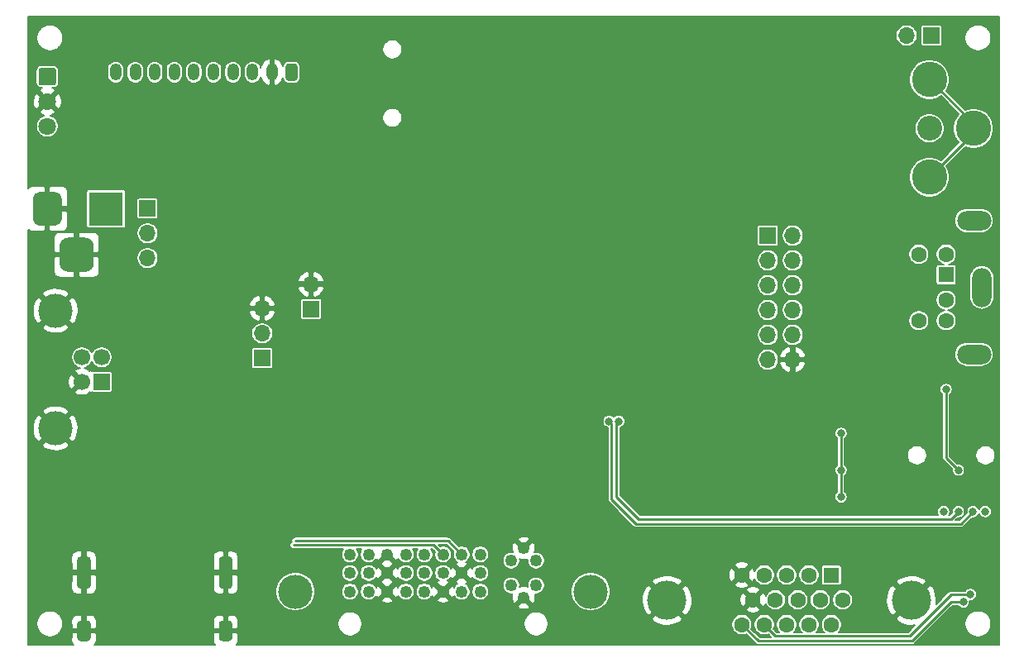
<source format=gbr>
%TF.GenerationSoftware,KiCad,Pcbnew,(5.1.10)-1*%
%TF.CreationDate,2021-11-12T20:21:06+04:00*%
%TF.ProjectId,RTD2662Board,52544432-3636-4324-926f-6172642e6b69,2*%
%TF.SameCoordinates,Original*%
%TF.FileFunction,Copper,L2,Bot*%
%TF.FilePolarity,Positive*%
%FSLAX46Y46*%
G04 Gerber Fmt 4.6, Leading zero omitted, Abs format (unit mm)*
G04 Created by KiCad (PCBNEW (5.1.10)-1) date 2021-11-12 20:21:06*
%MOMM*%
%LPD*%
G01*
G04 APERTURE LIST*
%TA.AperFunction,ComponentPad*%
%ADD10C,3.500120*%
%TD*%
%TA.AperFunction,ComponentPad*%
%ADD11C,1.250000*%
%TD*%
%TA.AperFunction,ComponentPad*%
%ADD12R,1.700000X1.700000*%
%TD*%
%TA.AperFunction,ComponentPad*%
%ADD13O,1.700000X1.700000*%
%TD*%
%TA.AperFunction,ComponentPad*%
%ADD14C,4.000000*%
%TD*%
%TA.AperFunction,ComponentPad*%
%ADD15C,1.600000*%
%TD*%
%TA.AperFunction,ComponentPad*%
%ADD16R,1.600000X1.600000*%
%TD*%
%TA.AperFunction,ComponentPad*%
%ADD17O,1.200000X1.750000*%
%TD*%
%TA.AperFunction,ComponentPad*%
%ADD18R,3.500000X3.500000*%
%TD*%
%TA.AperFunction,ComponentPad*%
%ADD19C,1.700000*%
%TD*%
%TA.AperFunction,ComponentPad*%
%ADD20C,3.500000*%
%TD*%
%TA.AperFunction,ComponentPad*%
%ADD21O,2.000000X4.000000*%
%TD*%
%TA.AperFunction,ComponentPad*%
%ADD22O,3.500000X2.000000*%
%TD*%
%TA.AperFunction,ComponentPad*%
%ADD23C,2.550000*%
%TD*%
%TA.AperFunction,ComponentPad*%
%ADD24C,3.616000*%
%TD*%
%TA.AperFunction,ComponentPad*%
%ADD25C,1.800000*%
%TD*%
%TA.AperFunction,ViaPad*%
%ADD26C,0.800000*%
%TD*%
%TA.AperFunction,Conductor*%
%ADD27C,0.250000*%
%TD*%
%TA.AperFunction,Conductor*%
%ADD28C,0.127000*%
%TD*%
%TA.AperFunction,Conductor*%
%ADD29C,0.100000*%
%TD*%
G04 APERTURE END LIST*
D10*
%TO.P,J6,*%
%TO.N,*%
X105360460Y-139198000D03*
D11*
%TO.P,J6,3*%
%TO.N,GND*%
X84535000Y-135388000D03*
%TO.P,J6,2*%
%TO.N,DVI_2+*%
X82630000Y-135388000D03*
%TO.P,J6,1*%
%TO.N,DVI_2-*%
X80725000Y-135388000D03*
%TO.P,J6,4*%
%TO.N,Net-(J6-Pad4)*%
X86440000Y-135388000D03*
%TO.P,J6,5*%
%TO.N,Net-(J6-Pad5)*%
X88345000Y-135388000D03*
%TO.P,J6,9*%
%TO.N,DVI_1-*%
X80725000Y-137293000D03*
%TO.P,J6,7*%
%TO.N,Net-(J6-Pad7)*%
X92155000Y-135388000D03*
%TO.P,J6,6*%
%TO.N,Net-(J6-Pad6)*%
X90250000Y-135388000D03*
D10*
%TO.P,J6,*%
%TO.N,*%
X75139540Y-139198000D03*
D11*
%TO.P,J6,10*%
%TO.N,DVI_1+*%
X82630000Y-137293000D03*
%TO.P,J6,11*%
%TO.N,GND*%
X84535000Y-137293000D03*
%TO.P,J6,12*%
%TO.N,Net-(J6-Pad12)*%
X86440000Y-137293000D03*
%TO.P,J6,13*%
%TO.N,Net-(J6-Pad13)*%
X88345000Y-137293000D03*
%TO.P,J6,14*%
%TO.N,Net-(J6-Pad14)*%
X90250000Y-137293000D03*
%TO.P,J6,15*%
%TO.N,GND*%
X92155000Y-137293000D03*
%TO.P,J6,16*%
%TO.N,Net-(J6-Pad16)*%
X94060000Y-137293000D03*
%TO.P,J6,17*%
%TO.N,DVI_0-*%
X80725000Y-139198000D03*
%TO.P,J6,18*%
%TO.N,DVI_0+*%
X82630000Y-139198000D03*
%TO.P,J6,19*%
%TO.N,GND*%
X84535000Y-139198000D03*
%TO.P,J6,20*%
%TO.N,Net-(J6-Pad20)*%
X86440000Y-139198000D03*
%TO.P,J6,21*%
%TO.N,Net-(J6-Pad21)*%
X88345000Y-139198000D03*
%TO.P,J6,22*%
%TO.N,GND*%
X90250000Y-139198000D03*
%TO.P,J6,23*%
%TO.N,DVI_C+*%
X92155000Y-139198000D03*
%TO.P,J6,24*%
%TO.N,DVI_C-*%
X94060000Y-139198000D03*
%TO.P,J6,8*%
%TO.N,Net-(J6-Pad8)*%
X94060000Y-135388000D03*
%TO.P,J6,C2*%
%TO.N,Net-(J6-PadC2)*%
X99775000Y-136023000D03*
%TO.P,J6,C1*%
%TO.N,Net-(J6-PadC1)*%
X97235000Y-136023000D03*
%TO.P,J6,C3*%
%TO.N,Net-(J6-PadC3)*%
X97235000Y-138563000D03*
%TO.P,J6,C4*%
%TO.N,Net-(J6-PadC4)*%
X99775000Y-138563000D03*
%TO.P,J6,C5*%
%TO.N,GND*%
X98505000Y-134753000D03*
X98505000Y-139833000D03*
%TD*%
%TO.P,J7,SH*%
%TO.N,GND*%
%TA.AperFunction,ComponentPad*%
G36*
G01*
X67300000Y-138560000D02*
X67300000Y-135960000D01*
G75*
G02*
X67650000Y-135610000I350000J0D01*
G01*
X68350000Y-135610000D01*
G75*
G02*
X68700000Y-135960000I0J-350000D01*
G01*
X68700000Y-138560000D01*
G75*
G02*
X68350000Y-138910000I-350000J0D01*
G01*
X67650000Y-138910000D01*
G75*
G02*
X67300000Y-138560000I0J350000D01*
G01*
G37*
%TD.AperFunction*%
%TA.AperFunction,ComponentPad*%
G36*
G01*
X52800000Y-138560000D02*
X52800000Y-135960000D01*
G75*
G02*
X53150000Y-135610000I350000J0D01*
G01*
X53850000Y-135610000D01*
G75*
G02*
X54200000Y-135960000I0J-350000D01*
G01*
X54200000Y-138560000D01*
G75*
G02*
X53850000Y-138910000I-350000J0D01*
G01*
X53150000Y-138910000D01*
G75*
G02*
X52800000Y-138560000I0J350000D01*
G01*
G37*
%TD.AperFunction*%
%TA.AperFunction,ComponentPad*%
G36*
G01*
X52800000Y-143920000D02*
X52800000Y-142520000D01*
G75*
G02*
X53150000Y-142170000I350000J0D01*
G01*
X53850000Y-142170000D01*
G75*
G02*
X54200000Y-142520000I0J-350000D01*
G01*
X54200000Y-143920000D01*
G75*
G02*
X53850000Y-144270000I-350000J0D01*
G01*
X53150000Y-144270000D01*
G75*
G02*
X52800000Y-143920000I0J350000D01*
G01*
G37*
%TD.AperFunction*%
%TA.AperFunction,ComponentPad*%
G36*
G01*
X67300000Y-143920000D02*
X67300000Y-142520000D01*
G75*
G02*
X67650000Y-142170000I350000J0D01*
G01*
X68350000Y-142170000D01*
G75*
G02*
X68700000Y-142520000I0J-350000D01*
G01*
X68700000Y-143920000D01*
G75*
G02*
X68350000Y-144270000I-350000J0D01*
G01*
X67650000Y-144270000D01*
G75*
G02*
X67300000Y-143920000I0J350000D01*
G01*
G37*
%TD.AperFunction*%
%TD*%
D12*
%TO.P,J12,1*%
%TO.N,EIO0*%
X123500000Y-102750000D03*
D13*
%TO.P,J12,2*%
%TO.N,EIO4*%
X126040000Y-102750000D03*
%TO.P,J12,3*%
%TO.N,EIO1*%
X123500000Y-105290000D03*
%TO.P,J12,4*%
%TO.N,EIO5*%
X126040000Y-105290000D03*
%TO.P,J12,5*%
%TO.N,EIO2*%
X123500000Y-107830000D03*
%TO.P,J12,6*%
%TO.N,EIO6*%
X126040000Y-107830000D03*
%TO.P,J12,7*%
%TO.N,EIO3*%
X123500000Y-110370000D03*
%TO.P,J12,8*%
%TO.N,EIO7*%
X126040000Y-110370000D03*
%TO.P,J12,9*%
%TO.N,I2S_SDAT1*%
X123500000Y-112910000D03*
%TO.P,J12,10*%
%TO.N,I2S_SDAT2*%
X126040000Y-112910000D03*
%TO.P,J12,11*%
%TO.N,+3V3*%
X123500000Y-115450000D03*
%TO.P,J12,12*%
%TO.N,GND*%
X126040000Y-115450000D03*
%TD*%
D14*
%TO.P,J9,0*%
%TO.N,GND*%
X138185000Y-140110000D03*
X113185000Y-140110000D03*
D15*
%TO.P,J9,15*%
%TO.N,Net-(D17-Pad1)*%
X120840000Y-142580000D03*
%TO.P,J9,14*%
%TO.N,Net-(D16-Pad1)*%
X123130000Y-142580000D03*
%TO.P,J9,13*%
%TO.N,Net-(D15-Pad1)*%
X125420000Y-142580000D03*
%TO.P,J9,12*%
%TO.N,Net-(D14-Pad1)*%
X127710000Y-142580000D03*
%TO.P,J9,11*%
%TO.N,Net-(J9-Pad11)*%
X130000000Y-142580000D03*
%TO.P,J9,10*%
%TO.N,GND*%
X121985000Y-140040000D03*
%TO.P,J9,9*%
%TO.N,Net-(J9-Pad9)*%
X124275000Y-140040000D03*
%TO.P,J9,8*%
%TO.N,_VGA_B-*%
X126565000Y-140040000D03*
%TO.P,J9,7*%
%TO.N,_VGA_G-*%
X128855000Y-140040000D03*
%TO.P,J9,6*%
%TO.N,_VGA_R-*%
X131145000Y-140040000D03*
%TO.P,J9,5*%
%TO.N,GND*%
X120840000Y-137500000D03*
%TO.P,J9,4*%
%TO.N,Net-(J9-Pad4)*%
X123130000Y-137500000D03*
%TO.P,J9,3*%
%TO.N,_VGA_B+*%
X125420000Y-137500000D03*
%TO.P,J9,2*%
%TO.N,_VGA_G+*%
X127710000Y-137500000D03*
D16*
%TO.P,J9,1*%
%TO.N,_VGA_R+*%
X130000000Y-137500000D03*
%TD*%
D13*
%TO.P,J15,2*%
%TO.N,GND*%
X76750000Y-107710000D03*
D12*
%TO.P,J15,1*%
%TO.N,I2S_SDAT1*%
X76750000Y-110250000D03*
%TD*%
D13*
%TO.P,J14,2*%
%TO.N,_CVBS1-*%
X137710000Y-82250000D03*
D12*
%TO.P,J14,1*%
%TO.N,_CVBS1+*%
X140250000Y-82250000D03*
%TD*%
D13*
%TO.P,JP6,3*%
%TO.N,VUSB*%
X60000000Y-105040000D03*
%TO.P,JP6,2*%
%TO.N,Net-(C7-Pad1)*%
X60000000Y-102500000D03*
D12*
%TO.P,JP6,1*%
%TO.N,Net-(D3-Pad1)*%
X60000000Y-99960000D03*
%TD*%
D17*
%TO.P,J13,10*%
%TO.N,GRN_LED*%
X56750000Y-86000000D03*
%TO.P,J13,9*%
%TO.N,RED_LED*%
X58750000Y-86000000D03*
%TO.P,J13,8*%
%TO.N,SRCB*%
X60750000Y-86000000D03*
%TO.P,J13,7*%
%TO.N,DWNB*%
X62750000Y-86000000D03*
%TO.P,J13,6*%
%TO.N,UPB*%
X64750000Y-86000000D03*
%TO.P,J13,5*%
%TO.N,MENUB*%
X66750000Y-86000000D03*
%TO.P,J13,4*%
%TO.N,BUTTONS*%
X68750000Y-86000000D03*
%TO.P,J13,3*%
%TO.N,IRDA*%
X70750000Y-86000000D03*
%TO.P,J13,2*%
%TO.N,GND*%
X72750000Y-86000000D03*
%TO.P,J13,1*%
%TO.N,+3V3*%
%TA.AperFunction,ComponentPad*%
G36*
G01*
X75350000Y-85374999D02*
X75350000Y-86625001D01*
G75*
G02*
X75100001Y-86875000I-249999J0D01*
G01*
X74399999Y-86875000D01*
G75*
G02*
X74150000Y-86625001I0J249999D01*
G01*
X74150000Y-85374999D01*
G75*
G02*
X74399999Y-85125000I249999J0D01*
G01*
X75100001Y-85125000D01*
G75*
G02*
X75350000Y-85374999I0J-249999D01*
G01*
G37*
%TD.AperFunction*%
%TD*%
D13*
%TO.P,J11,3*%
%TO.N,GND*%
X71750000Y-110210000D03*
%TO.P,J11,2*%
%TO.N,RX*%
X71750000Y-112750000D03*
D12*
%TO.P,J11,1*%
%TO.N,TX*%
X71750000Y-115290000D03*
%TD*%
%TO.P,J3,2*%
%TO.N,GND*%
%TA.AperFunction,ComponentPad*%
G36*
G01*
X51000000Y-105575000D02*
X51000000Y-103825000D01*
G75*
G02*
X51875000Y-102950000I875000J0D01*
G01*
X53625000Y-102950000D01*
G75*
G02*
X54500000Y-103825000I0J-875000D01*
G01*
X54500000Y-105575000D01*
G75*
G02*
X53625000Y-106450000I-875000J0D01*
G01*
X51875000Y-106450000D01*
G75*
G02*
X51000000Y-105575000I0J875000D01*
G01*
G37*
%TD.AperFunction*%
%TA.AperFunction,ComponentPad*%
G36*
G01*
X48250000Y-101000000D02*
X48250000Y-99000000D01*
G75*
G02*
X49000000Y-98250000I750000J0D01*
G01*
X50500000Y-98250000D01*
G75*
G02*
X51250000Y-99000000I0J-750000D01*
G01*
X51250000Y-101000000D01*
G75*
G02*
X50500000Y-101750000I-750000J0D01*
G01*
X49000000Y-101750000D01*
G75*
G02*
X48250000Y-101000000I0J750000D01*
G01*
G37*
%TD.AperFunction*%
D18*
%TO.P,J3,1*%
%TO.N,Net-(J3-Pad1)*%
X55750000Y-100000000D03*
%TD*%
D12*
%TO.P,J1,1*%
%TO.N,VUSB*%
X55300000Y-117700000D03*
D19*
%TO.P,J1,2*%
%TO.N,/D-*%
X55300000Y-115200000D03*
%TO.P,J1,3*%
%TO.N,/D+*%
X53300000Y-115200000D03*
%TO.P,J1,4*%
%TO.N,GND*%
X53300000Y-117700000D03*
D20*
%TO.P,J1,5*%
X50590000Y-122470000D03*
X50590000Y-110430000D03*
%TD*%
D21*
%TO.P,J8,7*%
%TO.N,N/C*%
X145400000Y-108050000D03*
D15*
%TO.P,J8,6*%
X138950000Y-111450000D03*
%TO.P,J8,5*%
X138950000Y-104650000D03*
%TO.P,J8,4*%
%TO.N,_S_C+*%
X141750000Y-111450000D03*
%TO.P,J8,3*%
%TO.N,_S_Y+*%
X141750000Y-104650000D03*
%TO.P,J8,2*%
%TO.N,_S_C-*%
X141750000Y-109350000D03*
D16*
%TO.P,J8,1*%
%TO.N,_S_Y-*%
X141750000Y-106750000D03*
D22*
%TO.P,J8,7*%
%TO.N,N/C*%
X144600000Y-101200000D03*
X144600000Y-114900000D03*
%TD*%
D23*
%TO.P,J10,1*%
%TO.N,_CVBS0+*%
X140050000Y-91750000D03*
D24*
%TO.P,J10,2*%
%TO.N,_CVBS0-*%
X140050000Y-96750000D03*
X140050000Y-86750000D03*
X144550000Y-91750000D03*
%TD*%
D25*
%TO.P,U1,3*%
%TO.N,+3V3*%
X49750000Y-91540000D03*
%TO.P,U1,2*%
%TO.N,GND*%
X49750000Y-89000000D03*
%TO.P,U1,1*%
%TO.N,IRDA*%
%TA.AperFunction,ComponentPad*%
G36*
G01*
X49100200Y-85560000D02*
X50399800Y-85560000D01*
G75*
G02*
X50650000Y-85810200I0J-250200D01*
G01*
X50650000Y-87109800D01*
G75*
G02*
X50399800Y-87360000I-250200J0D01*
G01*
X49100200Y-87360000D01*
G75*
G02*
X48850000Y-87109800I0J250200D01*
G01*
X48850000Y-85810200D01*
G75*
G02*
X49100200Y-85560000I250200J0D01*
G01*
G37*
%TD.AperFunction*%
%TD*%
D26*
%TO.N,TX*%
X141500000Y-131000000D03*
%TO.N,RX*%
X145750000Y-131000000D03*
%TO.N,VGA_HS*%
X108250000Y-121750000D03*
X143000000Y-131000000D03*
%TO.N,VGA_VS*%
X107250000Y-121750000D03*
X144500000Y-131000000D03*
%TO.N,GND*%
X92000000Y-122000000D03*
X92750000Y-124500000D03*
X135750000Y-128500000D03*
X132250000Y-124000000D03*
%TO.N,Net-(J5-PadR2)*%
X141750000Y-118500000D03*
X143000000Y-126750000D03*
%TO.N,Net-(D16-Pad1)*%
X144250000Y-139500000D03*
%TO.N,Net-(D17-Pad1)*%
X143500000Y-140250000D03*
%TO.N,_B_Pb-*%
X131000000Y-129500000D03*
X131000000Y-126750000D03*
X131000000Y-123000000D03*
%TD*%
D27*
%TO.N,VGA_HS*%
X108000000Y-122000000D02*
X108250000Y-121750000D01*
X108000000Y-129500000D02*
X108000000Y-122000000D01*
X110250000Y-131750000D02*
X108000000Y-129500000D01*
X142250000Y-131750000D02*
X110250000Y-131750000D01*
X143000000Y-131000000D02*
X142250000Y-131750000D01*
%TO.N,VGA_VS*%
X110000000Y-132250000D02*
X143250000Y-132250000D01*
X107500000Y-129750000D02*
X110000000Y-132250000D01*
X143250000Y-132250000D02*
X144500000Y-131000000D01*
X107500000Y-122000000D02*
X107500000Y-129750000D01*
X107250000Y-121750000D02*
X107500000Y-122000000D01*
%TO.N,Net-(J5-PadR2)*%
X141750000Y-118500000D02*
X141750000Y-125250000D01*
X141750000Y-125500000D02*
X142000000Y-125750000D01*
X141750000Y-125250000D02*
X141750000Y-125500000D01*
X142000000Y-125750000D02*
X143000000Y-126750000D01*
%TO.N,Net-(J6-Pad7)*%
X92155000Y-135388000D02*
X90754989Y-133987989D01*
X90754989Y-133987989D02*
X75124399Y-133987989D01*
%TO.N,Net-(J6-Pad6)*%
X90250000Y-135388000D02*
X89299999Y-134437999D01*
X89299999Y-134437999D02*
X74937999Y-134437999D01*
%TO.N,Net-(D16-Pad1)*%
X123130000Y-142580000D02*
X124000000Y-143450000D01*
X124000000Y-143450000D02*
X124000000Y-143500000D01*
X124000000Y-143500000D02*
X124250000Y-143750000D01*
X124250000Y-143750000D02*
X138000000Y-143750000D01*
X142250000Y-139500000D02*
X144250000Y-139500000D01*
X138000000Y-143750000D02*
X142250000Y-139500000D01*
%TO.N,Net-(D17-Pad1)*%
X120840000Y-142580000D02*
X122510000Y-144250000D01*
X122510000Y-144250000D02*
X137000000Y-144250000D01*
X137000000Y-144250000D02*
X138250000Y-144250000D01*
X138250000Y-144250000D02*
X142000000Y-140500000D01*
X142250000Y-140250000D02*
X142000000Y-140500000D01*
X143500000Y-140250000D02*
X142250000Y-140250000D01*
%TO.N,_B_Pb-*%
X131000000Y-123000000D02*
X131000000Y-126750000D01*
X131000000Y-129500000D02*
X131000000Y-126750000D01*
%TO.N,_CVBS0-*%
X140050000Y-96750000D02*
X144500000Y-92300000D01*
X140050000Y-86750000D02*
X144750000Y-91450000D01*
%TD*%
D28*
%TO.N,GND*%
X147186500Y-144686500D02*
X69093354Y-144686500D01*
X69106067Y-144676067D01*
X69177484Y-144589045D01*
X69230552Y-144489762D01*
X69263231Y-144382034D01*
X69274265Y-144270000D01*
X69271500Y-143553375D01*
X69128625Y-143410500D01*
X68190500Y-143410500D01*
X68190500Y-143430500D01*
X67809500Y-143430500D01*
X67809500Y-143410500D01*
X66871375Y-143410500D01*
X66728500Y-143553375D01*
X66725735Y-144270000D01*
X66736769Y-144382034D01*
X66769448Y-144489762D01*
X66822516Y-144589045D01*
X66893933Y-144676067D01*
X66906646Y-144686500D01*
X54593354Y-144686500D01*
X54606067Y-144676067D01*
X54677484Y-144589045D01*
X54730552Y-144489762D01*
X54763231Y-144382034D01*
X54774265Y-144270000D01*
X54771500Y-143553375D01*
X54628625Y-143410500D01*
X53690500Y-143410500D01*
X53690500Y-143430500D01*
X53309500Y-143430500D01*
X53309500Y-143410500D01*
X52371375Y-143410500D01*
X52228500Y-143553375D01*
X52225735Y-144270000D01*
X52236769Y-144382034D01*
X52269448Y-144489762D01*
X52322516Y-144589045D01*
X52393933Y-144676067D01*
X52406646Y-144686500D01*
X47813500Y-144686500D01*
X47813500Y-142365707D01*
X48636500Y-142365707D01*
X48636500Y-142634293D01*
X48688899Y-142897718D01*
X48791682Y-143145859D01*
X48940901Y-143369180D01*
X49130820Y-143559099D01*
X49354141Y-143708318D01*
X49602282Y-143811101D01*
X49865707Y-143863500D01*
X50134293Y-143863500D01*
X50397718Y-143811101D01*
X50645859Y-143708318D01*
X50869180Y-143559099D01*
X51059099Y-143369180D01*
X51208318Y-143145859D01*
X51311101Y-142897718D01*
X51363500Y-142634293D01*
X51363500Y-142365707D01*
X51324572Y-142170000D01*
X52225735Y-142170000D01*
X52228500Y-142886625D01*
X52371375Y-143029500D01*
X53309500Y-143029500D01*
X53309500Y-141741375D01*
X53690500Y-141741375D01*
X53690500Y-143029500D01*
X54628625Y-143029500D01*
X54771500Y-142886625D01*
X54774265Y-142170000D01*
X66725735Y-142170000D01*
X66728500Y-142886625D01*
X66871375Y-143029500D01*
X67809500Y-143029500D01*
X67809500Y-141741375D01*
X68190500Y-141741375D01*
X68190500Y-143029500D01*
X69128625Y-143029500D01*
X69271500Y-142886625D01*
X69273481Y-142373066D01*
X79462010Y-142373066D01*
X79462010Y-142621854D01*
X79510546Y-142865861D01*
X79605753Y-143095710D01*
X79743972Y-143302569D01*
X79919891Y-143478488D01*
X80126750Y-143616707D01*
X80356599Y-143711914D01*
X80600606Y-143760450D01*
X80849394Y-143760450D01*
X81093401Y-143711914D01*
X81323250Y-143616707D01*
X81530109Y-143478488D01*
X81706028Y-143302569D01*
X81844247Y-143095710D01*
X81939454Y-142865861D01*
X81987990Y-142621854D01*
X81987990Y-142373066D01*
X98512010Y-142373066D01*
X98512010Y-142621854D01*
X98560546Y-142865861D01*
X98655753Y-143095710D01*
X98793972Y-143302569D01*
X98969891Y-143478488D01*
X99176750Y-143616707D01*
X99406599Y-143711914D01*
X99650606Y-143760450D01*
X99899394Y-143760450D01*
X100143401Y-143711914D01*
X100373250Y-143616707D01*
X100580109Y-143478488D01*
X100756028Y-143302569D01*
X100894247Y-143095710D01*
X100989454Y-142865861D01*
X101037990Y-142621854D01*
X101037990Y-142373066D01*
X100989454Y-142129059D01*
X100921720Y-141965534D01*
X111598873Y-141965534D01*
X111824448Y-142306737D01*
X112279153Y-142529958D01*
X112768669Y-142660181D01*
X113274185Y-142692402D01*
X113776273Y-142625382D01*
X114215941Y-142475254D01*
X119776500Y-142475254D01*
X119776500Y-142684746D01*
X119817370Y-142890212D01*
X119897538Y-143083756D01*
X120013925Y-143257942D01*
X120162058Y-143406075D01*
X120336244Y-143522462D01*
X120529788Y-143602630D01*
X120735254Y-143643500D01*
X120944746Y-143643500D01*
X121150212Y-143602630D01*
X121265468Y-143554890D01*
X122221797Y-144511219D01*
X122233960Y-144526040D01*
X122293117Y-144574588D01*
X122360608Y-144610663D01*
X122433838Y-144632877D01*
X122433841Y-144632878D01*
X122510000Y-144640379D01*
X122529078Y-144638500D01*
X138230925Y-144638500D01*
X138250000Y-144640379D01*
X138269075Y-144638500D01*
X138269078Y-144638500D01*
X138326159Y-144632878D01*
X138399392Y-144610663D01*
X138466883Y-144574588D01*
X138526040Y-144526040D01*
X138538208Y-144511213D01*
X140683714Y-142365707D01*
X143636500Y-142365707D01*
X143636500Y-142634293D01*
X143688899Y-142897718D01*
X143791682Y-143145859D01*
X143940901Y-143369180D01*
X144130820Y-143559099D01*
X144354141Y-143708318D01*
X144602282Y-143811101D01*
X144865707Y-143863500D01*
X145134293Y-143863500D01*
X145397718Y-143811101D01*
X145645859Y-143708318D01*
X145869180Y-143559099D01*
X146059099Y-143369180D01*
X146208318Y-143145859D01*
X146311101Y-142897718D01*
X146363500Y-142634293D01*
X146363500Y-142365707D01*
X146311101Y-142102282D01*
X146208318Y-141854141D01*
X146059099Y-141630820D01*
X145869180Y-141440901D01*
X145645859Y-141291682D01*
X145397718Y-141188899D01*
X145134293Y-141136500D01*
X144865707Y-141136500D01*
X144602282Y-141188899D01*
X144354141Y-141291682D01*
X144130820Y-141440901D01*
X143940901Y-141630820D01*
X143791682Y-141854141D01*
X143688899Y-142102282D01*
X143636500Y-142365707D01*
X140683714Y-142365707D01*
X142288201Y-140761221D01*
X142288206Y-140761215D01*
X142410921Y-140638500D01*
X142961603Y-140638500D01*
X142984626Y-140672956D01*
X143077044Y-140765374D01*
X143185715Y-140837986D01*
X143306464Y-140888002D01*
X143434651Y-140913500D01*
X143565349Y-140913500D01*
X143693536Y-140888002D01*
X143814285Y-140837986D01*
X143922956Y-140765374D01*
X144015374Y-140672956D01*
X144087986Y-140564285D01*
X144138002Y-140443536D01*
X144163500Y-140315349D01*
X144163500Y-140184651D01*
X144158248Y-140158248D01*
X144184651Y-140163500D01*
X144315349Y-140163500D01*
X144443536Y-140138002D01*
X144564285Y-140087986D01*
X144672956Y-140015374D01*
X144765374Y-139922956D01*
X144837986Y-139814285D01*
X144888002Y-139693536D01*
X144913500Y-139565349D01*
X144913500Y-139434651D01*
X144888002Y-139306464D01*
X144837986Y-139185715D01*
X144765374Y-139077044D01*
X144672956Y-138984626D01*
X144564285Y-138912014D01*
X144443536Y-138861998D01*
X144315349Y-138836500D01*
X144184651Y-138836500D01*
X144056464Y-138861998D01*
X143935715Y-138912014D01*
X143827044Y-138984626D01*
X143734626Y-139077044D01*
X143711603Y-139111500D01*
X142269078Y-139111500D01*
X142250000Y-139109621D01*
X142230922Y-139111500D01*
X142173841Y-139117122D01*
X142100608Y-139139337D01*
X142033117Y-139175412D01*
X141973960Y-139223960D01*
X141961797Y-139238781D01*
X140739329Y-140461249D01*
X140767402Y-140020815D01*
X140700382Y-139518727D01*
X140536699Y-139039361D01*
X140381737Y-138749448D01*
X140040534Y-138523873D01*
X138454408Y-140110000D01*
X138468550Y-140124142D01*
X138199142Y-140393550D01*
X138185000Y-140379408D01*
X136598873Y-141965534D01*
X136824448Y-142306737D01*
X137279153Y-142529958D01*
X137768669Y-142660181D01*
X138274185Y-142692402D01*
X138544222Y-142656357D01*
X137839079Y-143361500D01*
X130722517Y-143361500D01*
X130826075Y-143257942D01*
X130942462Y-143083756D01*
X131022630Y-142890212D01*
X131063500Y-142684746D01*
X131063500Y-142475254D01*
X131022630Y-142269788D01*
X130942462Y-142076244D01*
X130826075Y-141902058D01*
X130677942Y-141753925D01*
X130503756Y-141637538D01*
X130310212Y-141557370D01*
X130104746Y-141516500D01*
X129895254Y-141516500D01*
X129689788Y-141557370D01*
X129496244Y-141637538D01*
X129322058Y-141753925D01*
X129173925Y-141902058D01*
X129057538Y-142076244D01*
X128977370Y-142269788D01*
X128936500Y-142475254D01*
X128936500Y-142684746D01*
X128977370Y-142890212D01*
X129057538Y-143083756D01*
X129173925Y-143257942D01*
X129277483Y-143361500D01*
X128432517Y-143361500D01*
X128536075Y-143257942D01*
X128652462Y-143083756D01*
X128732630Y-142890212D01*
X128773500Y-142684746D01*
X128773500Y-142475254D01*
X128732630Y-142269788D01*
X128652462Y-142076244D01*
X128536075Y-141902058D01*
X128387942Y-141753925D01*
X128213756Y-141637538D01*
X128020212Y-141557370D01*
X127814746Y-141516500D01*
X127605254Y-141516500D01*
X127399788Y-141557370D01*
X127206244Y-141637538D01*
X127032058Y-141753925D01*
X126883925Y-141902058D01*
X126767538Y-142076244D01*
X126687370Y-142269788D01*
X126646500Y-142475254D01*
X126646500Y-142684746D01*
X126687370Y-142890212D01*
X126767538Y-143083756D01*
X126883925Y-143257942D01*
X126987483Y-143361500D01*
X126142517Y-143361500D01*
X126246075Y-143257942D01*
X126362462Y-143083756D01*
X126442630Y-142890212D01*
X126483500Y-142684746D01*
X126483500Y-142475254D01*
X126442630Y-142269788D01*
X126362462Y-142076244D01*
X126246075Y-141902058D01*
X126097942Y-141753925D01*
X125923756Y-141637538D01*
X125730212Y-141557370D01*
X125524746Y-141516500D01*
X125315254Y-141516500D01*
X125109788Y-141557370D01*
X124916244Y-141637538D01*
X124742058Y-141753925D01*
X124593925Y-141902058D01*
X124477538Y-142076244D01*
X124397370Y-142269788D01*
X124356500Y-142475254D01*
X124356500Y-142684746D01*
X124397370Y-142890212D01*
X124477538Y-143083756D01*
X124593925Y-143257942D01*
X124697483Y-143361500D01*
X124410921Y-143361500D01*
X124365293Y-143315872D01*
X124360663Y-143300608D01*
X124324588Y-143233117D01*
X124276040Y-143173960D01*
X124261220Y-143161798D01*
X124104890Y-143005468D01*
X124152630Y-142890212D01*
X124193500Y-142684746D01*
X124193500Y-142475254D01*
X124152630Y-142269788D01*
X124072462Y-142076244D01*
X123956075Y-141902058D01*
X123807942Y-141753925D01*
X123633756Y-141637538D01*
X123440212Y-141557370D01*
X123234746Y-141516500D01*
X123025254Y-141516500D01*
X122819788Y-141557370D01*
X122626244Y-141637538D01*
X122452058Y-141753925D01*
X122303925Y-141902058D01*
X122187538Y-142076244D01*
X122107370Y-142269788D01*
X122066500Y-142475254D01*
X122066500Y-142684746D01*
X122107370Y-142890212D01*
X122187538Y-143083756D01*
X122303925Y-143257942D01*
X122452058Y-143406075D01*
X122626244Y-143522462D01*
X122819788Y-143602630D01*
X123025254Y-143643500D01*
X123234746Y-143643500D01*
X123440212Y-143602630D01*
X123555468Y-143554890D01*
X123634707Y-143634129D01*
X123639337Y-143649392D01*
X123675412Y-143716883D01*
X123723960Y-143776040D01*
X123738786Y-143788207D01*
X123812079Y-143861500D01*
X122670922Y-143861500D01*
X121814890Y-143005468D01*
X121862630Y-142890212D01*
X121903500Y-142684746D01*
X121903500Y-142475254D01*
X121862630Y-142269788D01*
X121782462Y-142076244D01*
X121666075Y-141902058D01*
X121517942Y-141753925D01*
X121343756Y-141637538D01*
X121150212Y-141557370D01*
X120944746Y-141516500D01*
X120735254Y-141516500D01*
X120529788Y-141557370D01*
X120336244Y-141637538D01*
X120162058Y-141753925D01*
X120013925Y-141902058D01*
X119897538Y-142076244D01*
X119817370Y-142269788D01*
X119776500Y-142475254D01*
X114215941Y-142475254D01*
X114255639Y-142461699D01*
X114545552Y-142306737D01*
X114771127Y-141965534D01*
X113185000Y-140379408D01*
X111598873Y-141965534D01*
X100921720Y-141965534D01*
X100894247Y-141899210D01*
X100756028Y-141692351D01*
X100580109Y-141516432D01*
X100373250Y-141378213D01*
X100143401Y-141283006D01*
X99899394Y-141234470D01*
X99650606Y-141234470D01*
X99406599Y-141283006D01*
X99176750Y-141378213D01*
X98969891Y-141516432D01*
X98793972Y-141692351D01*
X98655753Y-141899210D01*
X98560546Y-142129059D01*
X98512010Y-142373066D01*
X81987990Y-142373066D01*
X81939454Y-142129059D01*
X81844247Y-141899210D01*
X81706028Y-141692351D01*
X81530109Y-141516432D01*
X81323250Y-141378213D01*
X81093401Y-141283006D01*
X80849394Y-141234470D01*
X80600606Y-141234470D01*
X80356599Y-141283006D01*
X80126750Y-141378213D01*
X79919891Y-141516432D01*
X79743972Y-141692351D01*
X79605753Y-141899210D01*
X79510546Y-142129059D01*
X79462010Y-142373066D01*
X69273481Y-142373066D01*
X69274265Y-142170000D01*
X69263231Y-142057966D01*
X69230552Y-141950238D01*
X69177484Y-141850955D01*
X69106067Y-141763933D01*
X69019045Y-141692516D01*
X68919762Y-141639448D01*
X68812034Y-141606769D01*
X68700000Y-141595735D01*
X68333375Y-141598500D01*
X68190500Y-141741375D01*
X67809500Y-141741375D01*
X67666625Y-141598500D01*
X67300000Y-141595735D01*
X67187966Y-141606769D01*
X67080238Y-141639448D01*
X66980955Y-141692516D01*
X66893933Y-141763933D01*
X66822516Y-141850955D01*
X66769448Y-141950238D01*
X66736769Y-142057966D01*
X66725735Y-142170000D01*
X54774265Y-142170000D01*
X54763231Y-142057966D01*
X54730552Y-141950238D01*
X54677484Y-141850955D01*
X54606067Y-141763933D01*
X54519045Y-141692516D01*
X54419762Y-141639448D01*
X54312034Y-141606769D01*
X54200000Y-141595735D01*
X53833375Y-141598500D01*
X53690500Y-141741375D01*
X53309500Y-141741375D01*
X53166625Y-141598500D01*
X52800000Y-141595735D01*
X52687966Y-141606769D01*
X52580238Y-141639448D01*
X52480955Y-141692516D01*
X52393933Y-141763933D01*
X52322516Y-141850955D01*
X52269448Y-141950238D01*
X52236769Y-142057966D01*
X52225735Y-142170000D01*
X51324572Y-142170000D01*
X51311101Y-142102282D01*
X51208318Y-141854141D01*
X51059099Y-141630820D01*
X50869180Y-141440901D01*
X50645859Y-141291682D01*
X50397718Y-141188899D01*
X50134293Y-141136500D01*
X49865707Y-141136500D01*
X49602282Y-141188899D01*
X49354141Y-141291682D01*
X49130820Y-141440901D01*
X48940901Y-141630820D01*
X48791682Y-141854141D01*
X48688899Y-142102282D01*
X48636500Y-142365707D01*
X47813500Y-142365707D01*
X47813500Y-138910000D01*
X52225735Y-138910000D01*
X52236769Y-139022034D01*
X52269448Y-139129762D01*
X52322516Y-139229045D01*
X52393933Y-139316067D01*
X52480955Y-139387484D01*
X52580238Y-139440552D01*
X52687966Y-139473231D01*
X52800000Y-139484265D01*
X53166625Y-139481500D01*
X53309500Y-139338625D01*
X53309500Y-137450500D01*
X53690500Y-137450500D01*
X53690500Y-139338625D01*
X53833375Y-139481500D01*
X54200000Y-139484265D01*
X54312034Y-139473231D01*
X54419762Y-139440552D01*
X54519045Y-139387484D01*
X54606067Y-139316067D01*
X54677484Y-139229045D01*
X54730552Y-139129762D01*
X54763231Y-139022034D01*
X54774265Y-138910000D01*
X66725735Y-138910000D01*
X66736769Y-139022034D01*
X66769448Y-139129762D01*
X66822516Y-139229045D01*
X66893933Y-139316067D01*
X66980955Y-139387484D01*
X67080238Y-139440552D01*
X67187966Y-139473231D01*
X67300000Y-139484265D01*
X67666625Y-139481500D01*
X67809500Y-139338625D01*
X67809500Y-137450500D01*
X68190500Y-137450500D01*
X68190500Y-139338625D01*
X68333375Y-139481500D01*
X68700000Y-139484265D01*
X68812034Y-139473231D01*
X68919762Y-139440552D01*
X69019045Y-139387484D01*
X69106067Y-139316067D01*
X69177484Y-139229045D01*
X69230552Y-139129762D01*
X69263231Y-139022034D01*
X69265432Y-138999682D01*
X73125980Y-138999682D01*
X73125980Y-139396318D01*
X73203360Y-139785334D01*
X73355146Y-140151778D01*
X73575506Y-140481570D01*
X73855970Y-140762034D01*
X74185762Y-140982394D01*
X74552206Y-141134180D01*
X74941222Y-141211560D01*
X75337858Y-141211560D01*
X75726874Y-141134180D01*
X76093318Y-140982394D01*
X76423110Y-140762034D01*
X76480532Y-140704612D01*
X97902795Y-140704612D01*
X97961357Y-140905358D01*
X98181009Y-140990812D01*
X98413112Y-141031773D01*
X98648746Y-141026666D01*
X98878857Y-140975686D01*
X99048643Y-140905358D01*
X99107205Y-140704612D01*
X98505000Y-140102408D01*
X97902795Y-140704612D01*
X76480532Y-140704612D01*
X76703574Y-140481570D01*
X76923934Y-140151778D01*
X77075720Y-139785334D01*
X77153100Y-139396318D01*
X77153100Y-139110490D01*
X79836500Y-139110490D01*
X79836500Y-139285510D01*
X79870645Y-139457166D01*
X79937622Y-139618863D01*
X80034857Y-139764386D01*
X80158614Y-139888143D01*
X80304137Y-139985378D01*
X80465834Y-140052355D01*
X80637490Y-140086500D01*
X80812510Y-140086500D01*
X80984166Y-140052355D01*
X81145863Y-139985378D01*
X81291386Y-139888143D01*
X81415143Y-139764386D01*
X81512378Y-139618863D01*
X81579355Y-139457166D01*
X81613500Y-139285510D01*
X81613500Y-139110490D01*
X81741500Y-139110490D01*
X81741500Y-139285510D01*
X81775645Y-139457166D01*
X81842622Y-139618863D01*
X81939857Y-139764386D01*
X82063614Y-139888143D01*
X82209137Y-139985378D01*
X82370834Y-140052355D01*
X82542490Y-140086500D01*
X82717510Y-140086500D01*
X82802410Y-140069612D01*
X83932795Y-140069612D01*
X83991357Y-140270358D01*
X84211009Y-140355812D01*
X84443112Y-140396773D01*
X84678746Y-140391666D01*
X84908857Y-140340686D01*
X85078643Y-140270358D01*
X85137205Y-140069612D01*
X84535000Y-139467408D01*
X83932795Y-140069612D01*
X82802410Y-140069612D01*
X82889166Y-140052355D01*
X83050863Y-139985378D01*
X83196386Y-139888143D01*
X83320143Y-139764386D01*
X83413925Y-139624031D01*
X83462642Y-139741643D01*
X83663388Y-139800205D01*
X84265592Y-139198000D01*
X84804408Y-139198000D01*
X85406612Y-139800205D01*
X85607358Y-139741643D01*
X85654204Y-139621230D01*
X85749857Y-139764386D01*
X85873614Y-139888143D01*
X86019137Y-139985378D01*
X86180834Y-140052355D01*
X86352490Y-140086500D01*
X86527510Y-140086500D01*
X86699166Y-140052355D01*
X86860863Y-139985378D01*
X87006386Y-139888143D01*
X87130143Y-139764386D01*
X87227378Y-139618863D01*
X87294355Y-139457166D01*
X87328500Y-139285510D01*
X87328500Y-139110490D01*
X87456500Y-139110490D01*
X87456500Y-139285510D01*
X87490645Y-139457166D01*
X87557622Y-139618863D01*
X87654857Y-139764386D01*
X87778614Y-139888143D01*
X87924137Y-139985378D01*
X88085834Y-140052355D01*
X88257490Y-140086500D01*
X88432510Y-140086500D01*
X88517410Y-140069612D01*
X89647795Y-140069612D01*
X89706357Y-140270358D01*
X89926009Y-140355812D01*
X90158112Y-140396773D01*
X90393746Y-140391666D01*
X90623857Y-140340686D01*
X90793643Y-140270358D01*
X90852205Y-140069612D01*
X90250000Y-139467408D01*
X89647795Y-140069612D01*
X88517410Y-140069612D01*
X88604166Y-140052355D01*
X88765863Y-139985378D01*
X88911386Y-139888143D01*
X89035143Y-139764386D01*
X89128925Y-139624031D01*
X89177642Y-139741643D01*
X89378388Y-139800205D01*
X89980592Y-139198000D01*
X90519408Y-139198000D01*
X91121612Y-139800205D01*
X91322358Y-139741643D01*
X91369204Y-139621230D01*
X91464857Y-139764386D01*
X91588614Y-139888143D01*
X91734137Y-139985378D01*
X91895834Y-140052355D01*
X92067490Y-140086500D01*
X92242510Y-140086500D01*
X92414166Y-140052355D01*
X92575863Y-139985378D01*
X92721386Y-139888143D01*
X92845143Y-139764386D01*
X92942378Y-139618863D01*
X93009355Y-139457166D01*
X93043500Y-139285510D01*
X93043500Y-139110490D01*
X93171500Y-139110490D01*
X93171500Y-139285510D01*
X93205645Y-139457166D01*
X93272622Y-139618863D01*
X93369857Y-139764386D01*
X93493614Y-139888143D01*
X93639137Y-139985378D01*
X93800834Y-140052355D01*
X93972490Y-140086500D01*
X94147510Y-140086500D01*
X94319166Y-140052355D01*
X94480863Y-139985378D01*
X94626386Y-139888143D01*
X94750143Y-139764386D01*
X94847378Y-139618863D01*
X94914355Y-139457166D01*
X94948500Y-139285510D01*
X94948500Y-139110490D01*
X94914355Y-138938834D01*
X94847378Y-138777137D01*
X94750143Y-138631614D01*
X94626386Y-138507857D01*
X94577946Y-138475490D01*
X96346500Y-138475490D01*
X96346500Y-138650510D01*
X96380645Y-138822166D01*
X96447622Y-138983863D01*
X96544857Y-139129386D01*
X96668614Y-139253143D01*
X96814137Y-139350378D01*
X96975834Y-139417355D01*
X97147490Y-139451500D01*
X97322510Y-139451500D01*
X97373508Y-139441356D01*
X97347188Y-139509009D01*
X97306227Y-139741112D01*
X97311334Y-139976746D01*
X97362314Y-140206857D01*
X97432642Y-140376643D01*
X97633388Y-140435205D01*
X98235592Y-139833000D01*
X98221450Y-139818858D01*
X98490858Y-139549450D01*
X98505000Y-139563592D01*
X98519142Y-139549450D01*
X98788550Y-139818858D01*
X98774408Y-139833000D01*
X99376612Y-140435205D01*
X99577358Y-140376643D01*
X99662812Y-140156991D01*
X99703773Y-139924888D01*
X99698666Y-139689254D01*
X99647686Y-139459143D01*
X99640662Y-139442185D01*
X99687490Y-139451500D01*
X99862510Y-139451500D01*
X100034166Y-139417355D01*
X100195863Y-139350378D01*
X100341386Y-139253143D01*
X100465143Y-139129386D01*
X100551808Y-138999682D01*
X103346900Y-138999682D01*
X103346900Y-139396318D01*
X103424280Y-139785334D01*
X103576066Y-140151778D01*
X103796426Y-140481570D01*
X104076890Y-140762034D01*
X104406682Y-140982394D01*
X104773126Y-141134180D01*
X105162142Y-141211560D01*
X105558778Y-141211560D01*
X105947794Y-141134180D01*
X106314238Y-140982394D01*
X106644030Y-140762034D01*
X106924494Y-140481570D01*
X107113177Y-140199185D01*
X110602598Y-140199185D01*
X110669618Y-140701273D01*
X110833301Y-141180639D01*
X110988263Y-141470552D01*
X111329466Y-141696127D01*
X112915592Y-140110000D01*
X113454408Y-140110000D01*
X115040534Y-141696127D01*
X115381737Y-141470552D01*
X115594222Y-141037716D01*
X121256692Y-141037716D01*
X121336846Y-141256205D01*
X121586570Y-141359285D01*
X121851606Y-141411666D01*
X122121767Y-141411333D01*
X122386673Y-141358302D01*
X122633154Y-141256205D01*
X122713308Y-141037716D01*
X121985000Y-140309408D01*
X121256692Y-141037716D01*
X115594222Y-141037716D01*
X115604958Y-141015847D01*
X115735181Y-140526331D01*
X115767402Y-140020815D01*
X115752158Y-139906606D01*
X120613334Y-139906606D01*
X120613667Y-140176767D01*
X120666698Y-140441673D01*
X120768795Y-140688154D01*
X120987284Y-140768308D01*
X121715592Y-140040000D01*
X122254408Y-140040000D01*
X122982716Y-140768308D01*
X123201205Y-140688154D01*
X123296611Y-140457021D01*
X123332538Y-140543756D01*
X123448925Y-140717942D01*
X123597058Y-140866075D01*
X123771244Y-140982462D01*
X123964788Y-141062630D01*
X124170254Y-141103500D01*
X124379746Y-141103500D01*
X124585212Y-141062630D01*
X124778756Y-140982462D01*
X124952942Y-140866075D01*
X125101075Y-140717942D01*
X125217462Y-140543756D01*
X125297630Y-140350212D01*
X125338500Y-140144746D01*
X125338500Y-139935254D01*
X125501500Y-139935254D01*
X125501500Y-140144746D01*
X125542370Y-140350212D01*
X125622538Y-140543756D01*
X125738925Y-140717942D01*
X125887058Y-140866075D01*
X126061244Y-140982462D01*
X126254788Y-141062630D01*
X126460254Y-141103500D01*
X126669746Y-141103500D01*
X126875212Y-141062630D01*
X127068756Y-140982462D01*
X127242942Y-140866075D01*
X127391075Y-140717942D01*
X127507462Y-140543756D01*
X127587630Y-140350212D01*
X127628500Y-140144746D01*
X127628500Y-139935254D01*
X127791500Y-139935254D01*
X127791500Y-140144746D01*
X127832370Y-140350212D01*
X127912538Y-140543756D01*
X128028925Y-140717942D01*
X128177058Y-140866075D01*
X128351244Y-140982462D01*
X128544788Y-141062630D01*
X128750254Y-141103500D01*
X128959746Y-141103500D01*
X129165212Y-141062630D01*
X129358756Y-140982462D01*
X129532942Y-140866075D01*
X129681075Y-140717942D01*
X129797462Y-140543756D01*
X129877630Y-140350212D01*
X129918500Y-140144746D01*
X129918500Y-139935254D01*
X130081500Y-139935254D01*
X130081500Y-140144746D01*
X130122370Y-140350212D01*
X130202538Y-140543756D01*
X130318925Y-140717942D01*
X130467058Y-140866075D01*
X130641244Y-140982462D01*
X130834788Y-141062630D01*
X131040254Y-141103500D01*
X131249746Y-141103500D01*
X131455212Y-141062630D01*
X131648756Y-140982462D01*
X131822942Y-140866075D01*
X131971075Y-140717942D01*
X132087462Y-140543756D01*
X132167630Y-140350212D01*
X132197671Y-140199185D01*
X135602598Y-140199185D01*
X135669618Y-140701273D01*
X135833301Y-141180639D01*
X135988263Y-141470552D01*
X136329466Y-141696127D01*
X137915592Y-140110000D01*
X136329466Y-138523873D01*
X135988263Y-138749448D01*
X135765042Y-139204153D01*
X135634819Y-139693669D01*
X135602598Y-140199185D01*
X132197671Y-140199185D01*
X132208500Y-140144746D01*
X132208500Y-139935254D01*
X132167630Y-139729788D01*
X132087462Y-139536244D01*
X131971075Y-139362058D01*
X131822942Y-139213925D01*
X131648756Y-139097538D01*
X131455212Y-139017370D01*
X131249746Y-138976500D01*
X131040254Y-138976500D01*
X130834788Y-139017370D01*
X130641244Y-139097538D01*
X130467058Y-139213925D01*
X130318925Y-139362058D01*
X130202538Y-139536244D01*
X130122370Y-139729788D01*
X130081500Y-139935254D01*
X129918500Y-139935254D01*
X129877630Y-139729788D01*
X129797462Y-139536244D01*
X129681075Y-139362058D01*
X129532942Y-139213925D01*
X129358756Y-139097538D01*
X129165212Y-139017370D01*
X128959746Y-138976500D01*
X128750254Y-138976500D01*
X128544788Y-139017370D01*
X128351244Y-139097538D01*
X128177058Y-139213925D01*
X128028925Y-139362058D01*
X127912538Y-139536244D01*
X127832370Y-139729788D01*
X127791500Y-139935254D01*
X127628500Y-139935254D01*
X127587630Y-139729788D01*
X127507462Y-139536244D01*
X127391075Y-139362058D01*
X127242942Y-139213925D01*
X127068756Y-139097538D01*
X126875212Y-139017370D01*
X126669746Y-138976500D01*
X126460254Y-138976500D01*
X126254788Y-139017370D01*
X126061244Y-139097538D01*
X125887058Y-139213925D01*
X125738925Y-139362058D01*
X125622538Y-139536244D01*
X125542370Y-139729788D01*
X125501500Y-139935254D01*
X125338500Y-139935254D01*
X125297630Y-139729788D01*
X125217462Y-139536244D01*
X125101075Y-139362058D01*
X124952942Y-139213925D01*
X124778756Y-139097538D01*
X124585212Y-139017370D01*
X124379746Y-138976500D01*
X124170254Y-138976500D01*
X123964788Y-139017370D01*
X123771244Y-139097538D01*
X123597058Y-139213925D01*
X123448925Y-139362058D01*
X123332538Y-139536244D01*
X123296778Y-139622577D01*
X123201205Y-139391846D01*
X122982716Y-139311692D01*
X122254408Y-140040000D01*
X121715592Y-140040000D01*
X120987284Y-139311692D01*
X120768795Y-139391846D01*
X120665715Y-139641570D01*
X120613334Y-139906606D01*
X115752158Y-139906606D01*
X115700382Y-139518727D01*
X115537698Y-139042284D01*
X121256692Y-139042284D01*
X121985000Y-139770592D01*
X122713308Y-139042284D01*
X122633154Y-138823795D01*
X122383430Y-138720715D01*
X122118394Y-138668334D01*
X121848233Y-138668667D01*
X121583327Y-138721698D01*
X121336846Y-138823795D01*
X121256692Y-139042284D01*
X115537698Y-139042284D01*
X115536699Y-139039361D01*
X115381737Y-138749448D01*
X115040534Y-138523873D01*
X113454408Y-140110000D01*
X112915592Y-140110000D01*
X111329466Y-138523873D01*
X110988263Y-138749448D01*
X110765042Y-139204153D01*
X110634819Y-139693669D01*
X110602598Y-140199185D01*
X107113177Y-140199185D01*
X107144854Y-140151778D01*
X107296640Y-139785334D01*
X107374020Y-139396318D01*
X107374020Y-138999682D01*
X107296640Y-138610666D01*
X107149098Y-138254466D01*
X111598873Y-138254466D01*
X113185000Y-139840592D01*
X114527876Y-138497716D01*
X120111692Y-138497716D01*
X120191846Y-138716205D01*
X120441570Y-138819285D01*
X120706606Y-138871666D01*
X120976767Y-138871333D01*
X121241673Y-138818302D01*
X121488154Y-138716205D01*
X121568308Y-138497716D01*
X120840000Y-137769408D01*
X120111692Y-138497716D01*
X114527876Y-138497716D01*
X114771127Y-138254466D01*
X114545552Y-137913263D01*
X114090847Y-137690042D01*
X113601331Y-137559819D01*
X113095815Y-137527598D01*
X112593727Y-137594618D01*
X112114361Y-137758301D01*
X111824448Y-137913263D01*
X111598873Y-138254466D01*
X107149098Y-138254466D01*
X107144854Y-138244222D01*
X106924494Y-137914430D01*
X106644030Y-137633966D01*
X106314238Y-137413606D01*
X106200770Y-137366606D01*
X119468334Y-137366606D01*
X119468667Y-137636767D01*
X119521698Y-137901673D01*
X119623795Y-138148154D01*
X119842284Y-138228308D01*
X120570592Y-137500000D01*
X121109408Y-137500000D01*
X121837716Y-138228308D01*
X122056205Y-138148154D01*
X122151611Y-137917021D01*
X122187538Y-138003756D01*
X122303925Y-138177942D01*
X122452058Y-138326075D01*
X122626244Y-138442462D01*
X122819788Y-138522630D01*
X123025254Y-138563500D01*
X123234746Y-138563500D01*
X123440212Y-138522630D01*
X123633756Y-138442462D01*
X123807942Y-138326075D01*
X123956075Y-138177942D01*
X124072462Y-138003756D01*
X124152630Y-137810212D01*
X124193500Y-137604746D01*
X124193500Y-137395254D01*
X124356500Y-137395254D01*
X124356500Y-137604746D01*
X124397370Y-137810212D01*
X124477538Y-138003756D01*
X124593925Y-138177942D01*
X124742058Y-138326075D01*
X124916244Y-138442462D01*
X125109788Y-138522630D01*
X125315254Y-138563500D01*
X125524746Y-138563500D01*
X125730212Y-138522630D01*
X125923756Y-138442462D01*
X126097942Y-138326075D01*
X126246075Y-138177942D01*
X126362462Y-138003756D01*
X126442630Y-137810212D01*
X126483500Y-137604746D01*
X126483500Y-137395254D01*
X126646500Y-137395254D01*
X126646500Y-137604746D01*
X126687370Y-137810212D01*
X126767538Y-138003756D01*
X126883925Y-138177942D01*
X127032058Y-138326075D01*
X127206244Y-138442462D01*
X127399788Y-138522630D01*
X127605254Y-138563500D01*
X127814746Y-138563500D01*
X128020212Y-138522630D01*
X128213756Y-138442462D01*
X128387942Y-138326075D01*
X128536075Y-138177942D01*
X128652462Y-138003756D01*
X128732630Y-137810212D01*
X128773500Y-137604746D01*
X128773500Y-137395254D01*
X128732630Y-137189788D01*
X128652462Y-136996244D01*
X128536075Y-136822058D01*
X128414017Y-136700000D01*
X128935226Y-136700000D01*
X128935226Y-138300000D01*
X128940314Y-138351655D01*
X128955381Y-138401325D01*
X128979848Y-138447101D01*
X129012777Y-138487223D01*
X129052899Y-138520152D01*
X129098675Y-138544619D01*
X129148345Y-138559686D01*
X129200000Y-138564774D01*
X130800000Y-138564774D01*
X130851655Y-138559686D01*
X130901325Y-138544619D01*
X130947101Y-138520152D01*
X130987223Y-138487223D01*
X131020152Y-138447101D01*
X131044619Y-138401325D01*
X131059686Y-138351655D01*
X131064774Y-138300000D01*
X131064774Y-138254466D01*
X136598873Y-138254466D01*
X138185000Y-139840592D01*
X139771127Y-138254466D01*
X139545552Y-137913263D01*
X139090847Y-137690042D01*
X138601331Y-137559819D01*
X138095815Y-137527598D01*
X137593727Y-137594618D01*
X137114361Y-137758301D01*
X136824448Y-137913263D01*
X136598873Y-138254466D01*
X131064774Y-138254466D01*
X131064774Y-136700000D01*
X131059686Y-136648345D01*
X131044619Y-136598675D01*
X131020152Y-136552899D01*
X130987223Y-136512777D01*
X130947101Y-136479848D01*
X130901325Y-136455381D01*
X130851655Y-136440314D01*
X130800000Y-136435226D01*
X129200000Y-136435226D01*
X129148345Y-136440314D01*
X129098675Y-136455381D01*
X129052899Y-136479848D01*
X129012777Y-136512777D01*
X128979848Y-136552899D01*
X128955381Y-136598675D01*
X128940314Y-136648345D01*
X128935226Y-136700000D01*
X128414017Y-136700000D01*
X128387942Y-136673925D01*
X128213756Y-136557538D01*
X128020212Y-136477370D01*
X127814746Y-136436500D01*
X127605254Y-136436500D01*
X127399788Y-136477370D01*
X127206244Y-136557538D01*
X127032058Y-136673925D01*
X126883925Y-136822058D01*
X126767538Y-136996244D01*
X126687370Y-137189788D01*
X126646500Y-137395254D01*
X126483500Y-137395254D01*
X126442630Y-137189788D01*
X126362462Y-136996244D01*
X126246075Y-136822058D01*
X126097942Y-136673925D01*
X125923756Y-136557538D01*
X125730212Y-136477370D01*
X125524746Y-136436500D01*
X125315254Y-136436500D01*
X125109788Y-136477370D01*
X124916244Y-136557538D01*
X124742058Y-136673925D01*
X124593925Y-136822058D01*
X124477538Y-136996244D01*
X124397370Y-137189788D01*
X124356500Y-137395254D01*
X124193500Y-137395254D01*
X124152630Y-137189788D01*
X124072462Y-136996244D01*
X123956075Y-136822058D01*
X123807942Y-136673925D01*
X123633756Y-136557538D01*
X123440212Y-136477370D01*
X123234746Y-136436500D01*
X123025254Y-136436500D01*
X122819788Y-136477370D01*
X122626244Y-136557538D01*
X122452058Y-136673925D01*
X122303925Y-136822058D01*
X122187538Y-136996244D01*
X122151778Y-137082577D01*
X122056205Y-136851846D01*
X121837716Y-136771692D01*
X121109408Y-137500000D01*
X120570592Y-137500000D01*
X119842284Y-136771692D01*
X119623795Y-136851846D01*
X119520715Y-137101570D01*
X119468334Y-137366606D01*
X106200770Y-137366606D01*
X105947794Y-137261820D01*
X105558778Y-137184440D01*
X105162142Y-137184440D01*
X104773126Y-137261820D01*
X104406682Y-137413606D01*
X104076890Y-137633966D01*
X103796426Y-137914430D01*
X103576066Y-138244222D01*
X103424280Y-138610666D01*
X103346900Y-138999682D01*
X100551808Y-138999682D01*
X100562378Y-138983863D01*
X100629355Y-138822166D01*
X100663500Y-138650510D01*
X100663500Y-138475490D01*
X100629355Y-138303834D01*
X100562378Y-138142137D01*
X100465143Y-137996614D01*
X100341386Y-137872857D01*
X100195863Y-137775622D01*
X100034166Y-137708645D01*
X99862510Y-137674500D01*
X99687490Y-137674500D01*
X99515834Y-137708645D01*
X99354137Y-137775622D01*
X99208614Y-137872857D01*
X99084857Y-137996614D01*
X98987622Y-138142137D01*
X98920645Y-138303834D01*
X98886500Y-138475490D01*
X98886500Y-138650510D01*
X98896644Y-138701508D01*
X98828991Y-138675188D01*
X98596888Y-138634227D01*
X98361254Y-138639334D01*
X98131143Y-138690314D01*
X98114185Y-138697338D01*
X98123500Y-138650510D01*
X98123500Y-138475490D01*
X98089355Y-138303834D01*
X98022378Y-138142137D01*
X97925143Y-137996614D01*
X97801386Y-137872857D01*
X97655863Y-137775622D01*
X97494166Y-137708645D01*
X97322510Y-137674500D01*
X97147490Y-137674500D01*
X96975834Y-137708645D01*
X96814137Y-137775622D01*
X96668614Y-137872857D01*
X96544857Y-137996614D01*
X96447622Y-138142137D01*
X96380645Y-138303834D01*
X96346500Y-138475490D01*
X94577946Y-138475490D01*
X94480863Y-138410622D01*
X94319166Y-138343645D01*
X94147510Y-138309500D01*
X93972490Y-138309500D01*
X93800834Y-138343645D01*
X93639137Y-138410622D01*
X93493614Y-138507857D01*
X93369857Y-138631614D01*
X93272622Y-138777137D01*
X93205645Y-138938834D01*
X93171500Y-139110490D01*
X93043500Y-139110490D01*
X93009355Y-138938834D01*
X92942378Y-138777137D01*
X92845143Y-138631614D01*
X92721386Y-138507857D01*
X92581031Y-138414075D01*
X92698643Y-138365358D01*
X92757205Y-138164612D01*
X92155000Y-137562408D01*
X91552795Y-138164612D01*
X91611357Y-138365358D01*
X91731770Y-138412204D01*
X91588614Y-138507857D01*
X91464857Y-138631614D01*
X91371075Y-138771969D01*
X91322358Y-138654357D01*
X91121612Y-138595795D01*
X90519408Y-139198000D01*
X89980592Y-139198000D01*
X89378388Y-138595795D01*
X89177642Y-138654357D01*
X89130796Y-138774770D01*
X89035143Y-138631614D01*
X88911386Y-138507857D01*
X88765863Y-138410622D01*
X88604166Y-138343645D01*
X88432510Y-138309500D01*
X88257490Y-138309500D01*
X88085834Y-138343645D01*
X87924137Y-138410622D01*
X87778614Y-138507857D01*
X87654857Y-138631614D01*
X87557622Y-138777137D01*
X87490645Y-138938834D01*
X87456500Y-139110490D01*
X87328500Y-139110490D01*
X87294355Y-138938834D01*
X87227378Y-138777137D01*
X87130143Y-138631614D01*
X87006386Y-138507857D01*
X86860863Y-138410622D01*
X86699166Y-138343645D01*
X86527510Y-138309500D01*
X86352490Y-138309500D01*
X86180834Y-138343645D01*
X86019137Y-138410622D01*
X85873614Y-138507857D01*
X85749857Y-138631614D01*
X85656075Y-138771969D01*
X85607358Y-138654357D01*
X85406612Y-138595795D01*
X84804408Y-139198000D01*
X84265592Y-139198000D01*
X83663388Y-138595795D01*
X83462642Y-138654357D01*
X83415796Y-138774770D01*
X83320143Y-138631614D01*
X83196386Y-138507857D01*
X83050863Y-138410622D01*
X82889166Y-138343645D01*
X82717510Y-138309500D01*
X82542490Y-138309500D01*
X82370834Y-138343645D01*
X82209137Y-138410622D01*
X82063614Y-138507857D01*
X81939857Y-138631614D01*
X81842622Y-138777137D01*
X81775645Y-138938834D01*
X81741500Y-139110490D01*
X81613500Y-139110490D01*
X81579355Y-138938834D01*
X81512378Y-138777137D01*
X81415143Y-138631614D01*
X81291386Y-138507857D01*
X81145863Y-138410622D01*
X80984166Y-138343645D01*
X80812510Y-138309500D01*
X80637490Y-138309500D01*
X80465834Y-138343645D01*
X80304137Y-138410622D01*
X80158614Y-138507857D01*
X80034857Y-138631614D01*
X79937622Y-138777137D01*
X79870645Y-138938834D01*
X79836500Y-139110490D01*
X77153100Y-139110490D01*
X77153100Y-138999682D01*
X77075720Y-138610666D01*
X76923934Y-138244222D01*
X76703574Y-137914430D01*
X76423110Y-137633966D01*
X76093318Y-137413606D01*
X75726874Y-137261820D01*
X75443684Y-137205490D01*
X79836500Y-137205490D01*
X79836500Y-137380510D01*
X79870645Y-137552166D01*
X79937622Y-137713863D01*
X80034857Y-137859386D01*
X80158614Y-137983143D01*
X80304137Y-138080378D01*
X80465834Y-138147355D01*
X80637490Y-138181500D01*
X80812510Y-138181500D01*
X80984166Y-138147355D01*
X81145863Y-138080378D01*
X81291386Y-137983143D01*
X81415143Y-137859386D01*
X81512378Y-137713863D01*
X81579355Y-137552166D01*
X81613500Y-137380510D01*
X81613500Y-137205490D01*
X81741500Y-137205490D01*
X81741500Y-137380510D01*
X81775645Y-137552166D01*
X81842622Y-137713863D01*
X81939857Y-137859386D01*
X82063614Y-137983143D01*
X82209137Y-138080378D01*
X82370834Y-138147355D01*
X82542490Y-138181500D01*
X82717510Y-138181500D01*
X82802410Y-138164612D01*
X83932795Y-138164612D01*
X83956392Y-138245500D01*
X83932795Y-138326388D01*
X84535000Y-138928592D01*
X85137205Y-138326388D01*
X85113608Y-138245500D01*
X85137205Y-138164612D01*
X84535000Y-137562408D01*
X83932795Y-138164612D01*
X82802410Y-138164612D01*
X82889166Y-138147355D01*
X83050863Y-138080378D01*
X83196386Y-137983143D01*
X83320143Y-137859386D01*
X83413925Y-137719031D01*
X83462642Y-137836643D01*
X83663388Y-137895205D01*
X84265592Y-137293000D01*
X84804408Y-137293000D01*
X85406612Y-137895205D01*
X85607358Y-137836643D01*
X85654204Y-137716230D01*
X85749857Y-137859386D01*
X85873614Y-137983143D01*
X86019137Y-138080378D01*
X86180834Y-138147355D01*
X86352490Y-138181500D01*
X86527510Y-138181500D01*
X86699166Y-138147355D01*
X86860863Y-138080378D01*
X87006386Y-137983143D01*
X87130143Y-137859386D01*
X87227378Y-137713863D01*
X87294355Y-137552166D01*
X87328500Y-137380510D01*
X87328500Y-137205490D01*
X87456500Y-137205490D01*
X87456500Y-137380510D01*
X87490645Y-137552166D01*
X87557622Y-137713863D01*
X87654857Y-137859386D01*
X87778614Y-137983143D01*
X87924137Y-138080378D01*
X88085834Y-138147355D01*
X88257490Y-138181500D01*
X88432510Y-138181500D01*
X88604166Y-138147355D01*
X88765863Y-138080378D01*
X88911386Y-137983143D01*
X89035143Y-137859386D01*
X89132378Y-137713863D01*
X89199355Y-137552166D01*
X89233500Y-137380510D01*
X89233500Y-137205490D01*
X89361500Y-137205490D01*
X89361500Y-137380510D01*
X89395645Y-137552166D01*
X89462622Y-137713863D01*
X89559857Y-137859386D01*
X89683614Y-137983143D01*
X89823969Y-138076925D01*
X89706357Y-138125642D01*
X89647795Y-138326388D01*
X90250000Y-138928592D01*
X90852205Y-138326388D01*
X90793643Y-138125642D01*
X90673230Y-138078796D01*
X90816386Y-137983143D01*
X90940143Y-137859386D01*
X91033925Y-137719031D01*
X91082642Y-137836643D01*
X91283388Y-137895205D01*
X91885592Y-137293000D01*
X92424408Y-137293000D01*
X93026612Y-137895205D01*
X93227358Y-137836643D01*
X93274204Y-137716230D01*
X93369857Y-137859386D01*
X93493614Y-137983143D01*
X93639137Y-138080378D01*
X93800834Y-138147355D01*
X93972490Y-138181500D01*
X94147510Y-138181500D01*
X94319166Y-138147355D01*
X94480863Y-138080378D01*
X94626386Y-137983143D01*
X94750143Y-137859386D01*
X94847378Y-137713863D01*
X94914355Y-137552166D01*
X94948500Y-137380510D01*
X94948500Y-137205490D01*
X94914355Y-137033834D01*
X94847378Y-136872137D01*
X94750143Y-136726614D01*
X94626386Y-136602857D01*
X94480863Y-136505622D01*
X94319166Y-136438645D01*
X94147510Y-136404500D01*
X93972490Y-136404500D01*
X93800834Y-136438645D01*
X93639137Y-136505622D01*
X93493614Y-136602857D01*
X93369857Y-136726614D01*
X93276075Y-136866969D01*
X93227358Y-136749357D01*
X93026612Y-136690795D01*
X92424408Y-137293000D01*
X91885592Y-137293000D01*
X91283388Y-136690795D01*
X91082642Y-136749357D01*
X91035796Y-136869770D01*
X90940143Y-136726614D01*
X90816386Y-136602857D01*
X90670863Y-136505622D01*
X90509166Y-136438645D01*
X90337510Y-136404500D01*
X90162490Y-136404500D01*
X89990834Y-136438645D01*
X89829137Y-136505622D01*
X89683614Y-136602857D01*
X89559857Y-136726614D01*
X89462622Y-136872137D01*
X89395645Y-137033834D01*
X89361500Y-137205490D01*
X89233500Y-137205490D01*
X89199355Y-137033834D01*
X89132378Y-136872137D01*
X89035143Y-136726614D01*
X88911386Y-136602857D01*
X88765863Y-136505622D01*
X88604166Y-136438645D01*
X88432510Y-136404500D01*
X88257490Y-136404500D01*
X88085834Y-136438645D01*
X87924137Y-136505622D01*
X87778614Y-136602857D01*
X87654857Y-136726614D01*
X87557622Y-136872137D01*
X87490645Y-137033834D01*
X87456500Y-137205490D01*
X87328500Y-137205490D01*
X87294355Y-137033834D01*
X87227378Y-136872137D01*
X87130143Y-136726614D01*
X87006386Y-136602857D01*
X86860863Y-136505622D01*
X86699166Y-136438645D01*
X86527510Y-136404500D01*
X86352490Y-136404500D01*
X86180834Y-136438645D01*
X86019137Y-136505622D01*
X85873614Y-136602857D01*
X85749857Y-136726614D01*
X85656075Y-136866969D01*
X85607358Y-136749357D01*
X85406612Y-136690795D01*
X84804408Y-137293000D01*
X84265592Y-137293000D01*
X83663388Y-136690795D01*
X83462642Y-136749357D01*
X83415796Y-136869770D01*
X83320143Y-136726614D01*
X83196386Y-136602857D01*
X83050863Y-136505622D01*
X82889166Y-136438645D01*
X82717510Y-136404500D01*
X82542490Y-136404500D01*
X82370834Y-136438645D01*
X82209137Y-136505622D01*
X82063614Y-136602857D01*
X81939857Y-136726614D01*
X81842622Y-136872137D01*
X81775645Y-137033834D01*
X81741500Y-137205490D01*
X81613500Y-137205490D01*
X81579355Y-137033834D01*
X81512378Y-136872137D01*
X81415143Y-136726614D01*
X81291386Y-136602857D01*
X81145863Y-136505622D01*
X80984166Y-136438645D01*
X80812510Y-136404500D01*
X80637490Y-136404500D01*
X80465834Y-136438645D01*
X80304137Y-136505622D01*
X80158614Y-136602857D01*
X80034857Y-136726614D01*
X79937622Y-136872137D01*
X79870645Y-137033834D01*
X79836500Y-137205490D01*
X75443684Y-137205490D01*
X75337858Y-137184440D01*
X74941222Y-137184440D01*
X74552206Y-137261820D01*
X74185762Y-137413606D01*
X73855970Y-137633966D01*
X73575506Y-137914430D01*
X73355146Y-138244222D01*
X73203360Y-138610666D01*
X73125980Y-138999682D01*
X69265432Y-138999682D01*
X69274265Y-138910000D01*
X69271500Y-137593375D01*
X69128625Y-137450500D01*
X68190500Y-137450500D01*
X67809500Y-137450500D01*
X66871375Y-137450500D01*
X66728500Y-137593375D01*
X66725735Y-138910000D01*
X54774265Y-138910000D01*
X54771500Y-137593375D01*
X54628625Y-137450500D01*
X53690500Y-137450500D01*
X53309500Y-137450500D01*
X52371375Y-137450500D01*
X52228500Y-137593375D01*
X52225735Y-138910000D01*
X47813500Y-138910000D01*
X47813500Y-135610000D01*
X52225735Y-135610000D01*
X52228500Y-136926625D01*
X52371375Y-137069500D01*
X53309500Y-137069500D01*
X53309500Y-135181375D01*
X53690500Y-135181375D01*
X53690500Y-137069500D01*
X54628625Y-137069500D01*
X54771500Y-136926625D01*
X54774265Y-135610000D01*
X66725735Y-135610000D01*
X66728500Y-136926625D01*
X66871375Y-137069500D01*
X67809500Y-137069500D01*
X67809500Y-135181375D01*
X68190500Y-135181375D01*
X68190500Y-137069500D01*
X69128625Y-137069500D01*
X69271500Y-136926625D01*
X69274265Y-135610000D01*
X69263231Y-135497966D01*
X69230552Y-135390238D01*
X69177484Y-135290955D01*
X69106067Y-135203933D01*
X69019045Y-135132516D01*
X68919762Y-135079448D01*
X68812034Y-135046769D01*
X68700000Y-135035735D01*
X68333375Y-135038500D01*
X68190500Y-135181375D01*
X67809500Y-135181375D01*
X67666625Y-135038500D01*
X67300000Y-135035735D01*
X67187966Y-135046769D01*
X67080238Y-135079448D01*
X66980955Y-135132516D01*
X66893933Y-135203933D01*
X66822516Y-135290955D01*
X66769448Y-135390238D01*
X66736769Y-135497966D01*
X66725735Y-135610000D01*
X54774265Y-135610000D01*
X54763231Y-135497966D01*
X54730552Y-135390238D01*
X54677484Y-135290955D01*
X54606067Y-135203933D01*
X54519045Y-135132516D01*
X54419762Y-135079448D01*
X54312034Y-135046769D01*
X54200000Y-135035735D01*
X53833375Y-135038500D01*
X53690500Y-135181375D01*
X53309500Y-135181375D01*
X53166625Y-135038500D01*
X52800000Y-135035735D01*
X52687966Y-135046769D01*
X52580238Y-135079448D01*
X52480955Y-135132516D01*
X52393933Y-135203933D01*
X52322516Y-135290955D01*
X52269448Y-135390238D01*
X52236769Y-135497966D01*
X52225735Y-135610000D01*
X47813500Y-135610000D01*
X47813500Y-134437999D01*
X74547620Y-134437999D01*
X74555121Y-134514158D01*
X74577336Y-134587391D01*
X74613411Y-134654882D01*
X74661959Y-134714039D01*
X74721116Y-134762587D01*
X74788607Y-134798662D01*
X74861840Y-134820877D01*
X74918921Y-134826499D01*
X80031593Y-134826499D01*
X79937622Y-134967137D01*
X79870645Y-135128834D01*
X79836500Y-135300490D01*
X79836500Y-135475510D01*
X79870645Y-135647166D01*
X79937622Y-135808863D01*
X80034857Y-135954386D01*
X80158614Y-136078143D01*
X80304137Y-136175378D01*
X80465834Y-136242355D01*
X80637490Y-136276500D01*
X80812510Y-136276500D01*
X80984166Y-136242355D01*
X81145863Y-136175378D01*
X81291386Y-136078143D01*
X81415143Y-135954386D01*
X81512378Y-135808863D01*
X81579355Y-135647166D01*
X81613500Y-135475510D01*
X81613500Y-135300490D01*
X81579355Y-135128834D01*
X81512378Y-134967137D01*
X81418407Y-134826499D01*
X81936593Y-134826499D01*
X81842622Y-134967137D01*
X81775645Y-135128834D01*
X81741500Y-135300490D01*
X81741500Y-135475510D01*
X81775645Y-135647166D01*
X81842622Y-135808863D01*
X81939857Y-135954386D01*
X82063614Y-136078143D01*
X82209137Y-136175378D01*
X82370834Y-136242355D01*
X82542490Y-136276500D01*
X82717510Y-136276500D01*
X82802410Y-136259612D01*
X83932795Y-136259612D01*
X83956392Y-136340500D01*
X83932795Y-136421388D01*
X84535000Y-137023592D01*
X85137205Y-136421388D01*
X85113608Y-136340500D01*
X85137205Y-136259612D01*
X84535000Y-135657408D01*
X83932795Y-136259612D01*
X82802410Y-136259612D01*
X82889166Y-136242355D01*
X83050863Y-136175378D01*
X83196386Y-136078143D01*
X83320143Y-135954386D01*
X83413925Y-135814031D01*
X83462642Y-135931643D01*
X83663388Y-135990205D01*
X84265592Y-135388000D01*
X84251450Y-135373858D01*
X84520858Y-135104450D01*
X84535000Y-135118592D01*
X84549142Y-135104450D01*
X84818550Y-135373858D01*
X84804408Y-135388000D01*
X85406612Y-135990205D01*
X85607358Y-135931643D01*
X85654204Y-135811230D01*
X85749857Y-135954386D01*
X85873614Y-136078143D01*
X86019137Y-136175378D01*
X86180834Y-136242355D01*
X86352490Y-136276500D01*
X86527510Y-136276500D01*
X86699166Y-136242355D01*
X86860863Y-136175378D01*
X87006386Y-136078143D01*
X87130143Y-135954386D01*
X87227378Y-135808863D01*
X87294355Y-135647166D01*
X87328500Y-135475510D01*
X87328500Y-135300490D01*
X87294355Y-135128834D01*
X87227378Y-134967137D01*
X87133407Y-134826499D01*
X87651593Y-134826499D01*
X87557622Y-134967137D01*
X87490645Y-135128834D01*
X87456500Y-135300490D01*
X87456500Y-135475510D01*
X87490645Y-135647166D01*
X87557622Y-135808863D01*
X87654857Y-135954386D01*
X87778614Y-136078143D01*
X87924137Y-136175378D01*
X88085834Y-136242355D01*
X88257490Y-136276500D01*
X88432510Y-136276500D01*
X88604166Y-136242355D01*
X88765863Y-136175378D01*
X88911386Y-136078143D01*
X89035143Y-135954386D01*
X89132378Y-135808863D01*
X89199355Y-135647166D01*
X89233500Y-135475510D01*
X89233500Y-135300490D01*
X89199355Y-135128834D01*
X89132378Y-134967137D01*
X89038407Y-134826499D01*
X89139078Y-134826499D01*
X89409050Y-135096471D01*
X89395645Y-135128834D01*
X89361500Y-135300490D01*
X89361500Y-135475510D01*
X89395645Y-135647166D01*
X89462622Y-135808863D01*
X89559857Y-135954386D01*
X89683614Y-136078143D01*
X89829137Y-136175378D01*
X89990834Y-136242355D01*
X90162490Y-136276500D01*
X90337510Y-136276500D01*
X90509166Y-136242355D01*
X90670863Y-136175378D01*
X90816386Y-136078143D01*
X90940143Y-135954386D01*
X91037378Y-135808863D01*
X91104355Y-135647166D01*
X91138500Y-135475510D01*
X91138500Y-135300490D01*
X91104355Y-135128834D01*
X91037378Y-134967137D01*
X90940143Y-134821614D01*
X90816386Y-134697857D01*
X90670863Y-134600622D01*
X90509166Y-134533645D01*
X90337510Y-134499500D01*
X90162490Y-134499500D01*
X89990834Y-134533645D01*
X89958471Y-134547050D01*
X89787910Y-134376489D01*
X90594068Y-134376489D01*
X91314050Y-135096472D01*
X91300645Y-135128834D01*
X91266500Y-135300490D01*
X91266500Y-135475510D01*
X91300645Y-135647166D01*
X91367622Y-135808863D01*
X91464857Y-135954386D01*
X91588614Y-136078143D01*
X91728969Y-136171925D01*
X91611357Y-136220642D01*
X91552795Y-136421388D01*
X92155000Y-137023592D01*
X92757205Y-136421388D01*
X92698643Y-136220642D01*
X92578230Y-136173796D01*
X92721386Y-136078143D01*
X92845143Y-135954386D01*
X92942378Y-135808863D01*
X93009355Y-135647166D01*
X93043500Y-135475510D01*
X93043500Y-135300490D01*
X93171500Y-135300490D01*
X93171500Y-135475510D01*
X93205645Y-135647166D01*
X93272622Y-135808863D01*
X93369857Y-135954386D01*
X93493614Y-136078143D01*
X93639137Y-136175378D01*
X93800834Y-136242355D01*
X93972490Y-136276500D01*
X94147510Y-136276500D01*
X94319166Y-136242355D01*
X94480863Y-136175378D01*
X94626386Y-136078143D01*
X94750143Y-135954386D01*
X94762768Y-135935490D01*
X96346500Y-135935490D01*
X96346500Y-136110510D01*
X96380645Y-136282166D01*
X96447622Y-136443863D01*
X96544857Y-136589386D01*
X96668614Y-136713143D01*
X96814137Y-136810378D01*
X96975834Y-136877355D01*
X97147490Y-136911500D01*
X97322510Y-136911500D01*
X97494166Y-136877355D01*
X97655863Y-136810378D01*
X97801386Y-136713143D01*
X97925143Y-136589386D01*
X98022378Y-136443863D01*
X98089355Y-136282166D01*
X98123500Y-136110510D01*
X98123500Y-135935490D01*
X98113356Y-135884492D01*
X98181009Y-135910812D01*
X98413112Y-135951773D01*
X98648746Y-135946666D01*
X98878857Y-135895686D01*
X98895815Y-135888662D01*
X98886500Y-135935490D01*
X98886500Y-136110510D01*
X98920645Y-136282166D01*
X98987622Y-136443863D01*
X99084857Y-136589386D01*
X99208614Y-136713143D01*
X99354137Y-136810378D01*
X99515834Y-136877355D01*
X99687490Y-136911500D01*
X99862510Y-136911500D01*
X100034166Y-136877355D01*
X100195863Y-136810378D01*
X100341386Y-136713143D01*
X100465143Y-136589386D01*
X100523342Y-136502284D01*
X120111692Y-136502284D01*
X120840000Y-137230592D01*
X121568308Y-136502284D01*
X121488154Y-136283795D01*
X121238430Y-136180715D01*
X120973394Y-136128334D01*
X120703233Y-136128667D01*
X120438327Y-136181698D01*
X120191846Y-136283795D01*
X120111692Y-136502284D01*
X100523342Y-136502284D01*
X100562378Y-136443863D01*
X100629355Y-136282166D01*
X100663500Y-136110510D01*
X100663500Y-135935490D01*
X100629355Y-135763834D01*
X100562378Y-135602137D01*
X100465143Y-135456614D01*
X100341386Y-135332857D01*
X100195863Y-135235622D01*
X100034166Y-135168645D01*
X99862510Y-135134500D01*
X99687490Y-135134500D01*
X99636492Y-135144644D01*
X99662812Y-135076991D01*
X99703773Y-134844888D01*
X99698666Y-134609254D01*
X99647686Y-134379143D01*
X99577358Y-134209357D01*
X99376612Y-134150795D01*
X98774408Y-134753000D01*
X98788550Y-134767142D01*
X98519142Y-135036550D01*
X98505000Y-135022408D01*
X98490858Y-135036550D01*
X98221450Y-134767142D01*
X98235592Y-134753000D01*
X97633388Y-134150795D01*
X97432642Y-134209357D01*
X97347188Y-134429009D01*
X97306227Y-134661112D01*
X97311334Y-134896746D01*
X97362314Y-135126857D01*
X97369338Y-135143815D01*
X97322510Y-135134500D01*
X97147490Y-135134500D01*
X96975834Y-135168645D01*
X96814137Y-135235622D01*
X96668614Y-135332857D01*
X96544857Y-135456614D01*
X96447622Y-135602137D01*
X96380645Y-135763834D01*
X96346500Y-135935490D01*
X94762768Y-135935490D01*
X94847378Y-135808863D01*
X94914355Y-135647166D01*
X94948500Y-135475510D01*
X94948500Y-135300490D01*
X94914355Y-135128834D01*
X94847378Y-134967137D01*
X94750143Y-134821614D01*
X94626386Y-134697857D01*
X94480863Y-134600622D01*
X94319166Y-134533645D01*
X94147510Y-134499500D01*
X93972490Y-134499500D01*
X93800834Y-134533645D01*
X93639137Y-134600622D01*
X93493614Y-134697857D01*
X93369857Y-134821614D01*
X93272622Y-134967137D01*
X93205645Y-135128834D01*
X93171500Y-135300490D01*
X93043500Y-135300490D01*
X93009355Y-135128834D01*
X92942378Y-134967137D01*
X92845143Y-134821614D01*
X92721386Y-134697857D01*
X92575863Y-134600622D01*
X92414166Y-134533645D01*
X92242510Y-134499500D01*
X92067490Y-134499500D01*
X91895834Y-134533645D01*
X91863472Y-134547050D01*
X91197810Y-133881388D01*
X97902795Y-133881388D01*
X98505000Y-134483592D01*
X99107205Y-133881388D01*
X99048643Y-133680642D01*
X98828991Y-133595188D01*
X98596888Y-133554227D01*
X98361254Y-133559334D01*
X98131143Y-133610314D01*
X97961357Y-133680642D01*
X97902795Y-133881388D01*
X91197810Y-133881388D01*
X91043197Y-133726776D01*
X91031029Y-133711949D01*
X90971872Y-133663401D01*
X90904381Y-133627326D01*
X90831148Y-133605111D01*
X90774067Y-133599489D01*
X90774064Y-133599489D01*
X90754989Y-133597610D01*
X90735914Y-133599489D01*
X75105321Y-133599489D01*
X75048240Y-133605111D01*
X74975007Y-133627326D01*
X74907516Y-133663401D01*
X74848359Y-133711949D01*
X74799811Y-133771106D01*
X74763736Y-133838597D01*
X74741521Y-133911830D01*
X74734020Y-133987989D01*
X74741521Y-134064148D01*
X74751533Y-134097153D01*
X74721116Y-134113411D01*
X74661959Y-134161959D01*
X74613411Y-134221116D01*
X74577336Y-134288607D01*
X74555121Y-134361840D01*
X74547620Y-134437999D01*
X47813500Y-134437999D01*
X47813500Y-124147297D01*
X49182111Y-124147297D01*
X49377552Y-124462891D01*
X49789642Y-124661135D01*
X50232490Y-124775175D01*
X50689076Y-124800629D01*
X51141856Y-124736518D01*
X51573428Y-124585305D01*
X51802448Y-124462891D01*
X51997889Y-124147297D01*
X50590000Y-122739408D01*
X49182111Y-124147297D01*
X47813500Y-124147297D01*
X47813500Y-122569076D01*
X48259371Y-122569076D01*
X48323482Y-123021856D01*
X48474695Y-123453428D01*
X48597109Y-123682448D01*
X48912703Y-123877889D01*
X50320592Y-122470000D01*
X50859408Y-122470000D01*
X52267297Y-123877889D01*
X52582891Y-123682448D01*
X52781135Y-123270358D01*
X52895175Y-122827510D01*
X52920629Y-122370924D01*
X52856518Y-121918144D01*
X52774708Y-121684651D01*
X106586500Y-121684651D01*
X106586500Y-121815349D01*
X106611998Y-121943536D01*
X106662014Y-122064285D01*
X106734626Y-122172956D01*
X106827044Y-122265374D01*
X106935715Y-122337986D01*
X107056464Y-122388002D01*
X107111500Y-122398949D01*
X107111501Y-129730915D01*
X107109621Y-129750000D01*
X107117123Y-129826158D01*
X107139337Y-129899391D01*
X107175412Y-129966883D01*
X107204865Y-130002772D01*
X107223961Y-130026040D01*
X107238782Y-130038203D01*
X109711797Y-132511219D01*
X109723960Y-132526040D01*
X109753664Y-132550417D01*
X109783116Y-132574588D01*
X109850608Y-132610663D01*
X109923841Y-132632878D01*
X109980922Y-132638500D01*
X109980925Y-132638500D01*
X110000000Y-132640379D01*
X110019075Y-132638500D01*
X143230925Y-132638500D01*
X143250000Y-132640379D01*
X143269075Y-132638500D01*
X143269078Y-132638500D01*
X143326159Y-132632878D01*
X143399392Y-132610663D01*
X143466883Y-132574588D01*
X143526040Y-132526040D01*
X143538208Y-132511213D01*
X144394006Y-131655415D01*
X144434651Y-131663500D01*
X144565349Y-131663500D01*
X144693536Y-131638002D01*
X144814285Y-131587986D01*
X144922956Y-131515374D01*
X145015374Y-131422956D01*
X145087986Y-131314285D01*
X145125000Y-131224926D01*
X145162014Y-131314285D01*
X145234626Y-131422956D01*
X145327044Y-131515374D01*
X145435715Y-131587986D01*
X145556464Y-131638002D01*
X145684651Y-131663500D01*
X145815349Y-131663500D01*
X145943536Y-131638002D01*
X146064285Y-131587986D01*
X146172956Y-131515374D01*
X146265374Y-131422956D01*
X146337986Y-131314285D01*
X146388002Y-131193536D01*
X146413500Y-131065349D01*
X146413500Y-130934651D01*
X146388002Y-130806464D01*
X146337986Y-130685715D01*
X146265374Y-130577044D01*
X146172956Y-130484626D01*
X146064285Y-130412014D01*
X145943536Y-130361998D01*
X145815349Y-130336500D01*
X145684651Y-130336500D01*
X145556464Y-130361998D01*
X145435715Y-130412014D01*
X145327044Y-130484626D01*
X145234626Y-130577044D01*
X145162014Y-130685715D01*
X145125000Y-130775074D01*
X145087986Y-130685715D01*
X145015374Y-130577044D01*
X144922956Y-130484626D01*
X144814285Y-130412014D01*
X144693536Y-130361998D01*
X144565349Y-130336500D01*
X144434651Y-130336500D01*
X144306464Y-130361998D01*
X144185715Y-130412014D01*
X144077044Y-130484626D01*
X143984626Y-130577044D01*
X143912014Y-130685715D01*
X143861998Y-130806464D01*
X143836500Y-130934651D01*
X143836500Y-131065349D01*
X143844585Y-131105994D01*
X143089079Y-131861500D01*
X142687921Y-131861500D01*
X142894006Y-131655415D01*
X142934651Y-131663500D01*
X143065349Y-131663500D01*
X143193536Y-131638002D01*
X143314285Y-131587986D01*
X143422956Y-131515374D01*
X143515374Y-131422956D01*
X143587986Y-131314285D01*
X143638002Y-131193536D01*
X143663500Y-131065349D01*
X143663500Y-130934651D01*
X143638002Y-130806464D01*
X143587986Y-130685715D01*
X143515374Y-130577044D01*
X143422956Y-130484626D01*
X143314285Y-130412014D01*
X143193536Y-130361998D01*
X143065349Y-130336500D01*
X142934651Y-130336500D01*
X142806464Y-130361998D01*
X142685715Y-130412014D01*
X142577044Y-130484626D01*
X142484626Y-130577044D01*
X142412014Y-130685715D01*
X142361998Y-130806464D01*
X142336500Y-130934651D01*
X142336500Y-131065349D01*
X142344585Y-131105994D01*
X142089079Y-131361500D01*
X142056438Y-131361500D01*
X142087986Y-131314285D01*
X142138002Y-131193536D01*
X142163500Y-131065349D01*
X142163500Y-130934651D01*
X142138002Y-130806464D01*
X142087986Y-130685715D01*
X142015374Y-130577044D01*
X141922956Y-130484626D01*
X141814285Y-130412014D01*
X141693536Y-130361998D01*
X141565349Y-130336500D01*
X141434651Y-130336500D01*
X141306464Y-130361998D01*
X141185715Y-130412014D01*
X141077044Y-130484626D01*
X140984626Y-130577044D01*
X140912014Y-130685715D01*
X140861998Y-130806464D01*
X140836500Y-130934651D01*
X140836500Y-131065349D01*
X140861998Y-131193536D01*
X140912014Y-131314285D01*
X140943562Y-131361500D01*
X110410922Y-131361500D01*
X108388500Y-129339079D01*
X108388500Y-122934651D01*
X130336500Y-122934651D01*
X130336500Y-123065349D01*
X130361998Y-123193536D01*
X130412014Y-123314285D01*
X130484626Y-123422956D01*
X130577044Y-123515374D01*
X130611500Y-123538397D01*
X130611501Y-126211603D01*
X130577044Y-126234626D01*
X130484626Y-126327044D01*
X130412014Y-126435715D01*
X130361998Y-126556464D01*
X130336500Y-126684651D01*
X130336500Y-126815349D01*
X130361998Y-126943536D01*
X130412014Y-127064285D01*
X130484626Y-127172956D01*
X130577044Y-127265374D01*
X130611501Y-127288397D01*
X130611500Y-128961603D01*
X130577044Y-128984626D01*
X130484626Y-129077044D01*
X130412014Y-129185715D01*
X130361998Y-129306464D01*
X130336500Y-129434651D01*
X130336500Y-129565349D01*
X130361998Y-129693536D01*
X130412014Y-129814285D01*
X130484626Y-129922956D01*
X130577044Y-130015374D01*
X130685715Y-130087986D01*
X130806464Y-130138002D01*
X130934651Y-130163500D01*
X131065349Y-130163500D01*
X131193536Y-130138002D01*
X131314285Y-130087986D01*
X131422956Y-130015374D01*
X131515374Y-129922956D01*
X131587986Y-129814285D01*
X131638002Y-129693536D01*
X131663500Y-129565349D01*
X131663500Y-129434651D01*
X131638002Y-129306464D01*
X131587986Y-129185715D01*
X131515374Y-129077044D01*
X131422956Y-128984626D01*
X131388500Y-128961603D01*
X131388500Y-127288397D01*
X131422956Y-127265374D01*
X131515374Y-127172956D01*
X131587986Y-127064285D01*
X131638002Y-126943536D01*
X131663500Y-126815349D01*
X131663500Y-126684651D01*
X131638002Y-126556464D01*
X131587986Y-126435715D01*
X131515374Y-126327044D01*
X131422956Y-126234626D01*
X131388500Y-126211603D01*
X131388500Y-125150179D01*
X137761500Y-125150179D01*
X137761500Y-125349821D01*
X137800448Y-125545627D01*
X137876848Y-125730072D01*
X137987763Y-125896069D01*
X138128931Y-126037237D01*
X138294928Y-126148152D01*
X138479373Y-126224552D01*
X138675179Y-126263500D01*
X138874821Y-126263500D01*
X139070627Y-126224552D01*
X139255072Y-126148152D01*
X139421069Y-126037237D01*
X139562237Y-125896069D01*
X139673152Y-125730072D01*
X139749552Y-125545627D01*
X139788500Y-125349821D01*
X139788500Y-125150179D01*
X139749552Y-124954373D01*
X139673152Y-124769928D01*
X139562237Y-124603931D01*
X139421069Y-124462763D01*
X139255072Y-124351848D01*
X139070627Y-124275448D01*
X138874821Y-124236500D01*
X138675179Y-124236500D01*
X138479373Y-124275448D01*
X138294928Y-124351848D01*
X138128931Y-124462763D01*
X137987763Y-124603931D01*
X137876848Y-124769928D01*
X137800448Y-124954373D01*
X137761500Y-125150179D01*
X131388500Y-125150179D01*
X131388500Y-123538397D01*
X131422956Y-123515374D01*
X131515374Y-123422956D01*
X131587986Y-123314285D01*
X131638002Y-123193536D01*
X131663500Y-123065349D01*
X131663500Y-122934651D01*
X131638002Y-122806464D01*
X131587986Y-122685715D01*
X131515374Y-122577044D01*
X131422956Y-122484626D01*
X131314285Y-122412014D01*
X131193536Y-122361998D01*
X131065349Y-122336500D01*
X130934651Y-122336500D01*
X130806464Y-122361998D01*
X130685715Y-122412014D01*
X130577044Y-122484626D01*
X130484626Y-122577044D01*
X130412014Y-122685715D01*
X130361998Y-122806464D01*
X130336500Y-122934651D01*
X108388500Y-122934651D01*
X108388500Y-122398949D01*
X108443536Y-122388002D01*
X108564285Y-122337986D01*
X108672956Y-122265374D01*
X108765374Y-122172956D01*
X108837986Y-122064285D01*
X108888002Y-121943536D01*
X108913500Y-121815349D01*
X108913500Y-121684651D01*
X108888002Y-121556464D01*
X108837986Y-121435715D01*
X108765374Y-121327044D01*
X108672956Y-121234626D01*
X108564285Y-121162014D01*
X108443536Y-121111998D01*
X108315349Y-121086500D01*
X108184651Y-121086500D01*
X108056464Y-121111998D01*
X107935715Y-121162014D01*
X107827044Y-121234626D01*
X107750000Y-121311670D01*
X107672956Y-121234626D01*
X107564285Y-121162014D01*
X107443536Y-121111998D01*
X107315349Y-121086500D01*
X107184651Y-121086500D01*
X107056464Y-121111998D01*
X106935715Y-121162014D01*
X106827044Y-121234626D01*
X106734626Y-121327044D01*
X106662014Y-121435715D01*
X106611998Y-121556464D01*
X106586500Y-121684651D01*
X52774708Y-121684651D01*
X52705305Y-121486572D01*
X52582891Y-121257552D01*
X52267297Y-121062111D01*
X50859408Y-122470000D01*
X50320592Y-122470000D01*
X48912703Y-121062111D01*
X48597109Y-121257552D01*
X48398865Y-121669642D01*
X48284825Y-122112490D01*
X48259371Y-122569076D01*
X47813500Y-122569076D01*
X47813500Y-120792703D01*
X49182111Y-120792703D01*
X50590000Y-122200592D01*
X51997889Y-120792703D01*
X51802448Y-120477109D01*
X51390358Y-120278865D01*
X50947510Y-120164825D01*
X50490924Y-120139371D01*
X50038144Y-120203482D01*
X49606572Y-120354695D01*
X49377552Y-120477109D01*
X49182111Y-120792703D01*
X47813500Y-120792703D01*
X47813500Y-117834775D01*
X51877993Y-117834775D01*
X51931610Y-118109605D01*
X52037814Y-118368695D01*
X52042768Y-118377962D01*
X52266345Y-118464247D01*
X53030592Y-117700000D01*
X52266345Y-116935753D01*
X52042768Y-117022038D01*
X51934661Y-117280338D01*
X51879024Y-117554766D01*
X51877993Y-117834775D01*
X47813500Y-117834775D01*
X47813500Y-115090330D01*
X52186500Y-115090330D01*
X52186500Y-115309670D01*
X52229291Y-115524796D01*
X52313229Y-115727440D01*
X52435088Y-115909815D01*
X52590185Y-116064912D01*
X52772560Y-116186771D01*
X52975204Y-116270709D01*
X53087781Y-116293102D01*
X52890395Y-116331610D01*
X52631305Y-116437814D01*
X52622038Y-116442768D01*
X52535753Y-116666345D01*
X53300000Y-117430592D01*
X53314142Y-117416450D01*
X53583550Y-117685858D01*
X53569408Y-117700000D01*
X53583550Y-117714142D01*
X53314142Y-117983550D01*
X53300000Y-117969408D01*
X52535753Y-118733655D01*
X52622038Y-118957232D01*
X52880338Y-119065339D01*
X53154766Y-119120976D01*
X53434775Y-119122007D01*
X53709605Y-119068390D01*
X53968695Y-118962186D01*
X53977962Y-118957232D01*
X54064246Y-118733657D01*
X54175093Y-118844504D01*
X54273540Y-118746057D01*
X54302899Y-118770152D01*
X54348675Y-118794619D01*
X54398345Y-118809686D01*
X54450000Y-118814774D01*
X56150000Y-118814774D01*
X56201655Y-118809686D01*
X56251325Y-118794619D01*
X56297101Y-118770152D01*
X56337223Y-118737223D01*
X56370152Y-118697101D01*
X56394619Y-118651325D01*
X56409686Y-118601655D01*
X56414774Y-118550000D01*
X56414774Y-118434651D01*
X141086500Y-118434651D01*
X141086500Y-118565349D01*
X141111998Y-118693536D01*
X141162014Y-118814285D01*
X141234626Y-118922956D01*
X141327044Y-119015374D01*
X141361500Y-119038397D01*
X141361501Y-125230913D01*
X141361500Y-125230923D01*
X141361500Y-125480925D01*
X141359621Y-125500000D01*
X141361500Y-125519075D01*
X141361500Y-125519078D01*
X141367122Y-125576159D01*
X141389337Y-125649392D01*
X141425412Y-125716883D01*
X141473961Y-125776040D01*
X141488782Y-125788203D01*
X142344585Y-126644006D01*
X142336500Y-126684651D01*
X142336500Y-126815349D01*
X142361998Y-126943536D01*
X142412014Y-127064285D01*
X142484626Y-127172956D01*
X142577044Y-127265374D01*
X142685715Y-127337986D01*
X142806464Y-127388002D01*
X142934651Y-127413500D01*
X143065349Y-127413500D01*
X143193536Y-127388002D01*
X143314285Y-127337986D01*
X143422956Y-127265374D01*
X143515374Y-127172956D01*
X143587986Y-127064285D01*
X143638002Y-126943536D01*
X143663500Y-126815349D01*
X143663500Y-126684651D01*
X143638002Y-126556464D01*
X143587986Y-126435715D01*
X143515374Y-126327044D01*
X143422956Y-126234626D01*
X143314285Y-126162014D01*
X143193536Y-126111998D01*
X143065349Y-126086500D01*
X142934651Y-126086500D01*
X142894006Y-126094585D01*
X142138500Y-125339079D01*
X142138500Y-125150179D01*
X144761500Y-125150179D01*
X144761500Y-125349821D01*
X144800448Y-125545627D01*
X144876848Y-125730072D01*
X144987763Y-125896069D01*
X145128931Y-126037237D01*
X145294928Y-126148152D01*
X145479373Y-126224552D01*
X145675179Y-126263500D01*
X145874821Y-126263500D01*
X146070627Y-126224552D01*
X146255072Y-126148152D01*
X146421069Y-126037237D01*
X146562237Y-125896069D01*
X146673152Y-125730072D01*
X146749552Y-125545627D01*
X146788500Y-125349821D01*
X146788500Y-125150179D01*
X146749552Y-124954373D01*
X146673152Y-124769928D01*
X146562237Y-124603931D01*
X146421069Y-124462763D01*
X146255072Y-124351848D01*
X146070627Y-124275448D01*
X145874821Y-124236500D01*
X145675179Y-124236500D01*
X145479373Y-124275448D01*
X145294928Y-124351848D01*
X145128931Y-124462763D01*
X144987763Y-124603931D01*
X144876848Y-124769928D01*
X144800448Y-124954373D01*
X144761500Y-125150179D01*
X142138500Y-125150179D01*
X142138500Y-119038397D01*
X142172956Y-119015374D01*
X142265374Y-118922956D01*
X142337986Y-118814285D01*
X142388002Y-118693536D01*
X142413500Y-118565349D01*
X142413500Y-118434651D01*
X142388002Y-118306464D01*
X142337986Y-118185715D01*
X142265374Y-118077044D01*
X142172956Y-117984626D01*
X142064285Y-117912014D01*
X141943536Y-117861998D01*
X141815349Y-117836500D01*
X141684651Y-117836500D01*
X141556464Y-117861998D01*
X141435715Y-117912014D01*
X141327044Y-117984626D01*
X141234626Y-118077044D01*
X141162014Y-118185715D01*
X141111998Y-118306464D01*
X141086500Y-118434651D01*
X56414774Y-118434651D01*
X56414774Y-116850000D01*
X56409686Y-116798345D01*
X56394619Y-116748675D01*
X56370152Y-116702899D01*
X56337223Y-116662777D01*
X56297101Y-116629848D01*
X56251325Y-116605381D01*
X56201655Y-116590314D01*
X56150000Y-116585226D01*
X54450000Y-116585226D01*
X54398345Y-116590314D01*
X54348675Y-116605381D01*
X54302899Y-116629848D01*
X54273540Y-116653943D01*
X54175093Y-116555496D01*
X54064246Y-116666343D01*
X53977962Y-116442768D01*
X53719662Y-116334661D01*
X53513457Y-116292855D01*
X53624796Y-116270709D01*
X53827440Y-116186771D01*
X54009815Y-116064912D01*
X54164912Y-115909815D01*
X54286771Y-115727440D01*
X54300000Y-115695502D01*
X54313229Y-115727440D01*
X54435088Y-115909815D01*
X54590185Y-116064912D01*
X54772560Y-116186771D01*
X54975204Y-116270709D01*
X55190330Y-116313500D01*
X55409670Y-116313500D01*
X55624796Y-116270709D01*
X55827440Y-116186771D01*
X56009815Y-116064912D01*
X56164912Y-115909815D01*
X56286771Y-115727440D01*
X56370709Y-115524796D01*
X56413500Y-115309670D01*
X56413500Y-115090330D01*
X56370709Y-114875204D01*
X56286771Y-114672560D01*
X56164912Y-114490185D01*
X56114727Y-114440000D01*
X70635226Y-114440000D01*
X70635226Y-116140000D01*
X70640314Y-116191655D01*
X70655381Y-116241325D01*
X70679848Y-116287101D01*
X70712777Y-116327223D01*
X70752899Y-116360152D01*
X70798675Y-116384619D01*
X70848345Y-116399686D01*
X70900000Y-116404774D01*
X72600000Y-116404774D01*
X72651655Y-116399686D01*
X72701325Y-116384619D01*
X72747101Y-116360152D01*
X72787223Y-116327223D01*
X72820152Y-116287101D01*
X72844619Y-116241325D01*
X72859686Y-116191655D01*
X72864774Y-116140000D01*
X72864774Y-115340330D01*
X122386500Y-115340330D01*
X122386500Y-115559670D01*
X122429291Y-115774796D01*
X122513229Y-115977440D01*
X122635088Y-116159815D01*
X122790185Y-116314912D01*
X122972560Y-116436771D01*
X123175204Y-116520709D01*
X123390330Y-116563500D01*
X123609670Y-116563500D01*
X123824796Y-116520709D01*
X124027440Y-116436771D01*
X124209815Y-116314912D01*
X124364912Y-116159815D01*
X124486771Y-115977440D01*
X124536029Y-115858520D01*
X124678467Y-115858520D01*
X124680957Y-115866759D01*
X124788376Y-116123887D01*
X124943894Y-116355118D01*
X125141535Y-116551566D01*
X125373704Y-116705681D01*
X125631478Y-116811541D01*
X125849500Y-116715810D01*
X125849500Y-115640500D01*
X126230500Y-115640500D01*
X126230500Y-116715810D01*
X126448522Y-116811541D01*
X126706296Y-116705681D01*
X126938465Y-116551566D01*
X127136106Y-116355118D01*
X127291624Y-116123887D01*
X127399043Y-115866759D01*
X127401533Y-115858520D01*
X127304354Y-115640500D01*
X126230500Y-115640500D01*
X125849500Y-115640500D01*
X124775646Y-115640500D01*
X124678467Y-115858520D01*
X124536029Y-115858520D01*
X124570709Y-115774796D01*
X124613500Y-115559670D01*
X124613500Y-115340330D01*
X124570709Y-115125204D01*
X124536030Y-115041480D01*
X124678467Y-115041480D01*
X124775646Y-115259500D01*
X125849500Y-115259500D01*
X125849500Y-114184190D01*
X126230500Y-114184190D01*
X126230500Y-115259500D01*
X127304354Y-115259500D01*
X127401533Y-115041480D01*
X127399043Y-115033241D01*
X127343380Y-114900000D01*
X142580387Y-114900000D01*
X142604782Y-115147689D01*
X142677031Y-115385860D01*
X142794355Y-115605359D01*
X142952248Y-115797752D01*
X143144641Y-115955645D01*
X143364140Y-116072969D01*
X143602311Y-116145218D01*
X143787933Y-116163500D01*
X145412067Y-116163500D01*
X145597689Y-116145218D01*
X145835860Y-116072969D01*
X146055359Y-115955645D01*
X146247752Y-115797752D01*
X146405645Y-115605359D01*
X146522969Y-115385860D01*
X146595218Y-115147689D01*
X146619613Y-114900000D01*
X146595218Y-114652311D01*
X146522969Y-114414140D01*
X146405645Y-114194641D01*
X146247752Y-114002248D01*
X146055359Y-113844355D01*
X145835860Y-113727031D01*
X145597689Y-113654782D01*
X145412067Y-113636500D01*
X143787933Y-113636500D01*
X143602311Y-113654782D01*
X143364140Y-113727031D01*
X143144641Y-113844355D01*
X142952248Y-114002248D01*
X142794355Y-114194641D01*
X142677031Y-114414140D01*
X142604782Y-114652311D01*
X142580387Y-114900000D01*
X127343380Y-114900000D01*
X127291624Y-114776113D01*
X127136106Y-114544882D01*
X126938465Y-114348434D01*
X126706296Y-114194319D01*
X126448522Y-114088459D01*
X126230500Y-114184190D01*
X125849500Y-114184190D01*
X125631478Y-114088459D01*
X125373704Y-114194319D01*
X125141535Y-114348434D01*
X124943894Y-114544882D01*
X124788376Y-114776113D01*
X124680957Y-115033241D01*
X124678467Y-115041480D01*
X124536030Y-115041480D01*
X124486771Y-114922560D01*
X124364912Y-114740185D01*
X124209815Y-114585088D01*
X124027440Y-114463229D01*
X123824796Y-114379291D01*
X123609670Y-114336500D01*
X123390330Y-114336500D01*
X123175204Y-114379291D01*
X122972560Y-114463229D01*
X122790185Y-114585088D01*
X122635088Y-114740185D01*
X122513229Y-114922560D01*
X122429291Y-115125204D01*
X122386500Y-115340330D01*
X72864774Y-115340330D01*
X72864774Y-114440000D01*
X72859686Y-114388345D01*
X72844619Y-114338675D01*
X72820152Y-114292899D01*
X72787223Y-114252777D01*
X72747101Y-114219848D01*
X72701325Y-114195381D01*
X72651655Y-114180314D01*
X72600000Y-114175226D01*
X70900000Y-114175226D01*
X70848345Y-114180314D01*
X70798675Y-114195381D01*
X70752899Y-114219848D01*
X70712777Y-114252777D01*
X70679848Y-114292899D01*
X70655381Y-114338675D01*
X70640314Y-114388345D01*
X70635226Y-114440000D01*
X56114727Y-114440000D01*
X56009815Y-114335088D01*
X55827440Y-114213229D01*
X55624796Y-114129291D01*
X55409670Y-114086500D01*
X55190330Y-114086500D01*
X54975204Y-114129291D01*
X54772560Y-114213229D01*
X54590185Y-114335088D01*
X54435088Y-114490185D01*
X54313229Y-114672560D01*
X54300000Y-114704498D01*
X54286771Y-114672560D01*
X54164912Y-114490185D01*
X54009815Y-114335088D01*
X53827440Y-114213229D01*
X53624796Y-114129291D01*
X53409670Y-114086500D01*
X53190330Y-114086500D01*
X52975204Y-114129291D01*
X52772560Y-114213229D01*
X52590185Y-114335088D01*
X52435088Y-114490185D01*
X52313229Y-114672560D01*
X52229291Y-114875204D01*
X52186500Y-115090330D01*
X47813500Y-115090330D01*
X47813500Y-112107297D01*
X49182111Y-112107297D01*
X49377552Y-112422891D01*
X49789642Y-112621135D01*
X50232490Y-112735175D01*
X50689076Y-112760629D01*
X51141856Y-112696518D01*
X51302220Y-112640330D01*
X70636500Y-112640330D01*
X70636500Y-112859670D01*
X70679291Y-113074796D01*
X70763229Y-113277440D01*
X70885088Y-113459815D01*
X71040185Y-113614912D01*
X71222560Y-113736771D01*
X71425204Y-113820709D01*
X71640330Y-113863500D01*
X71859670Y-113863500D01*
X72074796Y-113820709D01*
X72277440Y-113736771D01*
X72459815Y-113614912D01*
X72614912Y-113459815D01*
X72736771Y-113277440D01*
X72820709Y-113074796D01*
X72863500Y-112859670D01*
X72863500Y-112800330D01*
X122386500Y-112800330D01*
X122386500Y-113019670D01*
X122429291Y-113234796D01*
X122513229Y-113437440D01*
X122635088Y-113619815D01*
X122790185Y-113774912D01*
X122972560Y-113896771D01*
X123175204Y-113980709D01*
X123390330Y-114023500D01*
X123609670Y-114023500D01*
X123824796Y-113980709D01*
X124027440Y-113896771D01*
X124209815Y-113774912D01*
X124364912Y-113619815D01*
X124486771Y-113437440D01*
X124570709Y-113234796D01*
X124613500Y-113019670D01*
X124613500Y-112800330D01*
X124926500Y-112800330D01*
X124926500Y-113019670D01*
X124969291Y-113234796D01*
X125053229Y-113437440D01*
X125175088Y-113619815D01*
X125330185Y-113774912D01*
X125512560Y-113896771D01*
X125715204Y-113980709D01*
X125930330Y-114023500D01*
X126149670Y-114023500D01*
X126364796Y-113980709D01*
X126567440Y-113896771D01*
X126749815Y-113774912D01*
X126904912Y-113619815D01*
X127026771Y-113437440D01*
X127110709Y-113234796D01*
X127153500Y-113019670D01*
X127153500Y-112800330D01*
X127110709Y-112585204D01*
X127026771Y-112382560D01*
X126904912Y-112200185D01*
X126749815Y-112045088D01*
X126567440Y-111923229D01*
X126364796Y-111839291D01*
X126149670Y-111796500D01*
X125930330Y-111796500D01*
X125715204Y-111839291D01*
X125512560Y-111923229D01*
X125330185Y-112045088D01*
X125175088Y-112200185D01*
X125053229Y-112382560D01*
X124969291Y-112585204D01*
X124926500Y-112800330D01*
X124613500Y-112800330D01*
X124570709Y-112585204D01*
X124486771Y-112382560D01*
X124364912Y-112200185D01*
X124209815Y-112045088D01*
X124027440Y-111923229D01*
X123824796Y-111839291D01*
X123609670Y-111796500D01*
X123390330Y-111796500D01*
X123175204Y-111839291D01*
X122972560Y-111923229D01*
X122790185Y-112045088D01*
X122635088Y-112200185D01*
X122513229Y-112382560D01*
X122429291Y-112585204D01*
X122386500Y-112800330D01*
X72863500Y-112800330D01*
X72863500Y-112640330D01*
X72820709Y-112425204D01*
X72736771Y-112222560D01*
X72614912Y-112040185D01*
X72459815Y-111885088D01*
X72277440Y-111763229D01*
X72074796Y-111679291D01*
X71859670Y-111636500D01*
X71640330Y-111636500D01*
X71425204Y-111679291D01*
X71222560Y-111763229D01*
X71040185Y-111885088D01*
X70885088Y-112040185D01*
X70763229Y-112222560D01*
X70679291Y-112425204D01*
X70636500Y-112640330D01*
X51302220Y-112640330D01*
X51573428Y-112545305D01*
X51802448Y-112422891D01*
X51997889Y-112107297D01*
X50590000Y-110699408D01*
X49182111Y-112107297D01*
X47813500Y-112107297D01*
X47813500Y-110529076D01*
X48259371Y-110529076D01*
X48323482Y-110981856D01*
X48474695Y-111413428D01*
X48597109Y-111642448D01*
X48912703Y-111837889D01*
X50320592Y-110430000D01*
X50859408Y-110430000D01*
X52267297Y-111837889D01*
X52582891Y-111642448D01*
X52781135Y-111230358D01*
X52895175Y-110787510D01*
X52904595Y-110618520D01*
X70388467Y-110618520D01*
X70390957Y-110626759D01*
X70498376Y-110883887D01*
X70653894Y-111115118D01*
X70851535Y-111311566D01*
X71083704Y-111465681D01*
X71341478Y-111571541D01*
X71559500Y-111475810D01*
X71559500Y-110400500D01*
X71940500Y-110400500D01*
X71940500Y-111475810D01*
X72158522Y-111571541D01*
X72416296Y-111465681D01*
X72648465Y-111311566D01*
X72846106Y-111115118D01*
X73001624Y-110883887D01*
X73109043Y-110626759D01*
X73111533Y-110618520D01*
X73014354Y-110400500D01*
X71940500Y-110400500D01*
X71559500Y-110400500D01*
X70485646Y-110400500D01*
X70388467Y-110618520D01*
X52904595Y-110618520D01*
X52920629Y-110330924D01*
X52856518Y-109878144D01*
X52829657Y-109801480D01*
X70388467Y-109801480D01*
X70485646Y-110019500D01*
X71559500Y-110019500D01*
X71559500Y-108944190D01*
X71940500Y-108944190D01*
X71940500Y-110019500D01*
X73014354Y-110019500D01*
X73111533Y-109801480D01*
X73109043Y-109793241D01*
X73001624Y-109536113D01*
X72910080Y-109400000D01*
X75635226Y-109400000D01*
X75635226Y-111100000D01*
X75640314Y-111151655D01*
X75655381Y-111201325D01*
X75679848Y-111247101D01*
X75712777Y-111287223D01*
X75752899Y-111320152D01*
X75798675Y-111344619D01*
X75848345Y-111359686D01*
X75900000Y-111364774D01*
X77600000Y-111364774D01*
X77651655Y-111359686D01*
X77701325Y-111344619D01*
X77747101Y-111320152D01*
X77787223Y-111287223D01*
X77820152Y-111247101D01*
X77844619Y-111201325D01*
X77859686Y-111151655D01*
X77864774Y-111100000D01*
X77864774Y-110260330D01*
X122386500Y-110260330D01*
X122386500Y-110479670D01*
X122429291Y-110694796D01*
X122513229Y-110897440D01*
X122635088Y-111079815D01*
X122790185Y-111234912D01*
X122972560Y-111356771D01*
X123175204Y-111440709D01*
X123390330Y-111483500D01*
X123609670Y-111483500D01*
X123824796Y-111440709D01*
X124027440Y-111356771D01*
X124209815Y-111234912D01*
X124364912Y-111079815D01*
X124486771Y-110897440D01*
X124570709Y-110694796D01*
X124613500Y-110479670D01*
X124613500Y-110260330D01*
X124926500Y-110260330D01*
X124926500Y-110479670D01*
X124969291Y-110694796D01*
X125053229Y-110897440D01*
X125175088Y-111079815D01*
X125330185Y-111234912D01*
X125512560Y-111356771D01*
X125715204Y-111440709D01*
X125930330Y-111483500D01*
X126149670Y-111483500D01*
X126364796Y-111440709D01*
X126567440Y-111356771D01*
X126584676Y-111345254D01*
X137886500Y-111345254D01*
X137886500Y-111554746D01*
X137927370Y-111760212D01*
X138007538Y-111953756D01*
X138123925Y-112127942D01*
X138272058Y-112276075D01*
X138446244Y-112392462D01*
X138639788Y-112472630D01*
X138845254Y-112513500D01*
X139054746Y-112513500D01*
X139260212Y-112472630D01*
X139453756Y-112392462D01*
X139627942Y-112276075D01*
X139776075Y-112127942D01*
X139892462Y-111953756D01*
X139972630Y-111760212D01*
X140013500Y-111554746D01*
X140013500Y-111345254D01*
X139972630Y-111139788D01*
X139892462Y-110946244D01*
X139776075Y-110772058D01*
X139627942Y-110623925D01*
X139453756Y-110507538D01*
X139260212Y-110427370D01*
X139054746Y-110386500D01*
X138845254Y-110386500D01*
X138639788Y-110427370D01*
X138446244Y-110507538D01*
X138272058Y-110623925D01*
X138123925Y-110772058D01*
X138007538Y-110946244D01*
X137927370Y-111139788D01*
X137886500Y-111345254D01*
X126584676Y-111345254D01*
X126749815Y-111234912D01*
X126904912Y-111079815D01*
X127026771Y-110897440D01*
X127110709Y-110694796D01*
X127153500Y-110479670D01*
X127153500Y-110260330D01*
X127110709Y-110045204D01*
X127026771Y-109842560D01*
X126904912Y-109660185D01*
X126749815Y-109505088D01*
X126567440Y-109383229D01*
X126364796Y-109299291D01*
X126149670Y-109256500D01*
X125930330Y-109256500D01*
X125715204Y-109299291D01*
X125512560Y-109383229D01*
X125330185Y-109505088D01*
X125175088Y-109660185D01*
X125053229Y-109842560D01*
X124969291Y-110045204D01*
X124926500Y-110260330D01*
X124613500Y-110260330D01*
X124570709Y-110045204D01*
X124486771Y-109842560D01*
X124364912Y-109660185D01*
X124209815Y-109505088D01*
X124027440Y-109383229D01*
X123824796Y-109299291D01*
X123609670Y-109256500D01*
X123390330Y-109256500D01*
X123175204Y-109299291D01*
X122972560Y-109383229D01*
X122790185Y-109505088D01*
X122635088Y-109660185D01*
X122513229Y-109842560D01*
X122429291Y-110045204D01*
X122386500Y-110260330D01*
X77864774Y-110260330D01*
X77864774Y-109400000D01*
X77859686Y-109348345D01*
X77844619Y-109298675D01*
X77820152Y-109252899D01*
X77813878Y-109245254D01*
X140686500Y-109245254D01*
X140686500Y-109454746D01*
X140727370Y-109660212D01*
X140807538Y-109853756D01*
X140923925Y-110027942D01*
X141072058Y-110176075D01*
X141246244Y-110292462D01*
X141439788Y-110372630D01*
X141577385Y-110400000D01*
X141439788Y-110427370D01*
X141246244Y-110507538D01*
X141072058Y-110623925D01*
X140923925Y-110772058D01*
X140807538Y-110946244D01*
X140727370Y-111139788D01*
X140686500Y-111345254D01*
X140686500Y-111554746D01*
X140727370Y-111760212D01*
X140807538Y-111953756D01*
X140923925Y-112127942D01*
X141072058Y-112276075D01*
X141246244Y-112392462D01*
X141439788Y-112472630D01*
X141645254Y-112513500D01*
X141854746Y-112513500D01*
X142060212Y-112472630D01*
X142253756Y-112392462D01*
X142427942Y-112276075D01*
X142576075Y-112127942D01*
X142692462Y-111953756D01*
X142772630Y-111760212D01*
X142813500Y-111554746D01*
X142813500Y-111345254D01*
X142772630Y-111139788D01*
X142692462Y-110946244D01*
X142576075Y-110772058D01*
X142427942Y-110623925D01*
X142253756Y-110507538D01*
X142060212Y-110427370D01*
X141922615Y-110400000D01*
X142060212Y-110372630D01*
X142253756Y-110292462D01*
X142427942Y-110176075D01*
X142576075Y-110027942D01*
X142692462Y-109853756D01*
X142772630Y-109660212D01*
X142813500Y-109454746D01*
X142813500Y-109245254D01*
X142772630Y-109039788D01*
X142692462Y-108846244D01*
X142576075Y-108672058D01*
X142427942Y-108523925D01*
X142253756Y-108407538D01*
X142060212Y-108327370D01*
X141854746Y-108286500D01*
X141645254Y-108286500D01*
X141439788Y-108327370D01*
X141246244Y-108407538D01*
X141072058Y-108523925D01*
X140923925Y-108672058D01*
X140807538Y-108846244D01*
X140727370Y-109039788D01*
X140686500Y-109245254D01*
X77813878Y-109245254D01*
X77787223Y-109212777D01*
X77747101Y-109179848D01*
X77701325Y-109155381D01*
X77651655Y-109140314D01*
X77600000Y-109135226D01*
X75900000Y-109135226D01*
X75848345Y-109140314D01*
X75798675Y-109155381D01*
X75752899Y-109179848D01*
X75712777Y-109212777D01*
X75679848Y-109252899D01*
X75655381Y-109298675D01*
X75640314Y-109348345D01*
X75635226Y-109400000D01*
X72910080Y-109400000D01*
X72846106Y-109304882D01*
X72648465Y-109108434D01*
X72416296Y-108954319D01*
X72158522Y-108848459D01*
X71940500Y-108944190D01*
X71559500Y-108944190D01*
X71341478Y-108848459D01*
X71083704Y-108954319D01*
X70851535Y-109108434D01*
X70653894Y-109304882D01*
X70498376Y-109536113D01*
X70390957Y-109793241D01*
X70388467Y-109801480D01*
X52829657Y-109801480D01*
X52705305Y-109446572D01*
X52582891Y-109217552D01*
X52267297Y-109022111D01*
X50859408Y-110430000D01*
X50320592Y-110430000D01*
X48912703Y-109022111D01*
X48597109Y-109217552D01*
X48398865Y-109629642D01*
X48284825Y-110072490D01*
X48259371Y-110529076D01*
X47813500Y-110529076D01*
X47813500Y-108752703D01*
X49182111Y-108752703D01*
X50590000Y-110160592D01*
X51997889Y-108752703D01*
X51802448Y-108437109D01*
X51390358Y-108238865D01*
X50947510Y-108124825D01*
X50834413Y-108118520D01*
X75388467Y-108118520D01*
X75390957Y-108126759D01*
X75498376Y-108383887D01*
X75653894Y-108615118D01*
X75851535Y-108811566D01*
X76083704Y-108965681D01*
X76341478Y-109071541D01*
X76559500Y-108975810D01*
X76559500Y-107900500D01*
X76940500Y-107900500D01*
X76940500Y-108975810D01*
X77158522Y-109071541D01*
X77416296Y-108965681D01*
X77648465Y-108811566D01*
X77846106Y-108615118D01*
X78001624Y-108383887D01*
X78109043Y-108126759D01*
X78111533Y-108118520D01*
X78014354Y-107900500D01*
X76940500Y-107900500D01*
X76559500Y-107900500D01*
X75485646Y-107900500D01*
X75388467Y-108118520D01*
X50834413Y-108118520D01*
X50490924Y-108099371D01*
X50038144Y-108163482D01*
X49606572Y-108314695D01*
X49377552Y-108437109D01*
X49182111Y-108752703D01*
X47813500Y-108752703D01*
X47813500Y-107720330D01*
X122386500Y-107720330D01*
X122386500Y-107939670D01*
X122429291Y-108154796D01*
X122513229Y-108357440D01*
X122635088Y-108539815D01*
X122790185Y-108694912D01*
X122972560Y-108816771D01*
X123175204Y-108900709D01*
X123390330Y-108943500D01*
X123609670Y-108943500D01*
X123824796Y-108900709D01*
X124027440Y-108816771D01*
X124209815Y-108694912D01*
X124364912Y-108539815D01*
X124486771Y-108357440D01*
X124570709Y-108154796D01*
X124613500Y-107939670D01*
X124613500Y-107720330D01*
X124926500Y-107720330D01*
X124926500Y-107939670D01*
X124969291Y-108154796D01*
X125053229Y-108357440D01*
X125175088Y-108539815D01*
X125330185Y-108694912D01*
X125512560Y-108816771D01*
X125715204Y-108900709D01*
X125930330Y-108943500D01*
X126149670Y-108943500D01*
X126364796Y-108900709D01*
X126567440Y-108816771D01*
X126749815Y-108694912D01*
X126904912Y-108539815D01*
X127026771Y-108357440D01*
X127110709Y-108154796D01*
X127153500Y-107939670D01*
X127153500Y-107720330D01*
X127110709Y-107505204D01*
X127026771Y-107302560D01*
X126904912Y-107120185D01*
X126749815Y-106965088D01*
X126567440Y-106843229D01*
X126364796Y-106759291D01*
X126149670Y-106716500D01*
X125930330Y-106716500D01*
X125715204Y-106759291D01*
X125512560Y-106843229D01*
X125330185Y-106965088D01*
X125175088Y-107120185D01*
X125053229Y-107302560D01*
X124969291Y-107505204D01*
X124926500Y-107720330D01*
X124613500Y-107720330D01*
X124570709Y-107505204D01*
X124486771Y-107302560D01*
X124364912Y-107120185D01*
X124209815Y-106965088D01*
X124027440Y-106843229D01*
X123824796Y-106759291D01*
X123609670Y-106716500D01*
X123390330Y-106716500D01*
X123175204Y-106759291D01*
X122972560Y-106843229D01*
X122790185Y-106965088D01*
X122635088Y-107120185D01*
X122513229Y-107302560D01*
X122429291Y-107505204D01*
X122386500Y-107720330D01*
X47813500Y-107720330D01*
X47813500Y-107301480D01*
X75388467Y-107301480D01*
X75485646Y-107519500D01*
X76559500Y-107519500D01*
X76559500Y-106444190D01*
X76940500Y-106444190D01*
X76940500Y-107519500D01*
X78014354Y-107519500D01*
X78111533Y-107301480D01*
X78109043Y-107293241D01*
X78001624Y-107036113D01*
X77846106Y-106804882D01*
X77648465Y-106608434D01*
X77416296Y-106454319D01*
X77158522Y-106348459D01*
X76940500Y-106444190D01*
X76559500Y-106444190D01*
X76341478Y-106348459D01*
X76083704Y-106454319D01*
X75851535Y-106608434D01*
X75653894Y-106804882D01*
X75498376Y-107036113D01*
X75390957Y-107293241D01*
X75388467Y-107301480D01*
X47813500Y-107301480D01*
X47813500Y-106450000D01*
X50425735Y-106450000D01*
X50436769Y-106562034D01*
X50469448Y-106669762D01*
X50522516Y-106769045D01*
X50593933Y-106856067D01*
X50680955Y-106927484D01*
X50780238Y-106980552D01*
X50887966Y-107013231D01*
X51000000Y-107024265D01*
X52416625Y-107021500D01*
X52559500Y-106878625D01*
X52559500Y-104890500D01*
X52940500Y-104890500D01*
X52940500Y-106878625D01*
X53083375Y-107021500D01*
X54500000Y-107024265D01*
X54612034Y-107013231D01*
X54719762Y-106980552D01*
X54819045Y-106927484D01*
X54906067Y-106856067D01*
X54977484Y-106769045D01*
X55030552Y-106669762D01*
X55063231Y-106562034D01*
X55074265Y-106450000D01*
X55071500Y-105033375D01*
X54968455Y-104930330D01*
X58886500Y-104930330D01*
X58886500Y-105149670D01*
X58929291Y-105364796D01*
X59013229Y-105567440D01*
X59135088Y-105749815D01*
X59290185Y-105904912D01*
X59472560Y-106026771D01*
X59675204Y-106110709D01*
X59890330Y-106153500D01*
X60109670Y-106153500D01*
X60324796Y-106110709D01*
X60527440Y-106026771D01*
X60709815Y-105904912D01*
X60864912Y-105749815D01*
X60986771Y-105567440D01*
X61070709Y-105364796D01*
X61107401Y-105180330D01*
X122386500Y-105180330D01*
X122386500Y-105399670D01*
X122429291Y-105614796D01*
X122513229Y-105817440D01*
X122635088Y-105999815D01*
X122790185Y-106154912D01*
X122972560Y-106276771D01*
X123175204Y-106360709D01*
X123390330Y-106403500D01*
X123609670Y-106403500D01*
X123824796Y-106360709D01*
X124027440Y-106276771D01*
X124209815Y-106154912D01*
X124364912Y-105999815D01*
X124486771Y-105817440D01*
X124570709Y-105614796D01*
X124613500Y-105399670D01*
X124613500Y-105180330D01*
X124926500Y-105180330D01*
X124926500Y-105399670D01*
X124969291Y-105614796D01*
X125053229Y-105817440D01*
X125175088Y-105999815D01*
X125330185Y-106154912D01*
X125512560Y-106276771D01*
X125715204Y-106360709D01*
X125930330Y-106403500D01*
X126149670Y-106403500D01*
X126364796Y-106360709D01*
X126567440Y-106276771D01*
X126749815Y-106154912D01*
X126904912Y-105999815D01*
X126938197Y-105950000D01*
X140685226Y-105950000D01*
X140685226Y-107550000D01*
X140690314Y-107601655D01*
X140705381Y-107651325D01*
X140729848Y-107697101D01*
X140762777Y-107737223D01*
X140802899Y-107770152D01*
X140848675Y-107794619D01*
X140898345Y-107809686D01*
X140950000Y-107814774D01*
X142550000Y-107814774D01*
X142601655Y-107809686D01*
X142651325Y-107794619D01*
X142697101Y-107770152D01*
X142737223Y-107737223D01*
X142770152Y-107697101D01*
X142794619Y-107651325D01*
X142809686Y-107601655D01*
X142814774Y-107550000D01*
X142814774Y-106987934D01*
X144136500Y-106987934D01*
X144136501Y-109112067D01*
X144154783Y-109297689D01*
X144227032Y-109535860D01*
X144344356Y-109755359D01*
X144502249Y-109947752D01*
X144694642Y-110105645D01*
X144914141Y-110222969D01*
X145152312Y-110295218D01*
X145400000Y-110319613D01*
X145647689Y-110295218D01*
X145885860Y-110222969D01*
X146105359Y-110105645D01*
X146297752Y-109947752D01*
X146455645Y-109755359D01*
X146572969Y-109535860D01*
X146645218Y-109297689D01*
X146663500Y-109112067D01*
X146663500Y-106987933D01*
X146645218Y-106802311D01*
X146572969Y-106564140D01*
X146455645Y-106344641D01*
X146297752Y-106152248D01*
X146105358Y-105994355D01*
X145885859Y-105877031D01*
X145647688Y-105804782D01*
X145400000Y-105780387D01*
X145152311Y-105804782D01*
X144914140Y-105877031D01*
X144694641Y-105994355D01*
X144502248Y-106152248D01*
X144344355Y-106344642D01*
X144227031Y-106564141D01*
X144154782Y-106802312D01*
X144136500Y-106987934D01*
X142814774Y-106987934D01*
X142814774Y-105950000D01*
X142809686Y-105898345D01*
X142794619Y-105848675D01*
X142770152Y-105802899D01*
X142737223Y-105762777D01*
X142697101Y-105729848D01*
X142651325Y-105705381D01*
X142601655Y-105690314D01*
X142550000Y-105685226D01*
X141996888Y-105685226D01*
X142060212Y-105672630D01*
X142253756Y-105592462D01*
X142427942Y-105476075D01*
X142576075Y-105327942D01*
X142692462Y-105153756D01*
X142772630Y-104960212D01*
X142813500Y-104754746D01*
X142813500Y-104545254D01*
X142772630Y-104339788D01*
X142692462Y-104146244D01*
X142576075Y-103972058D01*
X142427942Y-103823925D01*
X142253756Y-103707538D01*
X142060212Y-103627370D01*
X141854746Y-103586500D01*
X141645254Y-103586500D01*
X141439788Y-103627370D01*
X141246244Y-103707538D01*
X141072058Y-103823925D01*
X140923925Y-103972058D01*
X140807538Y-104146244D01*
X140727370Y-104339788D01*
X140686500Y-104545254D01*
X140686500Y-104754746D01*
X140727370Y-104960212D01*
X140807538Y-105153756D01*
X140923925Y-105327942D01*
X141072058Y-105476075D01*
X141246244Y-105592462D01*
X141439788Y-105672630D01*
X141503112Y-105685226D01*
X140950000Y-105685226D01*
X140898345Y-105690314D01*
X140848675Y-105705381D01*
X140802899Y-105729848D01*
X140762777Y-105762777D01*
X140729848Y-105802899D01*
X140705381Y-105848675D01*
X140690314Y-105898345D01*
X140685226Y-105950000D01*
X126938197Y-105950000D01*
X127026771Y-105817440D01*
X127110709Y-105614796D01*
X127153500Y-105399670D01*
X127153500Y-105180330D01*
X127110709Y-104965204D01*
X127026771Y-104762560D01*
X126904912Y-104580185D01*
X126869981Y-104545254D01*
X137886500Y-104545254D01*
X137886500Y-104754746D01*
X137927370Y-104960212D01*
X138007538Y-105153756D01*
X138123925Y-105327942D01*
X138272058Y-105476075D01*
X138446244Y-105592462D01*
X138639788Y-105672630D01*
X138845254Y-105713500D01*
X139054746Y-105713500D01*
X139260212Y-105672630D01*
X139453756Y-105592462D01*
X139627942Y-105476075D01*
X139776075Y-105327942D01*
X139892462Y-105153756D01*
X139972630Y-104960212D01*
X140013500Y-104754746D01*
X140013500Y-104545254D01*
X139972630Y-104339788D01*
X139892462Y-104146244D01*
X139776075Y-103972058D01*
X139627942Y-103823925D01*
X139453756Y-103707538D01*
X139260212Y-103627370D01*
X139054746Y-103586500D01*
X138845254Y-103586500D01*
X138639788Y-103627370D01*
X138446244Y-103707538D01*
X138272058Y-103823925D01*
X138123925Y-103972058D01*
X138007538Y-104146244D01*
X137927370Y-104339788D01*
X137886500Y-104545254D01*
X126869981Y-104545254D01*
X126749815Y-104425088D01*
X126567440Y-104303229D01*
X126364796Y-104219291D01*
X126149670Y-104176500D01*
X125930330Y-104176500D01*
X125715204Y-104219291D01*
X125512560Y-104303229D01*
X125330185Y-104425088D01*
X125175088Y-104580185D01*
X125053229Y-104762560D01*
X124969291Y-104965204D01*
X124926500Y-105180330D01*
X124613500Y-105180330D01*
X124570709Y-104965204D01*
X124486771Y-104762560D01*
X124364912Y-104580185D01*
X124209815Y-104425088D01*
X124027440Y-104303229D01*
X123824796Y-104219291D01*
X123609670Y-104176500D01*
X123390330Y-104176500D01*
X123175204Y-104219291D01*
X122972560Y-104303229D01*
X122790185Y-104425088D01*
X122635088Y-104580185D01*
X122513229Y-104762560D01*
X122429291Y-104965204D01*
X122386500Y-105180330D01*
X61107401Y-105180330D01*
X61113500Y-105149670D01*
X61113500Y-104930330D01*
X61070709Y-104715204D01*
X60986771Y-104512560D01*
X60864912Y-104330185D01*
X60709815Y-104175088D01*
X60527440Y-104053229D01*
X60324796Y-103969291D01*
X60109670Y-103926500D01*
X59890330Y-103926500D01*
X59675204Y-103969291D01*
X59472560Y-104053229D01*
X59290185Y-104175088D01*
X59135088Y-104330185D01*
X59013229Y-104512560D01*
X58929291Y-104715204D01*
X58886500Y-104930330D01*
X54968455Y-104930330D01*
X54928625Y-104890500D01*
X52940500Y-104890500D01*
X52559500Y-104890500D01*
X50571375Y-104890500D01*
X50428500Y-105033375D01*
X50425735Y-106450000D01*
X47813500Y-106450000D01*
X47813500Y-102950000D01*
X50425735Y-102950000D01*
X50428500Y-104366625D01*
X50571375Y-104509500D01*
X52559500Y-104509500D01*
X52559500Y-102521375D01*
X52940500Y-102521375D01*
X52940500Y-104509500D01*
X54928625Y-104509500D01*
X55071500Y-104366625D01*
X55074265Y-102950000D01*
X55063231Y-102837966D01*
X55030552Y-102730238D01*
X54977484Y-102630955D01*
X54906067Y-102543933D01*
X54819045Y-102472516D01*
X54719762Y-102419448D01*
X54623774Y-102390330D01*
X58886500Y-102390330D01*
X58886500Y-102609670D01*
X58929291Y-102824796D01*
X59013229Y-103027440D01*
X59135088Y-103209815D01*
X59290185Y-103364912D01*
X59472560Y-103486771D01*
X59675204Y-103570709D01*
X59890330Y-103613500D01*
X60109670Y-103613500D01*
X60324796Y-103570709D01*
X60527440Y-103486771D01*
X60709815Y-103364912D01*
X60864912Y-103209815D01*
X60986771Y-103027440D01*
X61070709Y-102824796D01*
X61113500Y-102609670D01*
X61113500Y-102390330D01*
X61070709Y-102175204D01*
X60986771Y-101972560D01*
X60938288Y-101900000D01*
X122385226Y-101900000D01*
X122385226Y-103600000D01*
X122390314Y-103651655D01*
X122405381Y-103701325D01*
X122429848Y-103747101D01*
X122462777Y-103787223D01*
X122502899Y-103820152D01*
X122548675Y-103844619D01*
X122598345Y-103859686D01*
X122650000Y-103864774D01*
X124350000Y-103864774D01*
X124401655Y-103859686D01*
X124451325Y-103844619D01*
X124497101Y-103820152D01*
X124537223Y-103787223D01*
X124570152Y-103747101D01*
X124594619Y-103701325D01*
X124609686Y-103651655D01*
X124614774Y-103600000D01*
X124614774Y-102640330D01*
X124926500Y-102640330D01*
X124926500Y-102859670D01*
X124969291Y-103074796D01*
X125053229Y-103277440D01*
X125175088Y-103459815D01*
X125330185Y-103614912D01*
X125512560Y-103736771D01*
X125715204Y-103820709D01*
X125930330Y-103863500D01*
X126149670Y-103863500D01*
X126364796Y-103820709D01*
X126567440Y-103736771D01*
X126749815Y-103614912D01*
X126904912Y-103459815D01*
X127026771Y-103277440D01*
X127110709Y-103074796D01*
X127153500Y-102859670D01*
X127153500Y-102640330D01*
X127110709Y-102425204D01*
X127026771Y-102222560D01*
X126904912Y-102040185D01*
X126749815Y-101885088D01*
X126567440Y-101763229D01*
X126364796Y-101679291D01*
X126149670Y-101636500D01*
X125930330Y-101636500D01*
X125715204Y-101679291D01*
X125512560Y-101763229D01*
X125330185Y-101885088D01*
X125175088Y-102040185D01*
X125053229Y-102222560D01*
X124969291Y-102425204D01*
X124926500Y-102640330D01*
X124614774Y-102640330D01*
X124614774Y-101900000D01*
X124609686Y-101848345D01*
X124594619Y-101798675D01*
X124570152Y-101752899D01*
X124537223Y-101712777D01*
X124497101Y-101679848D01*
X124451325Y-101655381D01*
X124401655Y-101640314D01*
X124350000Y-101635226D01*
X122650000Y-101635226D01*
X122598345Y-101640314D01*
X122548675Y-101655381D01*
X122502899Y-101679848D01*
X122462777Y-101712777D01*
X122429848Y-101752899D01*
X122405381Y-101798675D01*
X122390314Y-101848345D01*
X122385226Y-101900000D01*
X60938288Y-101900000D01*
X60864912Y-101790185D01*
X60709815Y-101635088D01*
X60527440Y-101513229D01*
X60324796Y-101429291D01*
X60109670Y-101386500D01*
X59890330Y-101386500D01*
X59675204Y-101429291D01*
X59472560Y-101513229D01*
X59290185Y-101635088D01*
X59135088Y-101790185D01*
X59013229Y-101972560D01*
X58929291Y-102175204D01*
X58886500Y-102390330D01*
X54623774Y-102390330D01*
X54612034Y-102386769D01*
X54500000Y-102375735D01*
X53083375Y-102378500D01*
X52940500Y-102521375D01*
X52559500Y-102521375D01*
X52416625Y-102378500D01*
X51000000Y-102375735D01*
X50887966Y-102386769D01*
X50780238Y-102419448D01*
X50680955Y-102472516D01*
X50593933Y-102543933D01*
X50522516Y-102630955D01*
X50469448Y-102730238D01*
X50436769Y-102837966D01*
X50425735Y-102950000D01*
X47813500Y-102950000D01*
X47813500Y-102118984D01*
X47843933Y-102156067D01*
X47930955Y-102227484D01*
X48030238Y-102280552D01*
X48137966Y-102313231D01*
X48250000Y-102324265D01*
X49416625Y-102321500D01*
X49559500Y-102178625D01*
X49559500Y-100190500D01*
X49940500Y-100190500D01*
X49940500Y-102178625D01*
X50083375Y-102321500D01*
X51250000Y-102324265D01*
X51362034Y-102313231D01*
X51469762Y-102280552D01*
X51569045Y-102227484D01*
X51656067Y-102156067D01*
X51727484Y-102069045D01*
X51780552Y-101969762D01*
X51813231Y-101862034D01*
X51824265Y-101750000D01*
X51821500Y-100333375D01*
X51678625Y-100190500D01*
X49940500Y-100190500D01*
X49559500Y-100190500D01*
X49539500Y-100190500D01*
X49539500Y-99809500D01*
X49559500Y-99809500D01*
X49559500Y-97821375D01*
X49940500Y-97821375D01*
X49940500Y-99809500D01*
X51678625Y-99809500D01*
X51821500Y-99666625D01*
X51824265Y-98250000D01*
X53735226Y-98250000D01*
X53735226Y-101750000D01*
X53740314Y-101801655D01*
X53755381Y-101851325D01*
X53779848Y-101897101D01*
X53812777Y-101937223D01*
X53852899Y-101970152D01*
X53898675Y-101994619D01*
X53948345Y-102009686D01*
X54000000Y-102014774D01*
X57500000Y-102014774D01*
X57551655Y-102009686D01*
X57601325Y-101994619D01*
X57647101Y-101970152D01*
X57687223Y-101937223D01*
X57720152Y-101897101D01*
X57744619Y-101851325D01*
X57759686Y-101801655D01*
X57764774Y-101750000D01*
X57764774Y-101200000D01*
X142580387Y-101200000D01*
X142604782Y-101447689D01*
X142677031Y-101685860D01*
X142794355Y-101905359D01*
X142952248Y-102097752D01*
X143144641Y-102255645D01*
X143364140Y-102372969D01*
X143602311Y-102445218D01*
X143787933Y-102463500D01*
X145412067Y-102463500D01*
X145597689Y-102445218D01*
X145835860Y-102372969D01*
X146055359Y-102255645D01*
X146247752Y-102097752D01*
X146405645Y-101905359D01*
X146522969Y-101685860D01*
X146595218Y-101447689D01*
X146619613Y-101200000D01*
X146595218Y-100952311D01*
X146522969Y-100714140D01*
X146405645Y-100494641D01*
X146247752Y-100302248D01*
X146055359Y-100144355D01*
X145835860Y-100027031D01*
X145597689Y-99954782D01*
X145412067Y-99936500D01*
X143787933Y-99936500D01*
X143602311Y-99954782D01*
X143364140Y-100027031D01*
X143144641Y-100144355D01*
X142952248Y-100302248D01*
X142794355Y-100494641D01*
X142677031Y-100714140D01*
X142604782Y-100952311D01*
X142580387Y-101200000D01*
X57764774Y-101200000D01*
X57764774Y-99110000D01*
X58885226Y-99110000D01*
X58885226Y-100810000D01*
X58890314Y-100861655D01*
X58905381Y-100911325D01*
X58929848Y-100957101D01*
X58962777Y-100997223D01*
X59002899Y-101030152D01*
X59048675Y-101054619D01*
X59098345Y-101069686D01*
X59150000Y-101074774D01*
X60850000Y-101074774D01*
X60901655Y-101069686D01*
X60951325Y-101054619D01*
X60997101Y-101030152D01*
X61037223Y-100997223D01*
X61070152Y-100957101D01*
X61094619Y-100911325D01*
X61109686Y-100861655D01*
X61114774Y-100810000D01*
X61114774Y-99110000D01*
X61109686Y-99058345D01*
X61094619Y-99008675D01*
X61070152Y-98962899D01*
X61037223Y-98922777D01*
X60997101Y-98889848D01*
X60951325Y-98865381D01*
X60901655Y-98850314D01*
X60850000Y-98845226D01*
X59150000Y-98845226D01*
X59098345Y-98850314D01*
X59048675Y-98865381D01*
X59002899Y-98889848D01*
X58962777Y-98922777D01*
X58929848Y-98962899D01*
X58905381Y-99008675D01*
X58890314Y-99058345D01*
X58885226Y-99110000D01*
X57764774Y-99110000D01*
X57764774Y-98250000D01*
X57759686Y-98198345D01*
X57744619Y-98148675D01*
X57720152Y-98102899D01*
X57687223Y-98062777D01*
X57647101Y-98029848D01*
X57601325Y-98005381D01*
X57551655Y-97990314D01*
X57500000Y-97985226D01*
X54000000Y-97985226D01*
X53948345Y-97990314D01*
X53898675Y-98005381D01*
X53852899Y-98029848D01*
X53812777Y-98062777D01*
X53779848Y-98102899D01*
X53755381Y-98148675D01*
X53740314Y-98198345D01*
X53735226Y-98250000D01*
X51824265Y-98250000D01*
X51813231Y-98137966D01*
X51780552Y-98030238D01*
X51727484Y-97930955D01*
X51656067Y-97843933D01*
X51569045Y-97772516D01*
X51469762Y-97719448D01*
X51362034Y-97686769D01*
X51250000Y-97675735D01*
X50083375Y-97678500D01*
X49940500Y-97821375D01*
X49559500Y-97821375D01*
X49416625Y-97678500D01*
X48250000Y-97675735D01*
X48137966Y-97686769D01*
X48030238Y-97719448D01*
X47930955Y-97772516D01*
X47843933Y-97843933D01*
X47813500Y-97881016D01*
X47813500Y-91425405D01*
X48586500Y-91425405D01*
X48586500Y-91654595D01*
X48631212Y-91879381D01*
X48718919Y-92091124D01*
X48846250Y-92281688D01*
X49008312Y-92443750D01*
X49198876Y-92571081D01*
X49410619Y-92658788D01*
X49635405Y-92703500D01*
X49864595Y-92703500D01*
X50089381Y-92658788D01*
X50301124Y-92571081D01*
X50491688Y-92443750D01*
X50653750Y-92281688D01*
X50781081Y-92091124D01*
X50868788Y-91879381D01*
X50913500Y-91654595D01*
X50913500Y-91425405D01*
X50868788Y-91200619D01*
X50781081Y-90988876D01*
X50653750Y-90798312D01*
X50491688Y-90636250D01*
X50400289Y-90575179D01*
X84036500Y-90575179D01*
X84036500Y-90774821D01*
X84075448Y-90970627D01*
X84151848Y-91155072D01*
X84262763Y-91321069D01*
X84403931Y-91462237D01*
X84569928Y-91573152D01*
X84754373Y-91649552D01*
X84950179Y-91688500D01*
X85149821Y-91688500D01*
X85345627Y-91649552D01*
X85468946Y-91598471D01*
X138511500Y-91598471D01*
X138511500Y-91901529D01*
X138570624Y-92198764D01*
X138686599Y-92478753D01*
X138854969Y-92730736D01*
X139069264Y-92945031D01*
X139321247Y-93113401D01*
X139601236Y-93229376D01*
X139898471Y-93288500D01*
X140201529Y-93288500D01*
X140498764Y-93229376D01*
X140778753Y-93113401D01*
X141030736Y-92945031D01*
X141245031Y-92730736D01*
X141413401Y-92478753D01*
X141529376Y-92198764D01*
X141588500Y-91901529D01*
X141588500Y-91598471D01*
X141529376Y-91301236D01*
X141413401Y-91021247D01*
X141245031Y-90769264D01*
X141030736Y-90554969D01*
X140778753Y-90386599D01*
X140498764Y-90270624D01*
X140201529Y-90211500D01*
X139898471Y-90211500D01*
X139601236Y-90270624D01*
X139321247Y-90386599D01*
X139069264Y-90554969D01*
X138854969Y-90769264D01*
X138686599Y-91021247D01*
X138570624Y-91301236D01*
X138511500Y-91598471D01*
X85468946Y-91598471D01*
X85530072Y-91573152D01*
X85696069Y-91462237D01*
X85837237Y-91321069D01*
X85948152Y-91155072D01*
X86024552Y-90970627D01*
X86063500Y-90774821D01*
X86063500Y-90575179D01*
X86024552Y-90379373D01*
X85948152Y-90194928D01*
X85837237Y-90028931D01*
X85696069Y-89887763D01*
X85530072Y-89776848D01*
X85345627Y-89700448D01*
X85149821Y-89661500D01*
X84950179Y-89661500D01*
X84754373Y-89700448D01*
X84569928Y-89776848D01*
X84403931Y-89887763D01*
X84262763Y-90028931D01*
X84151848Y-90194928D01*
X84075448Y-90379373D01*
X84036500Y-90575179D01*
X50400289Y-90575179D01*
X50301124Y-90508919D01*
X50109409Y-90429508D01*
X50167533Y-90418444D01*
X50436235Y-90309732D01*
X50457750Y-90298232D01*
X50550156Y-90069563D01*
X49750000Y-89269408D01*
X48949844Y-90069563D01*
X49042250Y-90298232D01*
X49309122Y-90411363D01*
X49392585Y-90428682D01*
X49198876Y-90508919D01*
X49008312Y-90636250D01*
X48846250Y-90798312D01*
X48718919Y-90988876D01*
X48631212Y-91200619D01*
X48586500Y-91425405D01*
X47813500Y-91425405D01*
X47813500Y-89132786D01*
X48277354Y-89132786D01*
X48331556Y-89417533D01*
X48440268Y-89686235D01*
X48451768Y-89707750D01*
X48680437Y-89800156D01*
X49480592Y-89000000D01*
X50019408Y-89000000D01*
X50819563Y-89800156D01*
X51048232Y-89707750D01*
X51161363Y-89440878D01*
X51220255Y-89157064D01*
X51222646Y-88867214D01*
X51168444Y-88582467D01*
X51059732Y-88313765D01*
X51048232Y-88292250D01*
X50819563Y-88199844D01*
X50019408Y-89000000D01*
X49480592Y-89000000D01*
X48680437Y-88199844D01*
X48451768Y-88292250D01*
X48338637Y-88559122D01*
X48279745Y-88842936D01*
X48277354Y-89132786D01*
X47813500Y-89132786D01*
X47813500Y-85810200D01*
X48585226Y-85810200D01*
X48585226Y-87109800D01*
X48595121Y-87210266D01*
X48624426Y-87306872D01*
X48672015Y-87395904D01*
X48736058Y-87473942D01*
X48814096Y-87537985D01*
X48903128Y-87585574D01*
X48999734Y-87614879D01*
X49100200Y-87624774D01*
X49225646Y-87624774D01*
X49063765Y-87690268D01*
X49042250Y-87701768D01*
X48949844Y-87930437D01*
X49750000Y-88730592D01*
X50550156Y-87930437D01*
X50457750Y-87701768D01*
X50276124Y-87624774D01*
X50399800Y-87624774D01*
X50500266Y-87614879D01*
X50596872Y-87585574D01*
X50685904Y-87537985D01*
X50763942Y-87473942D01*
X50827985Y-87395904D01*
X50875574Y-87306872D01*
X50904879Y-87210266D01*
X50914774Y-87109800D01*
X50914774Y-85810200D01*
X50904879Y-85709734D01*
X50896642Y-85682579D01*
X55886500Y-85682579D01*
X55886500Y-86317420D01*
X55898994Y-86444275D01*
X55948370Y-86607045D01*
X56028552Y-86757055D01*
X56136459Y-86888541D01*
X56267944Y-86996448D01*
X56417954Y-87076630D01*
X56580724Y-87126006D01*
X56750000Y-87142678D01*
X56919275Y-87126006D01*
X57082045Y-87076630D01*
X57232055Y-86996448D01*
X57363541Y-86888541D01*
X57471448Y-86757056D01*
X57551630Y-86607046D01*
X57601006Y-86444276D01*
X57613500Y-86317421D01*
X57613500Y-85682579D01*
X57886500Y-85682579D01*
X57886500Y-86317420D01*
X57898994Y-86444275D01*
X57948370Y-86607045D01*
X58028552Y-86757055D01*
X58136459Y-86888541D01*
X58267944Y-86996448D01*
X58417954Y-87076630D01*
X58580724Y-87126006D01*
X58750000Y-87142678D01*
X58919275Y-87126006D01*
X59082045Y-87076630D01*
X59232055Y-86996448D01*
X59363541Y-86888541D01*
X59471448Y-86757056D01*
X59551630Y-86607046D01*
X59601006Y-86444276D01*
X59613500Y-86317421D01*
X59613500Y-85682579D01*
X59886500Y-85682579D01*
X59886500Y-86317420D01*
X59898994Y-86444275D01*
X59948370Y-86607045D01*
X60028552Y-86757055D01*
X60136459Y-86888541D01*
X60267944Y-86996448D01*
X60417954Y-87076630D01*
X60580724Y-87126006D01*
X60750000Y-87142678D01*
X60919275Y-87126006D01*
X61082045Y-87076630D01*
X61232055Y-86996448D01*
X61363541Y-86888541D01*
X61471448Y-86757056D01*
X61551630Y-86607046D01*
X61601006Y-86444276D01*
X61613500Y-86317421D01*
X61613500Y-85682579D01*
X61886500Y-85682579D01*
X61886500Y-86317420D01*
X61898994Y-86444275D01*
X61948370Y-86607045D01*
X62028552Y-86757055D01*
X62136459Y-86888541D01*
X62267944Y-86996448D01*
X62417954Y-87076630D01*
X62580724Y-87126006D01*
X62750000Y-87142678D01*
X62919275Y-87126006D01*
X63082045Y-87076630D01*
X63232055Y-86996448D01*
X63363541Y-86888541D01*
X63471448Y-86757056D01*
X63551630Y-86607046D01*
X63601006Y-86444276D01*
X63613500Y-86317421D01*
X63613500Y-85682579D01*
X63886500Y-85682579D01*
X63886500Y-86317420D01*
X63898994Y-86444275D01*
X63948370Y-86607045D01*
X64028552Y-86757055D01*
X64136459Y-86888541D01*
X64267944Y-86996448D01*
X64417954Y-87076630D01*
X64580724Y-87126006D01*
X64750000Y-87142678D01*
X64919275Y-87126006D01*
X65082045Y-87076630D01*
X65232055Y-86996448D01*
X65363541Y-86888541D01*
X65471448Y-86757056D01*
X65551630Y-86607046D01*
X65601006Y-86444276D01*
X65613500Y-86317421D01*
X65613500Y-85682579D01*
X65886500Y-85682579D01*
X65886500Y-86317420D01*
X65898994Y-86444275D01*
X65948370Y-86607045D01*
X66028552Y-86757055D01*
X66136459Y-86888541D01*
X66267944Y-86996448D01*
X66417954Y-87076630D01*
X66580724Y-87126006D01*
X66750000Y-87142678D01*
X66919275Y-87126006D01*
X67082045Y-87076630D01*
X67232055Y-86996448D01*
X67363541Y-86888541D01*
X67471448Y-86757056D01*
X67551630Y-86607046D01*
X67601006Y-86444276D01*
X67613500Y-86317421D01*
X67613500Y-85682579D01*
X67886500Y-85682579D01*
X67886500Y-86317420D01*
X67898994Y-86444275D01*
X67948370Y-86607045D01*
X68028552Y-86757055D01*
X68136459Y-86888541D01*
X68267944Y-86996448D01*
X68417954Y-87076630D01*
X68580724Y-87126006D01*
X68750000Y-87142678D01*
X68919275Y-87126006D01*
X69082045Y-87076630D01*
X69232055Y-86996448D01*
X69363541Y-86888541D01*
X69471448Y-86757056D01*
X69551630Y-86607046D01*
X69601006Y-86444276D01*
X69613500Y-86317421D01*
X69613500Y-85682579D01*
X69886500Y-85682579D01*
X69886500Y-86317420D01*
X69898994Y-86444275D01*
X69948370Y-86607045D01*
X70028552Y-86757055D01*
X70136459Y-86888541D01*
X70267944Y-86996448D01*
X70417954Y-87076630D01*
X70580724Y-87126006D01*
X70750000Y-87142678D01*
X70919275Y-87126006D01*
X71082045Y-87076630D01*
X71232055Y-86996448D01*
X71363541Y-86888541D01*
X71471448Y-86757056D01*
X71551630Y-86607046D01*
X71591482Y-86475674D01*
X71615239Y-86603568D01*
X71701144Y-86818636D01*
X71827356Y-87012812D01*
X71989024Y-87178634D01*
X72179936Y-87309730D01*
X72381022Y-87386875D01*
X72559500Y-87285831D01*
X72559500Y-86190500D01*
X72539500Y-86190500D01*
X72539500Y-85809500D01*
X72559500Y-85809500D01*
X72559500Y-84714169D01*
X72940500Y-84714169D01*
X72940500Y-85809500D01*
X72960500Y-85809500D01*
X72960500Y-86190500D01*
X72940500Y-86190500D01*
X72940500Y-87285831D01*
X73118978Y-87386875D01*
X73320064Y-87309730D01*
X73510976Y-87178634D01*
X73672644Y-87012812D01*
X73798856Y-86818636D01*
X73884761Y-86603568D01*
X73885226Y-86601065D01*
X73885226Y-86625001D01*
X73895117Y-86725428D01*
X73924411Y-86821996D01*
X73971981Y-86910994D01*
X74036000Y-86989000D01*
X74114006Y-87053019D01*
X74203004Y-87100589D01*
X74299572Y-87129883D01*
X74399999Y-87139774D01*
X75100001Y-87139774D01*
X75200428Y-87129883D01*
X75296996Y-87100589D01*
X75385994Y-87053019D01*
X75464000Y-86989000D01*
X75528019Y-86910994D01*
X75575589Y-86821996D01*
X75604883Y-86725428D01*
X75614774Y-86625001D01*
X75614774Y-86545975D01*
X137978500Y-86545975D01*
X137978500Y-86954025D01*
X138058107Y-87354234D01*
X138214261Y-87731223D01*
X138440961Y-88070504D01*
X138729496Y-88359039D01*
X139068777Y-88585739D01*
X139445766Y-88741893D01*
X139845975Y-88821500D01*
X140254025Y-88821500D01*
X140654234Y-88741893D01*
X141031223Y-88585739D01*
X141214114Y-88463535D01*
X143060518Y-90309939D01*
X142940961Y-90429496D01*
X142714261Y-90768777D01*
X142558107Y-91145766D01*
X142478500Y-91545975D01*
X142478500Y-91954025D01*
X142558107Y-92354234D01*
X142714261Y-92731223D01*
X142940961Y-93070504D01*
X143060518Y-93190061D01*
X141214114Y-95036465D01*
X141031223Y-94914261D01*
X140654234Y-94758107D01*
X140254025Y-94678500D01*
X139845975Y-94678500D01*
X139445766Y-94758107D01*
X139068777Y-94914261D01*
X138729496Y-95140961D01*
X138440961Y-95429496D01*
X138214261Y-95768777D01*
X138058107Y-96145766D01*
X137978500Y-96545975D01*
X137978500Y-96954025D01*
X138058107Y-97354234D01*
X138214261Y-97731223D01*
X138440961Y-98070504D01*
X138729496Y-98359039D01*
X139068777Y-98585739D01*
X139445766Y-98741893D01*
X139845975Y-98821500D01*
X140254025Y-98821500D01*
X140654234Y-98741893D01*
X141031223Y-98585739D01*
X141370504Y-98359039D01*
X141659039Y-98070504D01*
X141885739Y-97731223D01*
X142041893Y-97354234D01*
X142121500Y-96954025D01*
X142121500Y-96545975D01*
X142041893Y-96145766D01*
X141885739Y-95768777D01*
X141763535Y-95585886D01*
X143706596Y-93642826D01*
X143945766Y-93741893D01*
X144345975Y-93821500D01*
X144754025Y-93821500D01*
X145154234Y-93741893D01*
X145531223Y-93585739D01*
X145870504Y-93359039D01*
X146159039Y-93070504D01*
X146385739Y-92731223D01*
X146541893Y-92354234D01*
X146621500Y-91954025D01*
X146621500Y-91545975D01*
X146541893Y-91145766D01*
X146385739Y-90768777D01*
X146159039Y-90429496D01*
X145870504Y-90140961D01*
X145531223Y-89914261D01*
X145154234Y-89758107D01*
X144754025Y-89678500D01*
X144345975Y-89678500D01*
X143945766Y-89758107D01*
X143706596Y-89857174D01*
X141763535Y-87914114D01*
X141885739Y-87731223D01*
X142041893Y-87354234D01*
X142121500Y-86954025D01*
X142121500Y-86545975D01*
X142041893Y-86145766D01*
X141885739Y-85768777D01*
X141659039Y-85429496D01*
X141370504Y-85140961D01*
X141031223Y-84914261D01*
X140654234Y-84758107D01*
X140254025Y-84678500D01*
X139845975Y-84678500D01*
X139445766Y-84758107D01*
X139068777Y-84914261D01*
X138729496Y-85140961D01*
X138440961Y-85429496D01*
X138214261Y-85768777D01*
X138058107Y-86145766D01*
X137978500Y-86545975D01*
X75614774Y-86545975D01*
X75614774Y-85374999D01*
X75604883Y-85274572D01*
X75575589Y-85178004D01*
X75528019Y-85089006D01*
X75464000Y-85011000D01*
X75385994Y-84946981D01*
X75296996Y-84899411D01*
X75200428Y-84870117D01*
X75100001Y-84860226D01*
X74399999Y-84860226D01*
X74299572Y-84870117D01*
X74203004Y-84899411D01*
X74114006Y-84946981D01*
X74036000Y-85011000D01*
X73971981Y-85089006D01*
X73924411Y-85178004D01*
X73895117Y-85274572D01*
X73885226Y-85374999D01*
X73885226Y-85398935D01*
X73884761Y-85396432D01*
X73798856Y-85181364D01*
X73672644Y-84987188D01*
X73510976Y-84821366D01*
X73320064Y-84690270D01*
X73118978Y-84613125D01*
X72940500Y-84714169D01*
X72559500Y-84714169D01*
X72381022Y-84613125D01*
X72179936Y-84690270D01*
X71989024Y-84821366D01*
X71827356Y-84987188D01*
X71701144Y-85181364D01*
X71615239Y-85396432D01*
X71591482Y-85524326D01*
X71551630Y-85392954D01*
X71471448Y-85242944D01*
X71363541Y-85111459D01*
X71232056Y-85003552D01*
X71082046Y-84923370D01*
X70919276Y-84873994D01*
X70750000Y-84857322D01*
X70580725Y-84873994D01*
X70417955Y-84923370D01*
X70267945Y-85003552D01*
X70136460Y-85111459D01*
X70028553Y-85242944D01*
X69948370Y-85392954D01*
X69898994Y-85555724D01*
X69886500Y-85682579D01*
X69613500Y-85682579D01*
X69601006Y-85555724D01*
X69551630Y-85392954D01*
X69471448Y-85242944D01*
X69363541Y-85111459D01*
X69232056Y-85003552D01*
X69082046Y-84923370D01*
X68919276Y-84873994D01*
X68750000Y-84857322D01*
X68580725Y-84873994D01*
X68417955Y-84923370D01*
X68267945Y-85003552D01*
X68136460Y-85111459D01*
X68028553Y-85242944D01*
X67948370Y-85392954D01*
X67898994Y-85555724D01*
X67886500Y-85682579D01*
X67613500Y-85682579D01*
X67601006Y-85555724D01*
X67551630Y-85392954D01*
X67471448Y-85242944D01*
X67363541Y-85111459D01*
X67232056Y-85003552D01*
X67082046Y-84923370D01*
X66919276Y-84873994D01*
X66750000Y-84857322D01*
X66580725Y-84873994D01*
X66417955Y-84923370D01*
X66267945Y-85003552D01*
X66136460Y-85111459D01*
X66028553Y-85242944D01*
X65948370Y-85392954D01*
X65898994Y-85555724D01*
X65886500Y-85682579D01*
X65613500Y-85682579D01*
X65601006Y-85555724D01*
X65551630Y-85392954D01*
X65471448Y-85242944D01*
X65363541Y-85111459D01*
X65232056Y-85003552D01*
X65082046Y-84923370D01*
X64919276Y-84873994D01*
X64750000Y-84857322D01*
X64580725Y-84873994D01*
X64417955Y-84923370D01*
X64267945Y-85003552D01*
X64136460Y-85111459D01*
X64028553Y-85242944D01*
X63948370Y-85392954D01*
X63898994Y-85555724D01*
X63886500Y-85682579D01*
X63613500Y-85682579D01*
X63601006Y-85555724D01*
X63551630Y-85392954D01*
X63471448Y-85242944D01*
X63363541Y-85111459D01*
X63232056Y-85003552D01*
X63082046Y-84923370D01*
X62919276Y-84873994D01*
X62750000Y-84857322D01*
X62580725Y-84873994D01*
X62417955Y-84923370D01*
X62267945Y-85003552D01*
X62136460Y-85111459D01*
X62028553Y-85242944D01*
X61948370Y-85392954D01*
X61898994Y-85555724D01*
X61886500Y-85682579D01*
X61613500Y-85682579D01*
X61601006Y-85555724D01*
X61551630Y-85392954D01*
X61471448Y-85242944D01*
X61363541Y-85111459D01*
X61232056Y-85003552D01*
X61082046Y-84923370D01*
X60919276Y-84873994D01*
X60750000Y-84857322D01*
X60580725Y-84873994D01*
X60417955Y-84923370D01*
X60267945Y-85003552D01*
X60136460Y-85111459D01*
X60028553Y-85242944D01*
X59948370Y-85392954D01*
X59898994Y-85555724D01*
X59886500Y-85682579D01*
X59613500Y-85682579D01*
X59601006Y-85555724D01*
X59551630Y-85392954D01*
X59471448Y-85242944D01*
X59363541Y-85111459D01*
X59232056Y-85003552D01*
X59082046Y-84923370D01*
X58919276Y-84873994D01*
X58750000Y-84857322D01*
X58580725Y-84873994D01*
X58417955Y-84923370D01*
X58267945Y-85003552D01*
X58136460Y-85111459D01*
X58028553Y-85242944D01*
X57948370Y-85392954D01*
X57898994Y-85555724D01*
X57886500Y-85682579D01*
X57613500Y-85682579D01*
X57601006Y-85555724D01*
X57551630Y-85392954D01*
X57471448Y-85242944D01*
X57363541Y-85111459D01*
X57232056Y-85003552D01*
X57082046Y-84923370D01*
X56919276Y-84873994D01*
X56750000Y-84857322D01*
X56580725Y-84873994D01*
X56417955Y-84923370D01*
X56267945Y-85003552D01*
X56136460Y-85111459D01*
X56028553Y-85242944D01*
X55948370Y-85392954D01*
X55898994Y-85555724D01*
X55886500Y-85682579D01*
X50896642Y-85682579D01*
X50875574Y-85613128D01*
X50827985Y-85524096D01*
X50763942Y-85446058D01*
X50685904Y-85382015D01*
X50596872Y-85334426D01*
X50500266Y-85305121D01*
X50399800Y-85295226D01*
X49100200Y-85295226D01*
X48999734Y-85305121D01*
X48903128Y-85334426D01*
X48814096Y-85382015D01*
X48736058Y-85446058D01*
X48672015Y-85524096D01*
X48624426Y-85613128D01*
X48595121Y-85709734D01*
X48585226Y-85810200D01*
X47813500Y-85810200D01*
X47813500Y-82365707D01*
X48636500Y-82365707D01*
X48636500Y-82634293D01*
X48688899Y-82897718D01*
X48791682Y-83145859D01*
X48940901Y-83369180D01*
X49130820Y-83559099D01*
X49354141Y-83708318D01*
X49602282Y-83811101D01*
X49865707Y-83863500D01*
X50134293Y-83863500D01*
X50397718Y-83811101D01*
X50645859Y-83708318D01*
X50845114Y-83575179D01*
X84036500Y-83575179D01*
X84036500Y-83774821D01*
X84075448Y-83970627D01*
X84151848Y-84155072D01*
X84262763Y-84321069D01*
X84403931Y-84462237D01*
X84569928Y-84573152D01*
X84754373Y-84649552D01*
X84950179Y-84688500D01*
X85149821Y-84688500D01*
X85345627Y-84649552D01*
X85530072Y-84573152D01*
X85696069Y-84462237D01*
X85837237Y-84321069D01*
X85948152Y-84155072D01*
X86024552Y-83970627D01*
X86063500Y-83774821D01*
X86063500Y-83575179D01*
X86024552Y-83379373D01*
X85948152Y-83194928D01*
X85837237Y-83028931D01*
X85696069Y-82887763D01*
X85530072Y-82776848D01*
X85345627Y-82700448D01*
X85149821Y-82661500D01*
X84950179Y-82661500D01*
X84754373Y-82700448D01*
X84569928Y-82776848D01*
X84403931Y-82887763D01*
X84262763Y-83028931D01*
X84151848Y-83194928D01*
X84075448Y-83379373D01*
X84036500Y-83575179D01*
X50845114Y-83575179D01*
X50869180Y-83559099D01*
X51059099Y-83369180D01*
X51208318Y-83145859D01*
X51311101Y-82897718D01*
X51363500Y-82634293D01*
X51363500Y-82365707D01*
X51318670Y-82140330D01*
X136596500Y-82140330D01*
X136596500Y-82359670D01*
X136639291Y-82574796D01*
X136723229Y-82777440D01*
X136845088Y-82959815D01*
X137000185Y-83114912D01*
X137182560Y-83236771D01*
X137385204Y-83320709D01*
X137600330Y-83363500D01*
X137819670Y-83363500D01*
X138034796Y-83320709D01*
X138237440Y-83236771D01*
X138419815Y-83114912D01*
X138574912Y-82959815D01*
X138696771Y-82777440D01*
X138780709Y-82574796D01*
X138823500Y-82359670D01*
X138823500Y-82140330D01*
X138780709Y-81925204D01*
X138696771Y-81722560D01*
X138574912Y-81540185D01*
X138434727Y-81400000D01*
X139135226Y-81400000D01*
X139135226Y-83100000D01*
X139140314Y-83151655D01*
X139155381Y-83201325D01*
X139179848Y-83247101D01*
X139212777Y-83287223D01*
X139252899Y-83320152D01*
X139298675Y-83344619D01*
X139348345Y-83359686D01*
X139400000Y-83364774D01*
X141100000Y-83364774D01*
X141151655Y-83359686D01*
X141201325Y-83344619D01*
X141247101Y-83320152D01*
X141287223Y-83287223D01*
X141320152Y-83247101D01*
X141344619Y-83201325D01*
X141359686Y-83151655D01*
X141364774Y-83100000D01*
X141364774Y-82365707D01*
X143636500Y-82365707D01*
X143636500Y-82634293D01*
X143688899Y-82897718D01*
X143791682Y-83145859D01*
X143940901Y-83369180D01*
X144130820Y-83559099D01*
X144354141Y-83708318D01*
X144602282Y-83811101D01*
X144865707Y-83863500D01*
X145134293Y-83863500D01*
X145397718Y-83811101D01*
X145645859Y-83708318D01*
X145869180Y-83559099D01*
X146059099Y-83369180D01*
X146208318Y-83145859D01*
X146311101Y-82897718D01*
X146363500Y-82634293D01*
X146363500Y-82365707D01*
X146311101Y-82102282D01*
X146208318Y-81854141D01*
X146059099Y-81630820D01*
X145869180Y-81440901D01*
X145645859Y-81291682D01*
X145397718Y-81188899D01*
X145134293Y-81136500D01*
X144865707Y-81136500D01*
X144602282Y-81188899D01*
X144354141Y-81291682D01*
X144130820Y-81440901D01*
X143940901Y-81630820D01*
X143791682Y-81854141D01*
X143688899Y-82102282D01*
X143636500Y-82365707D01*
X141364774Y-82365707D01*
X141364774Y-81400000D01*
X141359686Y-81348345D01*
X141344619Y-81298675D01*
X141320152Y-81252899D01*
X141287223Y-81212777D01*
X141247101Y-81179848D01*
X141201325Y-81155381D01*
X141151655Y-81140314D01*
X141100000Y-81135226D01*
X139400000Y-81135226D01*
X139348345Y-81140314D01*
X139298675Y-81155381D01*
X139252899Y-81179848D01*
X139212777Y-81212777D01*
X139179848Y-81252899D01*
X139155381Y-81298675D01*
X139140314Y-81348345D01*
X139135226Y-81400000D01*
X138434727Y-81400000D01*
X138419815Y-81385088D01*
X138237440Y-81263229D01*
X138034796Y-81179291D01*
X137819670Y-81136500D01*
X137600330Y-81136500D01*
X137385204Y-81179291D01*
X137182560Y-81263229D01*
X137000185Y-81385088D01*
X136845088Y-81540185D01*
X136723229Y-81722560D01*
X136639291Y-81925204D01*
X136596500Y-82140330D01*
X51318670Y-82140330D01*
X51311101Y-82102282D01*
X51208318Y-81854141D01*
X51059099Y-81630820D01*
X50869180Y-81440901D01*
X50645859Y-81291682D01*
X50397718Y-81188899D01*
X50134293Y-81136500D01*
X49865707Y-81136500D01*
X49602282Y-81188899D01*
X49354141Y-81291682D01*
X49130820Y-81440901D01*
X48940901Y-81630820D01*
X48791682Y-81854141D01*
X48688899Y-82102282D01*
X48636500Y-82365707D01*
X47813500Y-82365707D01*
X47813500Y-80313500D01*
X147186500Y-80313500D01*
X147186500Y-144686500D01*
%TA.AperFunction,Conductor*%
D29*
G36*
X147186500Y-144686500D02*
G01*
X69093354Y-144686500D01*
X69106067Y-144676067D01*
X69177484Y-144589045D01*
X69230552Y-144489762D01*
X69263231Y-144382034D01*
X69274265Y-144270000D01*
X69271500Y-143553375D01*
X69128625Y-143410500D01*
X68190500Y-143410500D01*
X68190500Y-143430500D01*
X67809500Y-143430500D01*
X67809500Y-143410500D01*
X66871375Y-143410500D01*
X66728500Y-143553375D01*
X66725735Y-144270000D01*
X66736769Y-144382034D01*
X66769448Y-144489762D01*
X66822516Y-144589045D01*
X66893933Y-144676067D01*
X66906646Y-144686500D01*
X54593354Y-144686500D01*
X54606067Y-144676067D01*
X54677484Y-144589045D01*
X54730552Y-144489762D01*
X54763231Y-144382034D01*
X54774265Y-144270000D01*
X54771500Y-143553375D01*
X54628625Y-143410500D01*
X53690500Y-143410500D01*
X53690500Y-143430500D01*
X53309500Y-143430500D01*
X53309500Y-143410500D01*
X52371375Y-143410500D01*
X52228500Y-143553375D01*
X52225735Y-144270000D01*
X52236769Y-144382034D01*
X52269448Y-144489762D01*
X52322516Y-144589045D01*
X52393933Y-144676067D01*
X52406646Y-144686500D01*
X47813500Y-144686500D01*
X47813500Y-142365707D01*
X48636500Y-142365707D01*
X48636500Y-142634293D01*
X48688899Y-142897718D01*
X48791682Y-143145859D01*
X48940901Y-143369180D01*
X49130820Y-143559099D01*
X49354141Y-143708318D01*
X49602282Y-143811101D01*
X49865707Y-143863500D01*
X50134293Y-143863500D01*
X50397718Y-143811101D01*
X50645859Y-143708318D01*
X50869180Y-143559099D01*
X51059099Y-143369180D01*
X51208318Y-143145859D01*
X51311101Y-142897718D01*
X51363500Y-142634293D01*
X51363500Y-142365707D01*
X51324572Y-142170000D01*
X52225735Y-142170000D01*
X52228500Y-142886625D01*
X52371375Y-143029500D01*
X53309500Y-143029500D01*
X53309500Y-141741375D01*
X53690500Y-141741375D01*
X53690500Y-143029500D01*
X54628625Y-143029500D01*
X54771500Y-142886625D01*
X54774265Y-142170000D01*
X66725735Y-142170000D01*
X66728500Y-142886625D01*
X66871375Y-143029500D01*
X67809500Y-143029500D01*
X67809500Y-141741375D01*
X68190500Y-141741375D01*
X68190500Y-143029500D01*
X69128625Y-143029500D01*
X69271500Y-142886625D01*
X69273481Y-142373066D01*
X79462010Y-142373066D01*
X79462010Y-142621854D01*
X79510546Y-142865861D01*
X79605753Y-143095710D01*
X79743972Y-143302569D01*
X79919891Y-143478488D01*
X80126750Y-143616707D01*
X80356599Y-143711914D01*
X80600606Y-143760450D01*
X80849394Y-143760450D01*
X81093401Y-143711914D01*
X81323250Y-143616707D01*
X81530109Y-143478488D01*
X81706028Y-143302569D01*
X81844247Y-143095710D01*
X81939454Y-142865861D01*
X81987990Y-142621854D01*
X81987990Y-142373066D01*
X98512010Y-142373066D01*
X98512010Y-142621854D01*
X98560546Y-142865861D01*
X98655753Y-143095710D01*
X98793972Y-143302569D01*
X98969891Y-143478488D01*
X99176750Y-143616707D01*
X99406599Y-143711914D01*
X99650606Y-143760450D01*
X99899394Y-143760450D01*
X100143401Y-143711914D01*
X100373250Y-143616707D01*
X100580109Y-143478488D01*
X100756028Y-143302569D01*
X100894247Y-143095710D01*
X100989454Y-142865861D01*
X101037990Y-142621854D01*
X101037990Y-142373066D01*
X100989454Y-142129059D01*
X100921720Y-141965534D01*
X111598873Y-141965534D01*
X111824448Y-142306737D01*
X112279153Y-142529958D01*
X112768669Y-142660181D01*
X113274185Y-142692402D01*
X113776273Y-142625382D01*
X114215941Y-142475254D01*
X119776500Y-142475254D01*
X119776500Y-142684746D01*
X119817370Y-142890212D01*
X119897538Y-143083756D01*
X120013925Y-143257942D01*
X120162058Y-143406075D01*
X120336244Y-143522462D01*
X120529788Y-143602630D01*
X120735254Y-143643500D01*
X120944746Y-143643500D01*
X121150212Y-143602630D01*
X121265468Y-143554890D01*
X122221797Y-144511219D01*
X122233960Y-144526040D01*
X122293117Y-144574588D01*
X122360608Y-144610663D01*
X122433838Y-144632877D01*
X122433841Y-144632878D01*
X122510000Y-144640379D01*
X122529078Y-144638500D01*
X138230925Y-144638500D01*
X138250000Y-144640379D01*
X138269075Y-144638500D01*
X138269078Y-144638500D01*
X138326159Y-144632878D01*
X138399392Y-144610663D01*
X138466883Y-144574588D01*
X138526040Y-144526040D01*
X138538208Y-144511213D01*
X140683714Y-142365707D01*
X143636500Y-142365707D01*
X143636500Y-142634293D01*
X143688899Y-142897718D01*
X143791682Y-143145859D01*
X143940901Y-143369180D01*
X144130820Y-143559099D01*
X144354141Y-143708318D01*
X144602282Y-143811101D01*
X144865707Y-143863500D01*
X145134293Y-143863500D01*
X145397718Y-143811101D01*
X145645859Y-143708318D01*
X145869180Y-143559099D01*
X146059099Y-143369180D01*
X146208318Y-143145859D01*
X146311101Y-142897718D01*
X146363500Y-142634293D01*
X146363500Y-142365707D01*
X146311101Y-142102282D01*
X146208318Y-141854141D01*
X146059099Y-141630820D01*
X145869180Y-141440901D01*
X145645859Y-141291682D01*
X145397718Y-141188899D01*
X145134293Y-141136500D01*
X144865707Y-141136500D01*
X144602282Y-141188899D01*
X144354141Y-141291682D01*
X144130820Y-141440901D01*
X143940901Y-141630820D01*
X143791682Y-141854141D01*
X143688899Y-142102282D01*
X143636500Y-142365707D01*
X140683714Y-142365707D01*
X142288201Y-140761221D01*
X142288206Y-140761215D01*
X142410921Y-140638500D01*
X142961603Y-140638500D01*
X142984626Y-140672956D01*
X143077044Y-140765374D01*
X143185715Y-140837986D01*
X143306464Y-140888002D01*
X143434651Y-140913500D01*
X143565349Y-140913500D01*
X143693536Y-140888002D01*
X143814285Y-140837986D01*
X143922956Y-140765374D01*
X144015374Y-140672956D01*
X144087986Y-140564285D01*
X144138002Y-140443536D01*
X144163500Y-140315349D01*
X144163500Y-140184651D01*
X144158248Y-140158248D01*
X144184651Y-140163500D01*
X144315349Y-140163500D01*
X144443536Y-140138002D01*
X144564285Y-140087986D01*
X144672956Y-140015374D01*
X144765374Y-139922956D01*
X144837986Y-139814285D01*
X144888002Y-139693536D01*
X144913500Y-139565349D01*
X144913500Y-139434651D01*
X144888002Y-139306464D01*
X144837986Y-139185715D01*
X144765374Y-139077044D01*
X144672956Y-138984626D01*
X144564285Y-138912014D01*
X144443536Y-138861998D01*
X144315349Y-138836500D01*
X144184651Y-138836500D01*
X144056464Y-138861998D01*
X143935715Y-138912014D01*
X143827044Y-138984626D01*
X143734626Y-139077044D01*
X143711603Y-139111500D01*
X142269078Y-139111500D01*
X142250000Y-139109621D01*
X142230922Y-139111500D01*
X142173841Y-139117122D01*
X142100608Y-139139337D01*
X142033117Y-139175412D01*
X141973960Y-139223960D01*
X141961797Y-139238781D01*
X140739329Y-140461249D01*
X140767402Y-140020815D01*
X140700382Y-139518727D01*
X140536699Y-139039361D01*
X140381737Y-138749448D01*
X140040534Y-138523873D01*
X138454408Y-140110000D01*
X138468550Y-140124142D01*
X138199142Y-140393550D01*
X138185000Y-140379408D01*
X136598873Y-141965534D01*
X136824448Y-142306737D01*
X137279153Y-142529958D01*
X137768669Y-142660181D01*
X138274185Y-142692402D01*
X138544222Y-142656357D01*
X137839079Y-143361500D01*
X130722517Y-143361500D01*
X130826075Y-143257942D01*
X130942462Y-143083756D01*
X131022630Y-142890212D01*
X131063500Y-142684746D01*
X131063500Y-142475254D01*
X131022630Y-142269788D01*
X130942462Y-142076244D01*
X130826075Y-141902058D01*
X130677942Y-141753925D01*
X130503756Y-141637538D01*
X130310212Y-141557370D01*
X130104746Y-141516500D01*
X129895254Y-141516500D01*
X129689788Y-141557370D01*
X129496244Y-141637538D01*
X129322058Y-141753925D01*
X129173925Y-141902058D01*
X129057538Y-142076244D01*
X128977370Y-142269788D01*
X128936500Y-142475254D01*
X128936500Y-142684746D01*
X128977370Y-142890212D01*
X129057538Y-143083756D01*
X129173925Y-143257942D01*
X129277483Y-143361500D01*
X128432517Y-143361500D01*
X128536075Y-143257942D01*
X128652462Y-143083756D01*
X128732630Y-142890212D01*
X128773500Y-142684746D01*
X128773500Y-142475254D01*
X128732630Y-142269788D01*
X128652462Y-142076244D01*
X128536075Y-141902058D01*
X128387942Y-141753925D01*
X128213756Y-141637538D01*
X128020212Y-141557370D01*
X127814746Y-141516500D01*
X127605254Y-141516500D01*
X127399788Y-141557370D01*
X127206244Y-141637538D01*
X127032058Y-141753925D01*
X126883925Y-141902058D01*
X126767538Y-142076244D01*
X126687370Y-142269788D01*
X126646500Y-142475254D01*
X126646500Y-142684746D01*
X126687370Y-142890212D01*
X126767538Y-143083756D01*
X126883925Y-143257942D01*
X126987483Y-143361500D01*
X126142517Y-143361500D01*
X126246075Y-143257942D01*
X126362462Y-143083756D01*
X126442630Y-142890212D01*
X126483500Y-142684746D01*
X126483500Y-142475254D01*
X126442630Y-142269788D01*
X126362462Y-142076244D01*
X126246075Y-141902058D01*
X126097942Y-141753925D01*
X125923756Y-141637538D01*
X125730212Y-141557370D01*
X125524746Y-141516500D01*
X125315254Y-141516500D01*
X125109788Y-141557370D01*
X124916244Y-141637538D01*
X124742058Y-141753925D01*
X124593925Y-141902058D01*
X124477538Y-142076244D01*
X124397370Y-142269788D01*
X124356500Y-142475254D01*
X124356500Y-142684746D01*
X124397370Y-142890212D01*
X124477538Y-143083756D01*
X124593925Y-143257942D01*
X124697483Y-143361500D01*
X124410921Y-143361500D01*
X124365293Y-143315872D01*
X124360663Y-143300608D01*
X124324588Y-143233117D01*
X124276040Y-143173960D01*
X124261220Y-143161798D01*
X124104890Y-143005468D01*
X124152630Y-142890212D01*
X124193500Y-142684746D01*
X124193500Y-142475254D01*
X124152630Y-142269788D01*
X124072462Y-142076244D01*
X123956075Y-141902058D01*
X123807942Y-141753925D01*
X123633756Y-141637538D01*
X123440212Y-141557370D01*
X123234746Y-141516500D01*
X123025254Y-141516500D01*
X122819788Y-141557370D01*
X122626244Y-141637538D01*
X122452058Y-141753925D01*
X122303925Y-141902058D01*
X122187538Y-142076244D01*
X122107370Y-142269788D01*
X122066500Y-142475254D01*
X122066500Y-142684746D01*
X122107370Y-142890212D01*
X122187538Y-143083756D01*
X122303925Y-143257942D01*
X122452058Y-143406075D01*
X122626244Y-143522462D01*
X122819788Y-143602630D01*
X123025254Y-143643500D01*
X123234746Y-143643500D01*
X123440212Y-143602630D01*
X123555468Y-143554890D01*
X123634707Y-143634129D01*
X123639337Y-143649392D01*
X123675412Y-143716883D01*
X123723960Y-143776040D01*
X123738786Y-143788207D01*
X123812079Y-143861500D01*
X122670922Y-143861500D01*
X121814890Y-143005468D01*
X121862630Y-142890212D01*
X121903500Y-142684746D01*
X121903500Y-142475254D01*
X121862630Y-142269788D01*
X121782462Y-142076244D01*
X121666075Y-141902058D01*
X121517942Y-141753925D01*
X121343756Y-141637538D01*
X121150212Y-141557370D01*
X120944746Y-141516500D01*
X120735254Y-141516500D01*
X120529788Y-141557370D01*
X120336244Y-141637538D01*
X120162058Y-141753925D01*
X120013925Y-141902058D01*
X119897538Y-142076244D01*
X119817370Y-142269788D01*
X119776500Y-142475254D01*
X114215941Y-142475254D01*
X114255639Y-142461699D01*
X114545552Y-142306737D01*
X114771127Y-141965534D01*
X113185000Y-140379408D01*
X111598873Y-141965534D01*
X100921720Y-141965534D01*
X100894247Y-141899210D01*
X100756028Y-141692351D01*
X100580109Y-141516432D01*
X100373250Y-141378213D01*
X100143401Y-141283006D01*
X99899394Y-141234470D01*
X99650606Y-141234470D01*
X99406599Y-141283006D01*
X99176750Y-141378213D01*
X98969891Y-141516432D01*
X98793972Y-141692351D01*
X98655753Y-141899210D01*
X98560546Y-142129059D01*
X98512010Y-142373066D01*
X81987990Y-142373066D01*
X81939454Y-142129059D01*
X81844247Y-141899210D01*
X81706028Y-141692351D01*
X81530109Y-141516432D01*
X81323250Y-141378213D01*
X81093401Y-141283006D01*
X80849394Y-141234470D01*
X80600606Y-141234470D01*
X80356599Y-141283006D01*
X80126750Y-141378213D01*
X79919891Y-141516432D01*
X79743972Y-141692351D01*
X79605753Y-141899210D01*
X79510546Y-142129059D01*
X79462010Y-142373066D01*
X69273481Y-142373066D01*
X69274265Y-142170000D01*
X69263231Y-142057966D01*
X69230552Y-141950238D01*
X69177484Y-141850955D01*
X69106067Y-141763933D01*
X69019045Y-141692516D01*
X68919762Y-141639448D01*
X68812034Y-141606769D01*
X68700000Y-141595735D01*
X68333375Y-141598500D01*
X68190500Y-141741375D01*
X67809500Y-141741375D01*
X67666625Y-141598500D01*
X67300000Y-141595735D01*
X67187966Y-141606769D01*
X67080238Y-141639448D01*
X66980955Y-141692516D01*
X66893933Y-141763933D01*
X66822516Y-141850955D01*
X66769448Y-141950238D01*
X66736769Y-142057966D01*
X66725735Y-142170000D01*
X54774265Y-142170000D01*
X54763231Y-142057966D01*
X54730552Y-141950238D01*
X54677484Y-141850955D01*
X54606067Y-141763933D01*
X54519045Y-141692516D01*
X54419762Y-141639448D01*
X54312034Y-141606769D01*
X54200000Y-141595735D01*
X53833375Y-141598500D01*
X53690500Y-141741375D01*
X53309500Y-141741375D01*
X53166625Y-141598500D01*
X52800000Y-141595735D01*
X52687966Y-141606769D01*
X52580238Y-141639448D01*
X52480955Y-141692516D01*
X52393933Y-141763933D01*
X52322516Y-141850955D01*
X52269448Y-141950238D01*
X52236769Y-142057966D01*
X52225735Y-142170000D01*
X51324572Y-142170000D01*
X51311101Y-142102282D01*
X51208318Y-141854141D01*
X51059099Y-141630820D01*
X50869180Y-141440901D01*
X50645859Y-141291682D01*
X50397718Y-141188899D01*
X50134293Y-141136500D01*
X49865707Y-141136500D01*
X49602282Y-141188899D01*
X49354141Y-141291682D01*
X49130820Y-141440901D01*
X48940901Y-141630820D01*
X48791682Y-141854141D01*
X48688899Y-142102282D01*
X48636500Y-142365707D01*
X47813500Y-142365707D01*
X47813500Y-138910000D01*
X52225735Y-138910000D01*
X52236769Y-139022034D01*
X52269448Y-139129762D01*
X52322516Y-139229045D01*
X52393933Y-139316067D01*
X52480955Y-139387484D01*
X52580238Y-139440552D01*
X52687966Y-139473231D01*
X52800000Y-139484265D01*
X53166625Y-139481500D01*
X53309500Y-139338625D01*
X53309500Y-137450500D01*
X53690500Y-137450500D01*
X53690500Y-139338625D01*
X53833375Y-139481500D01*
X54200000Y-139484265D01*
X54312034Y-139473231D01*
X54419762Y-139440552D01*
X54519045Y-139387484D01*
X54606067Y-139316067D01*
X54677484Y-139229045D01*
X54730552Y-139129762D01*
X54763231Y-139022034D01*
X54774265Y-138910000D01*
X66725735Y-138910000D01*
X66736769Y-139022034D01*
X66769448Y-139129762D01*
X66822516Y-139229045D01*
X66893933Y-139316067D01*
X66980955Y-139387484D01*
X67080238Y-139440552D01*
X67187966Y-139473231D01*
X67300000Y-139484265D01*
X67666625Y-139481500D01*
X67809500Y-139338625D01*
X67809500Y-137450500D01*
X68190500Y-137450500D01*
X68190500Y-139338625D01*
X68333375Y-139481500D01*
X68700000Y-139484265D01*
X68812034Y-139473231D01*
X68919762Y-139440552D01*
X69019045Y-139387484D01*
X69106067Y-139316067D01*
X69177484Y-139229045D01*
X69230552Y-139129762D01*
X69263231Y-139022034D01*
X69265432Y-138999682D01*
X73125980Y-138999682D01*
X73125980Y-139396318D01*
X73203360Y-139785334D01*
X73355146Y-140151778D01*
X73575506Y-140481570D01*
X73855970Y-140762034D01*
X74185762Y-140982394D01*
X74552206Y-141134180D01*
X74941222Y-141211560D01*
X75337858Y-141211560D01*
X75726874Y-141134180D01*
X76093318Y-140982394D01*
X76423110Y-140762034D01*
X76480532Y-140704612D01*
X97902795Y-140704612D01*
X97961357Y-140905358D01*
X98181009Y-140990812D01*
X98413112Y-141031773D01*
X98648746Y-141026666D01*
X98878857Y-140975686D01*
X99048643Y-140905358D01*
X99107205Y-140704612D01*
X98505000Y-140102408D01*
X97902795Y-140704612D01*
X76480532Y-140704612D01*
X76703574Y-140481570D01*
X76923934Y-140151778D01*
X77075720Y-139785334D01*
X77153100Y-139396318D01*
X77153100Y-139110490D01*
X79836500Y-139110490D01*
X79836500Y-139285510D01*
X79870645Y-139457166D01*
X79937622Y-139618863D01*
X80034857Y-139764386D01*
X80158614Y-139888143D01*
X80304137Y-139985378D01*
X80465834Y-140052355D01*
X80637490Y-140086500D01*
X80812510Y-140086500D01*
X80984166Y-140052355D01*
X81145863Y-139985378D01*
X81291386Y-139888143D01*
X81415143Y-139764386D01*
X81512378Y-139618863D01*
X81579355Y-139457166D01*
X81613500Y-139285510D01*
X81613500Y-139110490D01*
X81741500Y-139110490D01*
X81741500Y-139285510D01*
X81775645Y-139457166D01*
X81842622Y-139618863D01*
X81939857Y-139764386D01*
X82063614Y-139888143D01*
X82209137Y-139985378D01*
X82370834Y-140052355D01*
X82542490Y-140086500D01*
X82717510Y-140086500D01*
X82802410Y-140069612D01*
X83932795Y-140069612D01*
X83991357Y-140270358D01*
X84211009Y-140355812D01*
X84443112Y-140396773D01*
X84678746Y-140391666D01*
X84908857Y-140340686D01*
X85078643Y-140270358D01*
X85137205Y-140069612D01*
X84535000Y-139467408D01*
X83932795Y-140069612D01*
X82802410Y-140069612D01*
X82889166Y-140052355D01*
X83050863Y-139985378D01*
X83196386Y-139888143D01*
X83320143Y-139764386D01*
X83413925Y-139624031D01*
X83462642Y-139741643D01*
X83663388Y-139800205D01*
X84265592Y-139198000D01*
X84804408Y-139198000D01*
X85406612Y-139800205D01*
X85607358Y-139741643D01*
X85654204Y-139621230D01*
X85749857Y-139764386D01*
X85873614Y-139888143D01*
X86019137Y-139985378D01*
X86180834Y-140052355D01*
X86352490Y-140086500D01*
X86527510Y-140086500D01*
X86699166Y-140052355D01*
X86860863Y-139985378D01*
X87006386Y-139888143D01*
X87130143Y-139764386D01*
X87227378Y-139618863D01*
X87294355Y-139457166D01*
X87328500Y-139285510D01*
X87328500Y-139110490D01*
X87456500Y-139110490D01*
X87456500Y-139285510D01*
X87490645Y-139457166D01*
X87557622Y-139618863D01*
X87654857Y-139764386D01*
X87778614Y-139888143D01*
X87924137Y-139985378D01*
X88085834Y-140052355D01*
X88257490Y-140086500D01*
X88432510Y-140086500D01*
X88517410Y-140069612D01*
X89647795Y-140069612D01*
X89706357Y-140270358D01*
X89926009Y-140355812D01*
X90158112Y-140396773D01*
X90393746Y-140391666D01*
X90623857Y-140340686D01*
X90793643Y-140270358D01*
X90852205Y-140069612D01*
X90250000Y-139467408D01*
X89647795Y-140069612D01*
X88517410Y-140069612D01*
X88604166Y-140052355D01*
X88765863Y-139985378D01*
X88911386Y-139888143D01*
X89035143Y-139764386D01*
X89128925Y-139624031D01*
X89177642Y-139741643D01*
X89378388Y-139800205D01*
X89980592Y-139198000D01*
X90519408Y-139198000D01*
X91121612Y-139800205D01*
X91322358Y-139741643D01*
X91369204Y-139621230D01*
X91464857Y-139764386D01*
X91588614Y-139888143D01*
X91734137Y-139985378D01*
X91895834Y-140052355D01*
X92067490Y-140086500D01*
X92242510Y-140086500D01*
X92414166Y-140052355D01*
X92575863Y-139985378D01*
X92721386Y-139888143D01*
X92845143Y-139764386D01*
X92942378Y-139618863D01*
X93009355Y-139457166D01*
X93043500Y-139285510D01*
X93043500Y-139110490D01*
X93171500Y-139110490D01*
X93171500Y-139285510D01*
X93205645Y-139457166D01*
X93272622Y-139618863D01*
X93369857Y-139764386D01*
X93493614Y-139888143D01*
X93639137Y-139985378D01*
X93800834Y-140052355D01*
X93972490Y-140086500D01*
X94147510Y-140086500D01*
X94319166Y-140052355D01*
X94480863Y-139985378D01*
X94626386Y-139888143D01*
X94750143Y-139764386D01*
X94847378Y-139618863D01*
X94914355Y-139457166D01*
X94948500Y-139285510D01*
X94948500Y-139110490D01*
X94914355Y-138938834D01*
X94847378Y-138777137D01*
X94750143Y-138631614D01*
X94626386Y-138507857D01*
X94577946Y-138475490D01*
X96346500Y-138475490D01*
X96346500Y-138650510D01*
X96380645Y-138822166D01*
X96447622Y-138983863D01*
X96544857Y-139129386D01*
X96668614Y-139253143D01*
X96814137Y-139350378D01*
X96975834Y-139417355D01*
X97147490Y-139451500D01*
X97322510Y-139451500D01*
X97373508Y-139441356D01*
X97347188Y-139509009D01*
X97306227Y-139741112D01*
X97311334Y-139976746D01*
X97362314Y-140206857D01*
X97432642Y-140376643D01*
X97633388Y-140435205D01*
X98235592Y-139833000D01*
X98221450Y-139818858D01*
X98490858Y-139549450D01*
X98505000Y-139563592D01*
X98519142Y-139549450D01*
X98788550Y-139818858D01*
X98774408Y-139833000D01*
X99376612Y-140435205D01*
X99577358Y-140376643D01*
X99662812Y-140156991D01*
X99703773Y-139924888D01*
X99698666Y-139689254D01*
X99647686Y-139459143D01*
X99640662Y-139442185D01*
X99687490Y-139451500D01*
X99862510Y-139451500D01*
X100034166Y-139417355D01*
X100195863Y-139350378D01*
X100341386Y-139253143D01*
X100465143Y-139129386D01*
X100551808Y-138999682D01*
X103346900Y-138999682D01*
X103346900Y-139396318D01*
X103424280Y-139785334D01*
X103576066Y-140151778D01*
X103796426Y-140481570D01*
X104076890Y-140762034D01*
X104406682Y-140982394D01*
X104773126Y-141134180D01*
X105162142Y-141211560D01*
X105558778Y-141211560D01*
X105947794Y-141134180D01*
X106314238Y-140982394D01*
X106644030Y-140762034D01*
X106924494Y-140481570D01*
X107113177Y-140199185D01*
X110602598Y-140199185D01*
X110669618Y-140701273D01*
X110833301Y-141180639D01*
X110988263Y-141470552D01*
X111329466Y-141696127D01*
X112915592Y-140110000D01*
X113454408Y-140110000D01*
X115040534Y-141696127D01*
X115381737Y-141470552D01*
X115594222Y-141037716D01*
X121256692Y-141037716D01*
X121336846Y-141256205D01*
X121586570Y-141359285D01*
X121851606Y-141411666D01*
X122121767Y-141411333D01*
X122386673Y-141358302D01*
X122633154Y-141256205D01*
X122713308Y-141037716D01*
X121985000Y-140309408D01*
X121256692Y-141037716D01*
X115594222Y-141037716D01*
X115604958Y-141015847D01*
X115735181Y-140526331D01*
X115767402Y-140020815D01*
X115752158Y-139906606D01*
X120613334Y-139906606D01*
X120613667Y-140176767D01*
X120666698Y-140441673D01*
X120768795Y-140688154D01*
X120987284Y-140768308D01*
X121715592Y-140040000D01*
X122254408Y-140040000D01*
X122982716Y-140768308D01*
X123201205Y-140688154D01*
X123296611Y-140457021D01*
X123332538Y-140543756D01*
X123448925Y-140717942D01*
X123597058Y-140866075D01*
X123771244Y-140982462D01*
X123964788Y-141062630D01*
X124170254Y-141103500D01*
X124379746Y-141103500D01*
X124585212Y-141062630D01*
X124778756Y-140982462D01*
X124952942Y-140866075D01*
X125101075Y-140717942D01*
X125217462Y-140543756D01*
X125297630Y-140350212D01*
X125338500Y-140144746D01*
X125338500Y-139935254D01*
X125501500Y-139935254D01*
X125501500Y-140144746D01*
X125542370Y-140350212D01*
X125622538Y-140543756D01*
X125738925Y-140717942D01*
X125887058Y-140866075D01*
X126061244Y-140982462D01*
X126254788Y-141062630D01*
X126460254Y-141103500D01*
X126669746Y-141103500D01*
X126875212Y-141062630D01*
X127068756Y-140982462D01*
X127242942Y-140866075D01*
X127391075Y-140717942D01*
X127507462Y-140543756D01*
X127587630Y-140350212D01*
X127628500Y-140144746D01*
X127628500Y-139935254D01*
X127791500Y-139935254D01*
X127791500Y-140144746D01*
X127832370Y-140350212D01*
X127912538Y-140543756D01*
X128028925Y-140717942D01*
X128177058Y-140866075D01*
X128351244Y-140982462D01*
X128544788Y-141062630D01*
X128750254Y-141103500D01*
X128959746Y-141103500D01*
X129165212Y-141062630D01*
X129358756Y-140982462D01*
X129532942Y-140866075D01*
X129681075Y-140717942D01*
X129797462Y-140543756D01*
X129877630Y-140350212D01*
X129918500Y-140144746D01*
X129918500Y-139935254D01*
X130081500Y-139935254D01*
X130081500Y-140144746D01*
X130122370Y-140350212D01*
X130202538Y-140543756D01*
X130318925Y-140717942D01*
X130467058Y-140866075D01*
X130641244Y-140982462D01*
X130834788Y-141062630D01*
X131040254Y-141103500D01*
X131249746Y-141103500D01*
X131455212Y-141062630D01*
X131648756Y-140982462D01*
X131822942Y-140866075D01*
X131971075Y-140717942D01*
X132087462Y-140543756D01*
X132167630Y-140350212D01*
X132197671Y-140199185D01*
X135602598Y-140199185D01*
X135669618Y-140701273D01*
X135833301Y-141180639D01*
X135988263Y-141470552D01*
X136329466Y-141696127D01*
X137915592Y-140110000D01*
X136329466Y-138523873D01*
X135988263Y-138749448D01*
X135765042Y-139204153D01*
X135634819Y-139693669D01*
X135602598Y-140199185D01*
X132197671Y-140199185D01*
X132208500Y-140144746D01*
X132208500Y-139935254D01*
X132167630Y-139729788D01*
X132087462Y-139536244D01*
X131971075Y-139362058D01*
X131822942Y-139213925D01*
X131648756Y-139097538D01*
X131455212Y-139017370D01*
X131249746Y-138976500D01*
X131040254Y-138976500D01*
X130834788Y-139017370D01*
X130641244Y-139097538D01*
X130467058Y-139213925D01*
X130318925Y-139362058D01*
X130202538Y-139536244D01*
X130122370Y-139729788D01*
X130081500Y-139935254D01*
X129918500Y-139935254D01*
X129877630Y-139729788D01*
X129797462Y-139536244D01*
X129681075Y-139362058D01*
X129532942Y-139213925D01*
X129358756Y-139097538D01*
X129165212Y-139017370D01*
X128959746Y-138976500D01*
X128750254Y-138976500D01*
X128544788Y-139017370D01*
X128351244Y-139097538D01*
X128177058Y-139213925D01*
X128028925Y-139362058D01*
X127912538Y-139536244D01*
X127832370Y-139729788D01*
X127791500Y-139935254D01*
X127628500Y-139935254D01*
X127587630Y-139729788D01*
X127507462Y-139536244D01*
X127391075Y-139362058D01*
X127242942Y-139213925D01*
X127068756Y-139097538D01*
X126875212Y-139017370D01*
X126669746Y-138976500D01*
X126460254Y-138976500D01*
X126254788Y-139017370D01*
X126061244Y-139097538D01*
X125887058Y-139213925D01*
X125738925Y-139362058D01*
X125622538Y-139536244D01*
X125542370Y-139729788D01*
X125501500Y-139935254D01*
X125338500Y-139935254D01*
X125297630Y-139729788D01*
X125217462Y-139536244D01*
X125101075Y-139362058D01*
X124952942Y-139213925D01*
X124778756Y-139097538D01*
X124585212Y-139017370D01*
X124379746Y-138976500D01*
X124170254Y-138976500D01*
X123964788Y-139017370D01*
X123771244Y-139097538D01*
X123597058Y-139213925D01*
X123448925Y-139362058D01*
X123332538Y-139536244D01*
X123296778Y-139622577D01*
X123201205Y-139391846D01*
X122982716Y-139311692D01*
X122254408Y-140040000D01*
X121715592Y-140040000D01*
X120987284Y-139311692D01*
X120768795Y-139391846D01*
X120665715Y-139641570D01*
X120613334Y-139906606D01*
X115752158Y-139906606D01*
X115700382Y-139518727D01*
X115537698Y-139042284D01*
X121256692Y-139042284D01*
X121985000Y-139770592D01*
X122713308Y-139042284D01*
X122633154Y-138823795D01*
X122383430Y-138720715D01*
X122118394Y-138668334D01*
X121848233Y-138668667D01*
X121583327Y-138721698D01*
X121336846Y-138823795D01*
X121256692Y-139042284D01*
X115537698Y-139042284D01*
X115536699Y-139039361D01*
X115381737Y-138749448D01*
X115040534Y-138523873D01*
X113454408Y-140110000D01*
X112915592Y-140110000D01*
X111329466Y-138523873D01*
X110988263Y-138749448D01*
X110765042Y-139204153D01*
X110634819Y-139693669D01*
X110602598Y-140199185D01*
X107113177Y-140199185D01*
X107144854Y-140151778D01*
X107296640Y-139785334D01*
X107374020Y-139396318D01*
X107374020Y-138999682D01*
X107296640Y-138610666D01*
X107149098Y-138254466D01*
X111598873Y-138254466D01*
X113185000Y-139840592D01*
X114527876Y-138497716D01*
X120111692Y-138497716D01*
X120191846Y-138716205D01*
X120441570Y-138819285D01*
X120706606Y-138871666D01*
X120976767Y-138871333D01*
X121241673Y-138818302D01*
X121488154Y-138716205D01*
X121568308Y-138497716D01*
X120840000Y-137769408D01*
X120111692Y-138497716D01*
X114527876Y-138497716D01*
X114771127Y-138254466D01*
X114545552Y-137913263D01*
X114090847Y-137690042D01*
X113601331Y-137559819D01*
X113095815Y-137527598D01*
X112593727Y-137594618D01*
X112114361Y-137758301D01*
X111824448Y-137913263D01*
X111598873Y-138254466D01*
X107149098Y-138254466D01*
X107144854Y-138244222D01*
X106924494Y-137914430D01*
X106644030Y-137633966D01*
X106314238Y-137413606D01*
X106200770Y-137366606D01*
X119468334Y-137366606D01*
X119468667Y-137636767D01*
X119521698Y-137901673D01*
X119623795Y-138148154D01*
X119842284Y-138228308D01*
X120570592Y-137500000D01*
X121109408Y-137500000D01*
X121837716Y-138228308D01*
X122056205Y-138148154D01*
X122151611Y-137917021D01*
X122187538Y-138003756D01*
X122303925Y-138177942D01*
X122452058Y-138326075D01*
X122626244Y-138442462D01*
X122819788Y-138522630D01*
X123025254Y-138563500D01*
X123234746Y-138563500D01*
X123440212Y-138522630D01*
X123633756Y-138442462D01*
X123807942Y-138326075D01*
X123956075Y-138177942D01*
X124072462Y-138003756D01*
X124152630Y-137810212D01*
X124193500Y-137604746D01*
X124193500Y-137395254D01*
X124356500Y-137395254D01*
X124356500Y-137604746D01*
X124397370Y-137810212D01*
X124477538Y-138003756D01*
X124593925Y-138177942D01*
X124742058Y-138326075D01*
X124916244Y-138442462D01*
X125109788Y-138522630D01*
X125315254Y-138563500D01*
X125524746Y-138563500D01*
X125730212Y-138522630D01*
X125923756Y-138442462D01*
X126097942Y-138326075D01*
X126246075Y-138177942D01*
X126362462Y-138003756D01*
X126442630Y-137810212D01*
X126483500Y-137604746D01*
X126483500Y-137395254D01*
X126646500Y-137395254D01*
X126646500Y-137604746D01*
X126687370Y-137810212D01*
X126767538Y-138003756D01*
X126883925Y-138177942D01*
X127032058Y-138326075D01*
X127206244Y-138442462D01*
X127399788Y-138522630D01*
X127605254Y-138563500D01*
X127814746Y-138563500D01*
X128020212Y-138522630D01*
X128213756Y-138442462D01*
X128387942Y-138326075D01*
X128536075Y-138177942D01*
X128652462Y-138003756D01*
X128732630Y-137810212D01*
X128773500Y-137604746D01*
X128773500Y-137395254D01*
X128732630Y-137189788D01*
X128652462Y-136996244D01*
X128536075Y-136822058D01*
X128414017Y-136700000D01*
X128935226Y-136700000D01*
X128935226Y-138300000D01*
X128940314Y-138351655D01*
X128955381Y-138401325D01*
X128979848Y-138447101D01*
X129012777Y-138487223D01*
X129052899Y-138520152D01*
X129098675Y-138544619D01*
X129148345Y-138559686D01*
X129200000Y-138564774D01*
X130800000Y-138564774D01*
X130851655Y-138559686D01*
X130901325Y-138544619D01*
X130947101Y-138520152D01*
X130987223Y-138487223D01*
X131020152Y-138447101D01*
X131044619Y-138401325D01*
X131059686Y-138351655D01*
X131064774Y-138300000D01*
X131064774Y-138254466D01*
X136598873Y-138254466D01*
X138185000Y-139840592D01*
X139771127Y-138254466D01*
X139545552Y-137913263D01*
X139090847Y-137690042D01*
X138601331Y-137559819D01*
X138095815Y-137527598D01*
X137593727Y-137594618D01*
X137114361Y-137758301D01*
X136824448Y-137913263D01*
X136598873Y-138254466D01*
X131064774Y-138254466D01*
X131064774Y-136700000D01*
X131059686Y-136648345D01*
X131044619Y-136598675D01*
X131020152Y-136552899D01*
X130987223Y-136512777D01*
X130947101Y-136479848D01*
X130901325Y-136455381D01*
X130851655Y-136440314D01*
X130800000Y-136435226D01*
X129200000Y-136435226D01*
X129148345Y-136440314D01*
X129098675Y-136455381D01*
X129052899Y-136479848D01*
X129012777Y-136512777D01*
X128979848Y-136552899D01*
X128955381Y-136598675D01*
X128940314Y-136648345D01*
X128935226Y-136700000D01*
X128414017Y-136700000D01*
X128387942Y-136673925D01*
X128213756Y-136557538D01*
X128020212Y-136477370D01*
X127814746Y-136436500D01*
X127605254Y-136436500D01*
X127399788Y-136477370D01*
X127206244Y-136557538D01*
X127032058Y-136673925D01*
X126883925Y-136822058D01*
X126767538Y-136996244D01*
X126687370Y-137189788D01*
X126646500Y-137395254D01*
X126483500Y-137395254D01*
X126442630Y-137189788D01*
X126362462Y-136996244D01*
X126246075Y-136822058D01*
X126097942Y-136673925D01*
X125923756Y-136557538D01*
X125730212Y-136477370D01*
X125524746Y-136436500D01*
X125315254Y-136436500D01*
X125109788Y-136477370D01*
X124916244Y-136557538D01*
X124742058Y-136673925D01*
X124593925Y-136822058D01*
X124477538Y-136996244D01*
X124397370Y-137189788D01*
X124356500Y-137395254D01*
X124193500Y-137395254D01*
X124152630Y-137189788D01*
X124072462Y-136996244D01*
X123956075Y-136822058D01*
X123807942Y-136673925D01*
X123633756Y-136557538D01*
X123440212Y-136477370D01*
X123234746Y-136436500D01*
X123025254Y-136436500D01*
X122819788Y-136477370D01*
X122626244Y-136557538D01*
X122452058Y-136673925D01*
X122303925Y-136822058D01*
X122187538Y-136996244D01*
X122151778Y-137082577D01*
X122056205Y-136851846D01*
X121837716Y-136771692D01*
X121109408Y-137500000D01*
X120570592Y-137500000D01*
X119842284Y-136771692D01*
X119623795Y-136851846D01*
X119520715Y-137101570D01*
X119468334Y-137366606D01*
X106200770Y-137366606D01*
X105947794Y-137261820D01*
X105558778Y-137184440D01*
X105162142Y-137184440D01*
X104773126Y-137261820D01*
X104406682Y-137413606D01*
X104076890Y-137633966D01*
X103796426Y-137914430D01*
X103576066Y-138244222D01*
X103424280Y-138610666D01*
X103346900Y-138999682D01*
X100551808Y-138999682D01*
X100562378Y-138983863D01*
X100629355Y-138822166D01*
X100663500Y-138650510D01*
X100663500Y-138475490D01*
X100629355Y-138303834D01*
X100562378Y-138142137D01*
X100465143Y-137996614D01*
X100341386Y-137872857D01*
X100195863Y-137775622D01*
X100034166Y-137708645D01*
X99862510Y-137674500D01*
X99687490Y-137674500D01*
X99515834Y-137708645D01*
X99354137Y-137775622D01*
X99208614Y-137872857D01*
X99084857Y-137996614D01*
X98987622Y-138142137D01*
X98920645Y-138303834D01*
X98886500Y-138475490D01*
X98886500Y-138650510D01*
X98896644Y-138701508D01*
X98828991Y-138675188D01*
X98596888Y-138634227D01*
X98361254Y-138639334D01*
X98131143Y-138690314D01*
X98114185Y-138697338D01*
X98123500Y-138650510D01*
X98123500Y-138475490D01*
X98089355Y-138303834D01*
X98022378Y-138142137D01*
X97925143Y-137996614D01*
X97801386Y-137872857D01*
X97655863Y-137775622D01*
X97494166Y-137708645D01*
X97322510Y-137674500D01*
X97147490Y-137674500D01*
X96975834Y-137708645D01*
X96814137Y-137775622D01*
X96668614Y-137872857D01*
X96544857Y-137996614D01*
X96447622Y-138142137D01*
X96380645Y-138303834D01*
X96346500Y-138475490D01*
X94577946Y-138475490D01*
X94480863Y-138410622D01*
X94319166Y-138343645D01*
X94147510Y-138309500D01*
X93972490Y-138309500D01*
X93800834Y-138343645D01*
X93639137Y-138410622D01*
X93493614Y-138507857D01*
X93369857Y-138631614D01*
X93272622Y-138777137D01*
X93205645Y-138938834D01*
X93171500Y-139110490D01*
X93043500Y-139110490D01*
X93009355Y-138938834D01*
X92942378Y-138777137D01*
X92845143Y-138631614D01*
X92721386Y-138507857D01*
X92581031Y-138414075D01*
X92698643Y-138365358D01*
X92757205Y-138164612D01*
X92155000Y-137562408D01*
X91552795Y-138164612D01*
X91611357Y-138365358D01*
X91731770Y-138412204D01*
X91588614Y-138507857D01*
X91464857Y-138631614D01*
X91371075Y-138771969D01*
X91322358Y-138654357D01*
X91121612Y-138595795D01*
X90519408Y-139198000D01*
X89980592Y-139198000D01*
X89378388Y-138595795D01*
X89177642Y-138654357D01*
X89130796Y-138774770D01*
X89035143Y-138631614D01*
X88911386Y-138507857D01*
X88765863Y-138410622D01*
X88604166Y-138343645D01*
X88432510Y-138309500D01*
X88257490Y-138309500D01*
X88085834Y-138343645D01*
X87924137Y-138410622D01*
X87778614Y-138507857D01*
X87654857Y-138631614D01*
X87557622Y-138777137D01*
X87490645Y-138938834D01*
X87456500Y-139110490D01*
X87328500Y-139110490D01*
X87294355Y-138938834D01*
X87227378Y-138777137D01*
X87130143Y-138631614D01*
X87006386Y-138507857D01*
X86860863Y-138410622D01*
X86699166Y-138343645D01*
X86527510Y-138309500D01*
X86352490Y-138309500D01*
X86180834Y-138343645D01*
X86019137Y-138410622D01*
X85873614Y-138507857D01*
X85749857Y-138631614D01*
X85656075Y-138771969D01*
X85607358Y-138654357D01*
X85406612Y-138595795D01*
X84804408Y-139198000D01*
X84265592Y-139198000D01*
X83663388Y-138595795D01*
X83462642Y-138654357D01*
X83415796Y-138774770D01*
X83320143Y-138631614D01*
X83196386Y-138507857D01*
X83050863Y-138410622D01*
X82889166Y-138343645D01*
X82717510Y-138309500D01*
X82542490Y-138309500D01*
X82370834Y-138343645D01*
X82209137Y-138410622D01*
X82063614Y-138507857D01*
X81939857Y-138631614D01*
X81842622Y-138777137D01*
X81775645Y-138938834D01*
X81741500Y-139110490D01*
X81613500Y-139110490D01*
X81579355Y-138938834D01*
X81512378Y-138777137D01*
X81415143Y-138631614D01*
X81291386Y-138507857D01*
X81145863Y-138410622D01*
X80984166Y-138343645D01*
X80812510Y-138309500D01*
X80637490Y-138309500D01*
X80465834Y-138343645D01*
X80304137Y-138410622D01*
X80158614Y-138507857D01*
X80034857Y-138631614D01*
X79937622Y-138777137D01*
X79870645Y-138938834D01*
X79836500Y-139110490D01*
X77153100Y-139110490D01*
X77153100Y-138999682D01*
X77075720Y-138610666D01*
X76923934Y-138244222D01*
X76703574Y-137914430D01*
X76423110Y-137633966D01*
X76093318Y-137413606D01*
X75726874Y-137261820D01*
X75443684Y-137205490D01*
X79836500Y-137205490D01*
X79836500Y-137380510D01*
X79870645Y-137552166D01*
X79937622Y-137713863D01*
X80034857Y-137859386D01*
X80158614Y-137983143D01*
X80304137Y-138080378D01*
X80465834Y-138147355D01*
X80637490Y-138181500D01*
X80812510Y-138181500D01*
X80984166Y-138147355D01*
X81145863Y-138080378D01*
X81291386Y-137983143D01*
X81415143Y-137859386D01*
X81512378Y-137713863D01*
X81579355Y-137552166D01*
X81613500Y-137380510D01*
X81613500Y-137205490D01*
X81741500Y-137205490D01*
X81741500Y-137380510D01*
X81775645Y-137552166D01*
X81842622Y-137713863D01*
X81939857Y-137859386D01*
X82063614Y-137983143D01*
X82209137Y-138080378D01*
X82370834Y-138147355D01*
X82542490Y-138181500D01*
X82717510Y-138181500D01*
X82802410Y-138164612D01*
X83932795Y-138164612D01*
X83956392Y-138245500D01*
X83932795Y-138326388D01*
X84535000Y-138928592D01*
X85137205Y-138326388D01*
X85113608Y-138245500D01*
X85137205Y-138164612D01*
X84535000Y-137562408D01*
X83932795Y-138164612D01*
X82802410Y-138164612D01*
X82889166Y-138147355D01*
X83050863Y-138080378D01*
X83196386Y-137983143D01*
X83320143Y-137859386D01*
X83413925Y-137719031D01*
X83462642Y-137836643D01*
X83663388Y-137895205D01*
X84265592Y-137293000D01*
X84804408Y-137293000D01*
X85406612Y-137895205D01*
X85607358Y-137836643D01*
X85654204Y-137716230D01*
X85749857Y-137859386D01*
X85873614Y-137983143D01*
X86019137Y-138080378D01*
X86180834Y-138147355D01*
X86352490Y-138181500D01*
X86527510Y-138181500D01*
X86699166Y-138147355D01*
X86860863Y-138080378D01*
X87006386Y-137983143D01*
X87130143Y-137859386D01*
X87227378Y-137713863D01*
X87294355Y-137552166D01*
X87328500Y-137380510D01*
X87328500Y-137205490D01*
X87456500Y-137205490D01*
X87456500Y-137380510D01*
X87490645Y-137552166D01*
X87557622Y-137713863D01*
X87654857Y-137859386D01*
X87778614Y-137983143D01*
X87924137Y-138080378D01*
X88085834Y-138147355D01*
X88257490Y-138181500D01*
X88432510Y-138181500D01*
X88604166Y-138147355D01*
X88765863Y-138080378D01*
X88911386Y-137983143D01*
X89035143Y-137859386D01*
X89132378Y-137713863D01*
X89199355Y-137552166D01*
X89233500Y-137380510D01*
X89233500Y-137205490D01*
X89361500Y-137205490D01*
X89361500Y-137380510D01*
X89395645Y-137552166D01*
X89462622Y-137713863D01*
X89559857Y-137859386D01*
X89683614Y-137983143D01*
X89823969Y-138076925D01*
X89706357Y-138125642D01*
X89647795Y-138326388D01*
X90250000Y-138928592D01*
X90852205Y-138326388D01*
X90793643Y-138125642D01*
X90673230Y-138078796D01*
X90816386Y-137983143D01*
X90940143Y-137859386D01*
X91033925Y-137719031D01*
X91082642Y-137836643D01*
X91283388Y-137895205D01*
X91885592Y-137293000D01*
X92424408Y-137293000D01*
X93026612Y-137895205D01*
X93227358Y-137836643D01*
X93274204Y-137716230D01*
X93369857Y-137859386D01*
X93493614Y-137983143D01*
X93639137Y-138080378D01*
X93800834Y-138147355D01*
X93972490Y-138181500D01*
X94147510Y-138181500D01*
X94319166Y-138147355D01*
X94480863Y-138080378D01*
X94626386Y-137983143D01*
X94750143Y-137859386D01*
X94847378Y-137713863D01*
X94914355Y-137552166D01*
X94948500Y-137380510D01*
X94948500Y-137205490D01*
X94914355Y-137033834D01*
X94847378Y-136872137D01*
X94750143Y-136726614D01*
X94626386Y-136602857D01*
X94480863Y-136505622D01*
X94319166Y-136438645D01*
X94147510Y-136404500D01*
X93972490Y-136404500D01*
X93800834Y-136438645D01*
X93639137Y-136505622D01*
X93493614Y-136602857D01*
X93369857Y-136726614D01*
X93276075Y-136866969D01*
X93227358Y-136749357D01*
X93026612Y-136690795D01*
X92424408Y-137293000D01*
X91885592Y-137293000D01*
X91283388Y-136690795D01*
X91082642Y-136749357D01*
X91035796Y-136869770D01*
X90940143Y-136726614D01*
X90816386Y-136602857D01*
X90670863Y-136505622D01*
X90509166Y-136438645D01*
X90337510Y-136404500D01*
X90162490Y-136404500D01*
X89990834Y-136438645D01*
X89829137Y-136505622D01*
X89683614Y-136602857D01*
X89559857Y-136726614D01*
X89462622Y-136872137D01*
X89395645Y-137033834D01*
X89361500Y-137205490D01*
X89233500Y-137205490D01*
X89199355Y-137033834D01*
X89132378Y-136872137D01*
X89035143Y-136726614D01*
X88911386Y-136602857D01*
X88765863Y-136505622D01*
X88604166Y-136438645D01*
X88432510Y-136404500D01*
X88257490Y-136404500D01*
X88085834Y-136438645D01*
X87924137Y-136505622D01*
X87778614Y-136602857D01*
X87654857Y-136726614D01*
X87557622Y-136872137D01*
X87490645Y-137033834D01*
X87456500Y-137205490D01*
X87328500Y-137205490D01*
X87294355Y-137033834D01*
X87227378Y-136872137D01*
X87130143Y-136726614D01*
X87006386Y-136602857D01*
X86860863Y-136505622D01*
X86699166Y-136438645D01*
X86527510Y-136404500D01*
X86352490Y-136404500D01*
X86180834Y-136438645D01*
X86019137Y-136505622D01*
X85873614Y-136602857D01*
X85749857Y-136726614D01*
X85656075Y-136866969D01*
X85607358Y-136749357D01*
X85406612Y-136690795D01*
X84804408Y-137293000D01*
X84265592Y-137293000D01*
X83663388Y-136690795D01*
X83462642Y-136749357D01*
X83415796Y-136869770D01*
X83320143Y-136726614D01*
X83196386Y-136602857D01*
X83050863Y-136505622D01*
X82889166Y-136438645D01*
X82717510Y-136404500D01*
X82542490Y-136404500D01*
X82370834Y-136438645D01*
X82209137Y-136505622D01*
X82063614Y-136602857D01*
X81939857Y-136726614D01*
X81842622Y-136872137D01*
X81775645Y-137033834D01*
X81741500Y-137205490D01*
X81613500Y-137205490D01*
X81579355Y-137033834D01*
X81512378Y-136872137D01*
X81415143Y-136726614D01*
X81291386Y-136602857D01*
X81145863Y-136505622D01*
X80984166Y-136438645D01*
X80812510Y-136404500D01*
X80637490Y-136404500D01*
X80465834Y-136438645D01*
X80304137Y-136505622D01*
X80158614Y-136602857D01*
X80034857Y-136726614D01*
X79937622Y-136872137D01*
X79870645Y-137033834D01*
X79836500Y-137205490D01*
X75443684Y-137205490D01*
X75337858Y-137184440D01*
X74941222Y-137184440D01*
X74552206Y-137261820D01*
X74185762Y-137413606D01*
X73855970Y-137633966D01*
X73575506Y-137914430D01*
X73355146Y-138244222D01*
X73203360Y-138610666D01*
X73125980Y-138999682D01*
X69265432Y-138999682D01*
X69274265Y-138910000D01*
X69271500Y-137593375D01*
X69128625Y-137450500D01*
X68190500Y-137450500D01*
X67809500Y-137450500D01*
X66871375Y-137450500D01*
X66728500Y-137593375D01*
X66725735Y-138910000D01*
X54774265Y-138910000D01*
X54771500Y-137593375D01*
X54628625Y-137450500D01*
X53690500Y-137450500D01*
X53309500Y-137450500D01*
X52371375Y-137450500D01*
X52228500Y-137593375D01*
X52225735Y-138910000D01*
X47813500Y-138910000D01*
X47813500Y-135610000D01*
X52225735Y-135610000D01*
X52228500Y-136926625D01*
X52371375Y-137069500D01*
X53309500Y-137069500D01*
X53309500Y-135181375D01*
X53690500Y-135181375D01*
X53690500Y-137069500D01*
X54628625Y-137069500D01*
X54771500Y-136926625D01*
X54774265Y-135610000D01*
X66725735Y-135610000D01*
X66728500Y-136926625D01*
X66871375Y-137069500D01*
X67809500Y-137069500D01*
X67809500Y-135181375D01*
X68190500Y-135181375D01*
X68190500Y-137069500D01*
X69128625Y-137069500D01*
X69271500Y-136926625D01*
X69274265Y-135610000D01*
X69263231Y-135497966D01*
X69230552Y-135390238D01*
X69177484Y-135290955D01*
X69106067Y-135203933D01*
X69019045Y-135132516D01*
X68919762Y-135079448D01*
X68812034Y-135046769D01*
X68700000Y-135035735D01*
X68333375Y-135038500D01*
X68190500Y-135181375D01*
X67809500Y-135181375D01*
X67666625Y-135038500D01*
X67300000Y-135035735D01*
X67187966Y-135046769D01*
X67080238Y-135079448D01*
X66980955Y-135132516D01*
X66893933Y-135203933D01*
X66822516Y-135290955D01*
X66769448Y-135390238D01*
X66736769Y-135497966D01*
X66725735Y-135610000D01*
X54774265Y-135610000D01*
X54763231Y-135497966D01*
X54730552Y-135390238D01*
X54677484Y-135290955D01*
X54606067Y-135203933D01*
X54519045Y-135132516D01*
X54419762Y-135079448D01*
X54312034Y-135046769D01*
X54200000Y-135035735D01*
X53833375Y-135038500D01*
X53690500Y-135181375D01*
X53309500Y-135181375D01*
X53166625Y-135038500D01*
X52800000Y-135035735D01*
X52687966Y-135046769D01*
X52580238Y-135079448D01*
X52480955Y-135132516D01*
X52393933Y-135203933D01*
X52322516Y-135290955D01*
X52269448Y-135390238D01*
X52236769Y-135497966D01*
X52225735Y-135610000D01*
X47813500Y-135610000D01*
X47813500Y-134437999D01*
X74547620Y-134437999D01*
X74555121Y-134514158D01*
X74577336Y-134587391D01*
X74613411Y-134654882D01*
X74661959Y-134714039D01*
X74721116Y-134762587D01*
X74788607Y-134798662D01*
X74861840Y-134820877D01*
X74918921Y-134826499D01*
X80031593Y-134826499D01*
X79937622Y-134967137D01*
X79870645Y-135128834D01*
X79836500Y-135300490D01*
X79836500Y-135475510D01*
X79870645Y-135647166D01*
X79937622Y-135808863D01*
X80034857Y-135954386D01*
X80158614Y-136078143D01*
X80304137Y-136175378D01*
X80465834Y-136242355D01*
X80637490Y-136276500D01*
X80812510Y-136276500D01*
X80984166Y-136242355D01*
X81145863Y-136175378D01*
X81291386Y-136078143D01*
X81415143Y-135954386D01*
X81512378Y-135808863D01*
X81579355Y-135647166D01*
X81613500Y-135475510D01*
X81613500Y-135300490D01*
X81579355Y-135128834D01*
X81512378Y-134967137D01*
X81418407Y-134826499D01*
X81936593Y-134826499D01*
X81842622Y-134967137D01*
X81775645Y-135128834D01*
X81741500Y-135300490D01*
X81741500Y-135475510D01*
X81775645Y-135647166D01*
X81842622Y-135808863D01*
X81939857Y-135954386D01*
X82063614Y-136078143D01*
X82209137Y-136175378D01*
X82370834Y-136242355D01*
X82542490Y-136276500D01*
X82717510Y-136276500D01*
X82802410Y-136259612D01*
X83932795Y-136259612D01*
X83956392Y-136340500D01*
X83932795Y-136421388D01*
X84535000Y-137023592D01*
X85137205Y-136421388D01*
X85113608Y-136340500D01*
X85137205Y-136259612D01*
X84535000Y-135657408D01*
X83932795Y-136259612D01*
X82802410Y-136259612D01*
X82889166Y-136242355D01*
X83050863Y-136175378D01*
X83196386Y-136078143D01*
X83320143Y-135954386D01*
X83413925Y-135814031D01*
X83462642Y-135931643D01*
X83663388Y-135990205D01*
X84265592Y-135388000D01*
X84251450Y-135373858D01*
X84520858Y-135104450D01*
X84535000Y-135118592D01*
X84549142Y-135104450D01*
X84818550Y-135373858D01*
X84804408Y-135388000D01*
X85406612Y-135990205D01*
X85607358Y-135931643D01*
X85654204Y-135811230D01*
X85749857Y-135954386D01*
X85873614Y-136078143D01*
X86019137Y-136175378D01*
X86180834Y-136242355D01*
X86352490Y-136276500D01*
X86527510Y-136276500D01*
X86699166Y-136242355D01*
X86860863Y-136175378D01*
X87006386Y-136078143D01*
X87130143Y-135954386D01*
X87227378Y-135808863D01*
X87294355Y-135647166D01*
X87328500Y-135475510D01*
X87328500Y-135300490D01*
X87294355Y-135128834D01*
X87227378Y-134967137D01*
X87133407Y-134826499D01*
X87651593Y-134826499D01*
X87557622Y-134967137D01*
X87490645Y-135128834D01*
X87456500Y-135300490D01*
X87456500Y-135475510D01*
X87490645Y-135647166D01*
X87557622Y-135808863D01*
X87654857Y-135954386D01*
X87778614Y-136078143D01*
X87924137Y-136175378D01*
X88085834Y-136242355D01*
X88257490Y-136276500D01*
X88432510Y-136276500D01*
X88604166Y-136242355D01*
X88765863Y-136175378D01*
X88911386Y-136078143D01*
X89035143Y-135954386D01*
X89132378Y-135808863D01*
X89199355Y-135647166D01*
X89233500Y-135475510D01*
X89233500Y-135300490D01*
X89199355Y-135128834D01*
X89132378Y-134967137D01*
X89038407Y-134826499D01*
X89139078Y-134826499D01*
X89409050Y-135096471D01*
X89395645Y-135128834D01*
X89361500Y-135300490D01*
X89361500Y-135475510D01*
X89395645Y-135647166D01*
X89462622Y-135808863D01*
X89559857Y-135954386D01*
X89683614Y-136078143D01*
X89829137Y-136175378D01*
X89990834Y-136242355D01*
X90162490Y-136276500D01*
X90337510Y-136276500D01*
X90509166Y-136242355D01*
X90670863Y-136175378D01*
X90816386Y-136078143D01*
X90940143Y-135954386D01*
X91037378Y-135808863D01*
X91104355Y-135647166D01*
X91138500Y-135475510D01*
X91138500Y-135300490D01*
X91104355Y-135128834D01*
X91037378Y-134967137D01*
X90940143Y-134821614D01*
X90816386Y-134697857D01*
X90670863Y-134600622D01*
X90509166Y-134533645D01*
X90337510Y-134499500D01*
X90162490Y-134499500D01*
X89990834Y-134533645D01*
X89958471Y-134547050D01*
X89787910Y-134376489D01*
X90594068Y-134376489D01*
X91314050Y-135096472D01*
X91300645Y-135128834D01*
X91266500Y-135300490D01*
X91266500Y-135475510D01*
X91300645Y-135647166D01*
X91367622Y-135808863D01*
X91464857Y-135954386D01*
X91588614Y-136078143D01*
X91728969Y-136171925D01*
X91611357Y-136220642D01*
X91552795Y-136421388D01*
X92155000Y-137023592D01*
X92757205Y-136421388D01*
X92698643Y-136220642D01*
X92578230Y-136173796D01*
X92721386Y-136078143D01*
X92845143Y-135954386D01*
X92942378Y-135808863D01*
X93009355Y-135647166D01*
X93043500Y-135475510D01*
X93043500Y-135300490D01*
X93171500Y-135300490D01*
X93171500Y-135475510D01*
X93205645Y-135647166D01*
X93272622Y-135808863D01*
X93369857Y-135954386D01*
X93493614Y-136078143D01*
X93639137Y-136175378D01*
X93800834Y-136242355D01*
X93972490Y-136276500D01*
X94147510Y-136276500D01*
X94319166Y-136242355D01*
X94480863Y-136175378D01*
X94626386Y-136078143D01*
X94750143Y-135954386D01*
X94762768Y-135935490D01*
X96346500Y-135935490D01*
X96346500Y-136110510D01*
X96380645Y-136282166D01*
X96447622Y-136443863D01*
X96544857Y-136589386D01*
X96668614Y-136713143D01*
X96814137Y-136810378D01*
X96975834Y-136877355D01*
X97147490Y-136911500D01*
X97322510Y-136911500D01*
X97494166Y-136877355D01*
X97655863Y-136810378D01*
X97801386Y-136713143D01*
X97925143Y-136589386D01*
X98022378Y-136443863D01*
X98089355Y-136282166D01*
X98123500Y-136110510D01*
X98123500Y-135935490D01*
X98113356Y-135884492D01*
X98181009Y-135910812D01*
X98413112Y-135951773D01*
X98648746Y-135946666D01*
X98878857Y-135895686D01*
X98895815Y-135888662D01*
X98886500Y-135935490D01*
X98886500Y-136110510D01*
X98920645Y-136282166D01*
X98987622Y-136443863D01*
X99084857Y-136589386D01*
X99208614Y-136713143D01*
X99354137Y-136810378D01*
X99515834Y-136877355D01*
X99687490Y-136911500D01*
X99862510Y-136911500D01*
X100034166Y-136877355D01*
X100195863Y-136810378D01*
X100341386Y-136713143D01*
X100465143Y-136589386D01*
X100523342Y-136502284D01*
X120111692Y-136502284D01*
X120840000Y-137230592D01*
X121568308Y-136502284D01*
X121488154Y-136283795D01*
X121238430Y-136180715D01*
X120973394Y-136128334D01*
X120703233Y-136128667D01*
X120438327Y-136181698D01*
X120191846Y-136283795D01*
X120111692Y-136502284D01*
X100523342Y-136502284D01*
X100562378Y-136443863D01*
X100629355Y-136282166D01*
X100663500Y-136110510D01*
X100663500Y-135935490D01*
X100629355Y-135763834D01*
X100562378Y-135602137D01*
X100465143Y-135456614D01*
X100341386Y-135332857D01*
X100195863Y-135235622D01*
X100034166Y-135168645D01*
X99862510Y-135134500D01*
X99687490Y-135134500D01*
X99636492Y-135144644D01*
X99662812Y-135076991D01*
X99703773Y-134844888D01*
X99698666Y-134609254D01*
X99647686Y-134379143D01*
X99577358Y-134209357D01*
X99376612Y-134150795D01*
X98774408Y-134753000D01*
X98788550Y-134767142D01*
X98519142Y-135036550D01*
X98505000Y-135022408D01*
X98490858Y-135036550D01*
X98221450Y-134767142D01*
X98235592Y-134753000D01*
X97633388Y-134150795D01*
X97432642Y-134209357D01*
X97347188Y-134429009D01*
X97306227Y-134661112D01*
X97311334Y-134896746D01*
X97362314Y-135126857D01*
X97369338Y-135143815D01*
X97322510Y-135134500D01*
X97147490Y-135134500D01*
X96975834Y-135168645D01*
X96814137Y-135235622D01*
X96668614Y-135332857D01*
X96544857Y-135456614D01*
X96447622Y-135602137D01*
X96380645Y-135763834D01*
X96346500Y-135935490D01*
X94762768Y-135935490D01*
X94847378Y-135808863D01*
X94914355Y-135647166D01*
X94948500Y-135475510D01*
X94948500Y-135300490D01*
X94914355Y-135128834D01*
X94847378Y-134967137D01*
X94750143Y-134821614D01*
X94626386Y-134697857D01*
X94480863Y-134600622D01*
X94319166Y-134533645D01*
X94147510Y-134499500D01*
X93972490Y-134499500D01*
X93800834Y-134533645D01*
X93639137Y-134600622D01*
X93493614Y-134697857D01*
X93369857Y-134821614D01*
X93272622Y-134967137D01*
X93205645Y-135128834D01*
X93171500Y-135300490D01*
X93043500Y-135300490D01*
X93009355Y-135128834D01*
X92942378Y-134967137D01*
X92845143Y-134821614D01*
X92721386Y-134697857D01*
X92575863Y-134600622D01*
X92414166Y-134533645D01*
X92242510Y-134499500D01*
X92067490Y-134499500D01*
X91895834Y-134533645D01*
X91863472Y-134547050D01*
X91197810Y-133881388D01*
X97902795Y-133881388D01*
X98505000Y-134483592D01*
X99107205Y-133881388D01*
X99048643Y-133680642D01*
X98828991Y-133595188D01*
X98596888Y-133554227D01*
X98361254Y-133559334D01*
X98131143Y-133610314D01*
X97961357Y-133680642D01*
X97902795Y-133881388D01*
X91197810Y-133881388D01*
X91043197Y-133726776D01*
X91031029Y-133711949D01*
X90971872Y-133663401D01*
X90904381Y-133627326D01*
X90831148Y-133605111D01*
X90774067Y-133599489D01*
X90774064Y-133599489D01*
X90754989Y-133597610D01*
X90735914Y-133599489D01*
X75105321Y-133599489D01*
X75048240Y-133605111D01*
X74975007Y-133627326D01*
X74907516Y-133663401D01*
X74848359Y-133711949D01*
X74799811Y-133771106D01*
X74763736Y-133838597D01*
X74741521Y-133911830D01*
X74734020Y-133987989D01*
X74741521Y-134064148D01*
X74751533Y-134097153D01*
X74721116Y-134113411D01*
X74661959Y-134161959D01*
X74613411Y-134221116D01*
X74577336Y-134288607D01*
X74555121Y-134361840D01*
X74547620Y-134437999D01*
X47813500Y-134437999D01*
X47813500Y-124147297D01*
X49182111Y-124147297D01*
X49377552Y-124462891D01*
X49789642Y-124661135D01*
X50232490Y-124775175D01*
X50689076Y-124800629D01*
X51141856Y-124736518D01*
X51573428Y-124585305D01*
X51802448Y-124462891D01*
X51997889Y-124147297D01*
X50590000Y-122739408D01*
X49182111Y-124147297D01*
X47813500Y-124147297D01*
X47813500Y-122569076D01*
X48259371Y-122569076D01*
X48323482Y-123021856D01*
X48474695Y-123453428D01*
X48597109Y-123682448D01*
X48912703Y-123877889D01*
X50320592Y-122470000D01*
X50859408Y-122470000D01*
X52267297Y-123877889D01*
X52582891Y-123682448D01*
X52781135Y-123270358D01*
X52895175Y-122827510D01*
X52920629Y-122370924D01*
X52856518Y-121918144D01*
X52774708Y-121684651D01*
X106586500Y-121684651D01*
X106586500Y-121815349D01*
X106611998Y-121943536D01*
X106662014Y-122064285D01*
X106734626Y-122172956D01*
X106827044Y-122265374D01*
X106935715Y-122337986D01*
X107056464Y-122388002D01*
X107111500Y-122398949D01*
X107111501Y-129730915D01*
X107109621Y-129750000D01*
X107117123Y-129826158D01*
X107139337Y-129899391D01*
X107175412Y-129966883D01*
X107204865Y-130002772D01*
X107223961Y-130026040D01*
X107238782Y-130038203D01*
X109711797Y-132511219D01*
X109723960Y-132526040D01*
X109753664Y-132550417D01*
X109783116Y-132574588D01*
X109850608Y-132610663D01*
X109923841Y-132632878D01*
X109980922Y-132638500D01*
X109980925Y-132638500D01*
X110000000Y-132640379D01*
X110019075Y-132638500D01*
X143230925Y-132638500D01*
X143250000Y-132640379D01*
X143269075Y-132638500D01*
X143269078Y-132638500D01*
X143326159Y-132632878D01*
X143399392Y-132610663D01*
X143466883Y-132574588D01*
X143526040Y-132526040D01*
X143538208Y-132511213D01*
X144394006Y-131655415D01*
X144434651Y-131663500D01*
X144565349Y-131663500D01*
X144693536Y-131638002D01*
X144814285Y-131587986D01*
X144922956Y-131515374D01*
X145015374Y-131422956D01*
X145087986Y-131314285D01*
X145125000Y-131224926D01*
X145162014Y-131314285D01*
X145234626Y-131422956D01*
X145327044Y-131515374D01*
X145435715Y-131587986D01*
X145556464Y-131638002D01*
X145684651Y-131663500D01*
X145815349Y-131663500D01*
X145943536Y-131638002D01*
X146064285Y-131587986D01*
X146172956Y-131515374D01*
X146265374Y-131422956D01*
X146337986Y-131314285D01*
X146388002Y-131193536D01*
X146413500Y-131065349D01*
X146413500Y-130934651D01*
X146388002Y-130806464D01*
X146337986Y-130685715D01*
X146265374Y-130577044D01*
X146172956Y-130484626D01*
X146064285Y-130412014D01*
X145943536Y-130361998D01*
X145815349Y-130336500D01*
X145684651Y-130336500D01*
X145556464Y-130361998D01*
X145435715Y-130412014D01*
X145327044Y-130484626D01*
X145234626Y-130577044D01*
X145162014Y-130685715D01*
X145125000Y-130775074D01*
X145087986Y-130685715D01*
X145015374Y-130577044D01*
X144922956Y-130484626D01*
X144814285Y-130412014D01*
X144693536Y-130361998D01*
X144565349Y-130336500D01*
X144434651Y-130336500D01*
X144306464Y-130361998D01*
X144185715Y-130412014D01*
X144077044Y-130484626D01*
X143984626Y-130577044D01*
X143912014Y-130685715D01*
X143861998Y-130806464D01*
X143836500Y-130934651D01*
X143836500Y-131065349D01*
X143844585Y-131105994D01*
X143089079Y-131861500D01*
X142687921Y-131861500D01*
X142894006Y-131655415D01*
X142934651Y-131663500D01*
X143065349Y-131663500D01*
X143193536Y-131638002D01*
X143314285Y-131587986D01*
X143422956Y-131515374D01*
X143515374Y-131422956D01*
X143587986Y-131314285D01*
X143638002Y-131193536D01*
X143663500Y-131065349D01*
X143663500Y-130934651D01*
X143638002Y-130806464D01*
X143587986Y-130685715D01*
X143515374Y-130577044D01*
X143422956Y-130484626D01*
X143314285Y-130412014D01*
X143193536Y-130361998D01*
X143065349Y-130336500D01*
X142934651Y-130336500D01*
X142806464Y-130361998D01*
X142685715Y-130412014D01*
X142577044Y-130484626D01*
X142484626Y-130577044D01*
X142412014Y-130685715D01*
X142361998Y-130806464D01*
X142336500Y-130934651D01*
X142336500Y-131065349D01*
X142344585Y-131105994D01*
X142089079Y-131361500D01*
X142056438Y-131361500D01*
X142087986Y-131314285D01*
X142138002Y-131193536D01*
X142163500Y-131065349D01*
X142163500Y-130934651D01*
X142138002Y-130806464D01*
X142087986Y-130685715D01*
X142015374Y-130577044D01*
X141922956Y-130484626D01*
X141814285Y-130412014D01*
X141693536Y-130361998D01*
X141565349Y-130336500D01*
X141434651Y-130336500D01*
X141306464Y-130361998D01*
X141185715Y-130412014D01*
X141077044Y-130484626D01*
X140984626Y-130577044D01*
X140912014Y-130685715D01*
X140861998Y-130806464D01*
X140836500Y-130934651D01*
X140836500Y-131065349D01*
X140861998Y-131193536D01*
X140912014Y-131314285D01*
X140943562Y-131361500D01*
X110410922Y-131361500D01*
X108388500Y-129339079D01*
X108388500Y-122934651D01*
X130336500Y-122934651D01*
X130336500Y-123065349D01*
X130361998Y-123193536D01*
X130412014Y-123314285D01*
X130484626Y-123422956D01*
X130577044Y-123515374D01*
X130611500Y-123538397D01*
X130611501Y-126211603D01*
X130577044Y-126234626D01*
X130484626Y-126327044D01*
X130412014Y-126435715D01*
X130361998Y-126556464D01*
X130336500Y-126684651D01*
X130336500Y-126815349D01*
X130361998Y-126943536D01*
X130412014Y-127064285D01*
X130484626Y-127172956D01*
X130577044Y-127265374D01*
X130611501Y-127288397D01*
X130611500Y-128961603D01*
X130577044Y-128984626D01*
X130484626Y-129077044D01*
X130412014Y-129185715D01*
X130361998Y-129306464D01*
X130336500Y-129434651D01*
X130336500Y-129565349D01*
X130361998Y-129693536D01*
X130412014Y-129814285D01*
X130484626Y-129922956D01*
X130577044Y-130015374D01*
X130685715Y-130087986D01*
X130806464Y-130138002D01*
X130934651Y-130163500D01*
X131065349Y-130163500D01*
X131193536Y-130138002D01*
X131314285Y-130087986D01*
X131422956Y-130015374D01*
X131515374Y-129922956D01*
X131587986Y-129814285D01*
X131638002Y-129693536D01*
X131663500Y-129565349D01*
X131663500Y-129434651D01*
X131638002Y-129306464D01*
X131587986Y-129185715D01*
X131515374Y-129077044D01*
X131422956Y-128984626D01*
X131388500Y-128961603D01*
X131388500Y-127288397D01*
X131422956Y-127265374D01*
X131515374Y-127172956D01*
X131587986Y-127064285D01*
X131638002Y-126943536D01*
X131663500Y-126815349D01*
X131663500Y-126684651D01*
X131638002Y-126556464D01*
X131587986Y-126435715D01*
X131515374Y-126327044D01*
X131422956Y-126234626D01*
X131388500Y-126211603D01*
X131388500Y-125150179D01*
X137761500Y-125150179D01*
X137761500Y-125349821D01*
X137800448Y-125545627D01*
X137876848Y-125730072D01*
X137987763Y-125896069D01*
X138128931Y-126037237D01*
X138294928Y-126148152D01*
X138479373Y-126224552D01*
X138675179Y-126263500D01*
X138874821Y-126263500D01*
X139070627Y-126224552D01*
X139255072Y-126148152D01*
X139421069Y-126037237D01*
X139562237Y-125896069D01*
X139673152Y-125730072D01*
X139749552Y-125545627D01*
X139788500Y-125349821D01*
X139788500Y-125150179D01*
X139749552Y-124954373D01*
X139673152Y-124769928D01*
X139562237Y-124603931D01*
X139421069Y-124462763D01*
X139255072Y-124351848D01*
X139070627Y-124275448D01*
X138874821Y-124236500D01*
X138675179Y-124236500D01*
X138479373Y-124275448D01*
X138294928Y-124351848D01*
X138128931Y-124462763D01*
X137987763Y-124603931D01*
X137876848Y-124769928D01*
X137800448Y-124954373D01*
X137761500Y-125150179D01*
X131388500Y-125150179D01*
X131388500Y-123538397D01*
X131422956Y-123515374D01*
X131515374Y-123422956D01*
X131587986Y-123314285D01*
X131638002Y-123193536D01*
X131663500Y-123065349D01*
X131663500Y-122934651D01*
X131638002Y-122806464D01*
X131587986Y-122685715D01*
X131515374Y-122577044D01*
X131422956Y-122484626D01*
X131314285Y-122412014D01*
X131193536Y-122361998D01*
X131065349Y-122336500D01*
X130934651Y-122336500D01*
X130806464Y-122361998D01*
X130685715Y-122412014D01*
X130577044Y-122484626D01*
X130484626Y-122577044D01*
X130412014Y-122685715D01*
X130361998Y-122806464D01*
X130336500Y-122934651D01*
X108388500Y-122934651D01*
X108388500Y-122398949D01*
X108443536Y-122388002D01*
X108564285Y-122337986D01*
X108672956Y-122265374D01*
X108765374Y-122172956D01*
X108837986Y-122064285D01*
X108888002Y-121943536D01*
X108913500Y-121815349D01*
X108913500Y-121684651D01*
X108888002Y-121556464D01*
X108837986Y-121435715D01*
X108765374Y-121327044D01*
X108672956Y-121234626D01*
X108564285Y-121162014D01*
X108443536Y-121111998D01*
X108315349Y-121086500D01*
X108184651Y-121086500D01*
X108056464Y-121111998D01*
X107935715Y-121162014D01*
X107827044Y-121234626D01*
X107750000Y-121311670D01*
X107672956Y-121234626D01*
X107564285Y-121162014D01*
X107443536Y-121111998D01*
X107315349Y-121086500D01*
X107184651Y-121086500D01*
X107056464Y-121111998D01*
X106935715Y-121162014D01*
X106827044Y-121234626D01*
X106734626Y-121327044D01*
X106662014Y-121435715D01*
X106611998Y-121556464D01*
X106586500Y-121684651D01*
X52774708Y-121684651D01*
X52705305Y-121486572D01*
X52582891Y-121257552D01*
X52267297Y-121062111D01*
X50859408Y-122470000D01*
X50320592Y-122470000D01*
X48912703Y-121062111D01*
X48597109Y-121257552D01*
X48398865Y-121669642D01*
X48284825Y-122112490D01*
X48259371Y-122569076D01*
X47813500Y-122569076D01*
X47813500Y-120792703D01*
X49182111Y-120792703D01*
X50590000Y-122200592D01*
X51997889Y-120792703D01*
X51802448Y-120477109D01*
X51390358Y-120278865D01*
X50947510Y-120164825D01*
X50490924Y-120139371D01*
X50038144Y-120203482D01*
X49606572Y-120354695D01*
X49377552Y-120477109D01*
X49182111Y-120792703D01*
X47813500Y-120792703D01*
X47813500Y-117834775D01*
X51877993Y-117834775D01*
X51931610Y-118109605D01*
X52037814Y-118368695D01*
X52042768Y-118377962D01*
X52266345Y-118464247D01*
X53030592Y-117700000D01*
X52266345Y-116935753D01*
X52042768Y-117022038D01*
X51934661Y-117280338D01*
X51879024Y-117554766D01*
X51877993Y-117834775D01*
X47813500Y-117834775D01*
X47813500Y-115090330D01*
X52186500Y-115090330D01*
X52186500Y-115309670D01*
X52229291Y-115524796D01*
X52313229Y-115727440D01*
X52435088Y-115909815D01*
X52590185Y-116064912D01*
X52772560Y-116186771D01*
X52975204Y-116270709D01*
X53087781Y-116293102D01*
X52890395Y-116331610D01*
X52631305Y-116437814D01*
X52622038Y-116442768D01*
X52535753Y-116666345D01*
X53300000Y-117430592D01*
X53314142Y-117416450D01*
X53583550Y-117685858D01*
X53569408Y-117700000D01*
X53583550Y-117714142D01*
X53314142Y-117983550D01*
X53300000Y-117969408D01*
X52535753Y-118733655D01*
X52622038Y-118957232D01*
X52880338Y-119065339D01*
X53154766Y-119120976D01*
X53434775Y-119122007D01*
X53709605Y-119068390D01*
X53968695Y-118962186D01*
X53977962Y-118957232D01*
X54064246Y-118733657D01*
X54175093Y-118844504D01*
X54273540Y-118746057D01*
X54302899Y-118770152D01*
X54348675Y-118794619D01*
X54398345Y-118809686D01*
X54450000Y-118814774D01*
X56150000Y-118814774D01*
X56201655Y-118809686D01*
X56251325Y-118794619D01*
X56297101Y-118770152D01*
X56337223Y-118737223D01*
X56370152Y-118697101D01*
X56394619Y-118651325D01*
X56409686Y-118601655D01*
X56414774Y-118550000D01*
X56414774Y-118434651D01*
X141086500Y-118434651D01*
X141086500Y-118565349D01*
X141111998Y-118693536D01*
X141162014Y-118814285D01*
X141234626Y-118922956D01*
X141327044Y-119015374D01*
X141361500Y-119038397D01*
X141361501Y-125230913D01*
X141361500Y-125230923D01*
X141361500Y-125480925D01*
X141359621Y-125500000D01*
X141361500Y-125519075D01*
X141361500Y-125519078D01*
X141367122Y-125576159D01*
X141389337Y-125649392D01*
X141425412Y-125716883D01*
X141473961Y-125776040D01*
X141488782Y-125788203D01*
X142344585Y-126644006D01*
X142336500Y-126684651D01*
X142336500Y-126815349D01*
X142361998Y-126943536D01*
X142412014Y-127064285D01*
X142484626Y-127172956D01*
X142577044Y-127265374D01*
X142685715Y-127337986D01*
X142806464Y-127388002D01*
X142934651Y-127413500D01*
X143065349Y-127413500D01*
X143193536Y-127388002D01*
X143314285Y-127337986D01*
X143422956Y-127265374D01*
X143515374Y-127172956D01*
X143587986Y-127064285D01*
X143638002Y-126943536D01*
X143663500Y-126815349D01*
X143663500Y-126684651D01*
X143638002Y-126556464D01*
X143587986Y-126435715D01*
X143515374Y-126327044D01*
X143422956Y-126234626D01*
X143314285Y-126162014D01*
X143193536Y-126111998D01*
X143065349Y-126086500D01*
X142934651Y-126086500D01*
X142894006Y-126094585D01*
X142138500Y-125339079D01*
X142138500Y-125150179D01*
X144761500Y-125150179D01*
X144761500Y-125349821D01*
X144800448Y-125545627D01*
X144876848Y-125730072D01*
X144987763Y-125896069D01*
X145128931Y-126037237D01*
X145294928Y-126148152D01*
X145479373Y-126224552D01*
X145675179Y-126263500D01*
X145874821Y-126263500D01*
X146070627Y-126224552D01*
X146255072Y-126148152D01*
X146421069Y-126037237D01*
X146562237Y-125896069D01*
X146673152Y-125730072D01*
X146749552Y-125545627D01*
X146788500Y-125349821D01*
X146788500Y-125150179D01*
X146749552Y-124954373D01*
X146673152Y-124769928D01*
X146562237Y-124603931D01*
X146421069Y-124462763D01*
X146255072Y-124351848D01*
X146070627Y-124275448D01*
X145874821Y-124236500D01*
X145675179Y-124236500D01*
X145479373Y-124275448D01*
X145294928Y-124351848D01*
X145128931Y-124462763D01*
X144987763Y-124603931D01*
X144876848Y-124769928D01*
X144800448Y-124954373D01*
X144761500Y-125150179D01*
X142138500Y-125150179D01*
X142138500Y-119038397D01*
X142172956Y-119015374D01*
X142265374Y-118922956D01*
X142337986Y-118814285D01*
X142388002Y-118693536D01*
X142413500Y-118565349D01*
X142413500Y-118434651D01*
X142388002Y-118306464D01*
X142337986Y-118185715D01*
X142265374Y-118077044D01*
X142172956Y-117984626D01*
X142064285Y-117912014D01*
X141943536Y-117861998D01*
X141815349Y-117836500D01*
X141684651Y-117836500D01*
X141556464Y-117861998D01*
X141435715Y-117912014D01*
X141327044Y-117984626D01*
X141234626Y-118077044D01*
X141162014Y-118185715D01*
X141111998Y-118306464D01*
X141086500Y-118434651D01*
X56414774Y-118434651D01*
X56414774Y-116850000D01*
X56409686Y-116798345D01*
X56394619Y-116748675D01*
X56370152Y-116702899D01*
X56337223Y-116662777D01*
X56297101Y-116629848D01*
X56251325Y-116605381D01*
X56201655Y-116590314D01*
X56150000Y-116585226D01*
X54450000Y-116585226D01*
X54398345Y-116590314D01*
X54348675Y-116605381D01*
X54302899Y-116629848D01*
X54273540Y-116653943D01*
X54175093Y-116555496D01*
X54064246Y-116666343D01*
X53977962Y-116442768D01*
X53719662Y-116334661D01*
X53513457Y-116292855D01*
X53624796Y-116270709D01*
X53827440Y-116186771D01*
X54009815Y-116064912D01*
X54164912Y-115909815D01*
X54286771Y-115727440D01*
X54300000Y-115695502D01*
X54313229Y-115727440D01*
X54435088Y-115909815D01*
X54590185Y-116064912D01*
X54772560Y-116186771D01*
X54975204Y-116270709D01*
X55190330Y-116313500D01*
X55409670Y-116313500D01*
X55624796Y-116270709D01*
X55827440Y-116186771D01*
X56009815Y-116064912D01*
X56164912Y-115909815D01*
X56286771Y-115727440D01*
X56370709Y-115524796D01*
X56413500Y-115309670D01*
X56413500Y-115090330D01*
X56370709Y-114875204D01*
X56286771Y-114672560D01*
X56164912Y-114490185D01*
X56114727Y-114440000D01*
X70635226Y-114440000D01*
X70635226Y-116140000D01*
X70640314Y-116191655D01*
X70655381Y-116241325D01*
X70679848Y-116287101D01*
X70712777Y-116327223D01*
X70752899Y-116360152D01*
X70798675Y-116384619D01*
X70848345Y-116399686D01*
X70900000Y-116404774D01*
X72600000Y-116404774D01*
X72651655Y-116399686D01*
X72701325Y-116384619D01*
X72747101Y-116360152D01*
X72787223Y-116327223D01*
X72820152Y-116287101D01*
X72844619Y-116241325D01*
X72859686Y-116191655D01*
X72864774Y-116140000D01*
X72864774Y-115340330D01*
X122386500Y-115340330D01*
X122386500Y-115559670D01*
X122429291Y-115774796D01*
X122513229Y-115977440D01*
X122635088Y-116159815D01*
X122790185Y-116314912D01*
X122972560Y-116436771D01*
X123175204Y-116520709D01*
X123390330Y-116563500D01*
X123609670Y-116563500D01*
X123824796Y-116520709D01*
X124027440Y-116436771D01*
X124209815Y-116314912D01*
X124364912Y-116159815D01*
X124486771Y-115977440D01*
X124536029Y-115858520D01*
X124678467Y-115858520D01*
X124680957Y-115866759D01*
X124788376Y-116123887D01*
X124943894Y-116355118D01*
X125141535Y-116551566D01*
X125373704Y-116705681D01*
X125631478Y-116811541D01*
X125849500Y-116715810D01*
X125849500Y-115640500D01*
X126230500Y-115640500D01*
X126230500Y-116715810D01*
X126448522Y-116811541D01*
X126706296Y-116705681D01*
X126938465Y-116551566D01*
X127136106Y-116355118D01*
X127291624Y-116123887D01*
X127399043Y-115866759D01*
X127401533Y-115858520D01*
X127304354Y-115640500D01*
X126230500Y-115640500D01*
X125849500Y-115640500D01*
X124775646Y-115640500D01*
X124678467Y-115858520D01*
X124536029Y-115858520D01*
X124570709Y-115774796D01*
X124613500Y-115559670D01*
X124613500Y-115340330D01*
X124570709Y-115125204D01*
X124536030Y-115041480D01*
X124678467Y-115041480D01*
X124775646Y-115259500D01*
X125849500Y-115259500D01*
X125849500Y-114184190D01*
X126230500Y-114184190D01*
X126230500Y-115259500D01*
X127304354Y-115259500D01*
X127401533Y-115041480D01*
X127399043Y-115033241D01*
X127343380Y-114900000D01*
X142580387Y-114900000D01*
X142604782Y-115147689D01*
X142677031Y-115385860D01*
X142794355Y-115605359D01*
X142952248Y-115797752D01*
X143144641Y-115955645D01*
X143364140Y-116072969D01*
X143602311Y-116145218D01*
X143787933Y-116163500D01*
X145412067Y-116163500D01*
X145597689Y-116145218D01*
X145835860Y-116072969D01*
X146055359Y-115955645D01*
X146247752Y-115797752D01*
X146405645Y-115605359D01*
X146522969Y-115385860D01*
X146595218Y-115147689D01*
X146619613Y-114900000D01*
X146595218Y-114652311D01*
X146522969Y-114414140D01*
X146405645Y-114194641D01*
X146247752Y-114002248D01*
X146055359Y-113844355D01*
X145835860Y-113727031D01*
X145597689Y-113654782D01*
X145412067Y-113636500D01*
X143787933Y-113636500D01*
X143602311Y-113654782D01*
X143364140Y-113727031D01*
X143144641Y-113844355D01*
X142952248Y-114002248D01*
X142794355Y-114194641D01*
X142677031Y-114414140D01*
X142604782Y-114652311D01*
X142580387Y-114900000D01*
X127343380Y-114900000D01*
X127291624Y-114776113D01*
X127136106Y-114544882D01*
X126938465Y-114348434D01*
X126706296Y-114194319D01*
X126448522Y-114088459D01*
X126230500Y-114184190D01*
X125849500Y-114184190D01*
X125631478Y-114088459D01*
X125373704Y-114194319D01*
X125141535Y-114348434D01*
X124943894Y-114544882D01*
X124788376Y-114776113D01*
X124680957Y-115033241D01*
X124678467Y-115041480D
... [50212 chars truncated]
</source>
